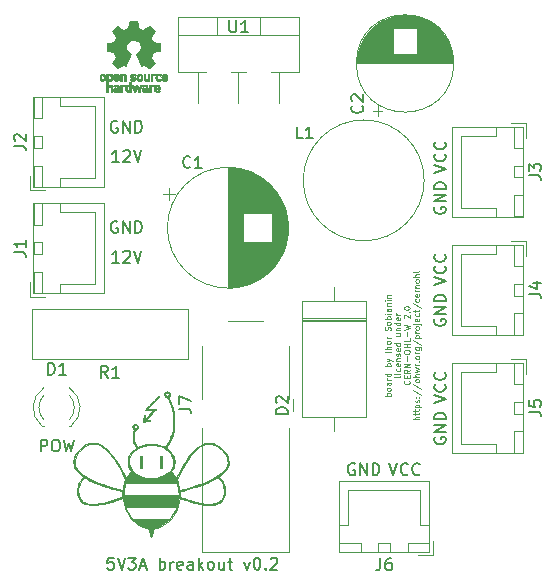
<source format=gbr>
G04 #@! TF.GenerationSoftware,KiCad,Pcbnew,(6.0.1)*
G04 #@! TF.CreationDate,2022-01-19T14:32:05+00:00*
G04 #@! TF.ProjectId,power_supply,706f7765-725f-4737-9570-706c792e6b69,rev?*
G04 #@! TF.SameCoordinates,Original*
G04 #@! TF.FileFunction,Legend,Top*
G04 #@! TF.FilePolarity,Positive*
%FSLAX46Y46*%
G04 Gerber Fmt 4.6, Leading zero omitted, Abs format (unit mm)*
G04 Created by KiCad (PCBNEW (6.0.1)) date 2022-01-19 14:32:05*
%MOMM*%
%LPD*%
G01*
G04 APERTURE LIST*
%ADD10C,0.150000*%
%ADD11C,0.100000*%
%ADD12C,0.120000*%
%ADD13C,0.010000*%
G04 APERTURE END LIST*
D10*
X187738095Y-151000000D02*
X187642857Y-150952380D01*
X187500000Y-150952380D01*
X187357142Y-151000000D01*
X187261904Y-151095238D01*
X187214285Y-151190476D01*
X187166666Y-151380952D01*
X187166666Y-151523809D01*
X187214285Y-151714285D01*
X187261904Y-151809523D01*
X187357142Y-151904761D01*
X187500000Y-151952380D01*
X187595238Y-151952380D01*
X187738095Y-151904761D01*
X187785714Y-151857142D01*
X187785714Y-151523809D01*
X187595238Y-151523809D01*
X188214285Y-151952380D02*
X188214285Y-150952380D01*
X188785714Y-151952380D01*
X188785714Y-150952380D01*
X189261904Y-151952380D02*
X189261904Y-150952380D01*
X189500000Y-150952380D01*
X189642857Y-151000000D01*
X189738095Y-151095238D01*
X189785714Y-151190476D01*
X189833333Y-151380952D01*
X189833333Y-151523809D01*
X189785714Y-151714285D01*
X189738095Y-151809523D01*
X189642857Y-151904761D01*
X189500000Y-151952380D01*
X189261904Y-151952380D01*
X190666666Y-150952380D02*
X191000000Y-151952380D01*
X191333333Y-150952380D01*
X192238095Y-151857142D02*
X192190476Y-151904761D01*
X192047619Y-151952380D01*
X191952380Y-151952380D01*
X191809523Y-151904761D01*
X191714285Y-151809523D01*
X191666666Y-151714285D01*
X191619047Y-151523809D01*
X191619047Y-151380952D01*
X191666666Y-151190476D01*
X191714285Y-151095238D01*
X191809523Y-151000000D01*
X191952380Y-150952380D01*
X192047619Y-150952380D01*
X192190476Y-151000000D01*
X192238095Y-151047619D01*
X193238095Y-151857142D02*
X193190476Y-151904761D01*
X193047619Y-151952380D01*
X192952380Y-151952380D01*
X192809523Y-151904761D01*
X192714285Y-151809523D01*
X192666666Y-151714285D01*
X192619047Y-151523809D01*
X192619047Y-151380952D01*
X192666666Y-151190476D01*
X192714285Y-151095238D01*
X192809523Y-151000000D01*
X192952380Y-150952380D01*
X193047619Y-150952380D01*
X193190476Y-151000000D01*
X193238095Y-151047619D01*
X167780952Y-125452380D02*
X167209523Y-125452380D01*
X167495238Y-125452380D02*
X167495238Y-124452380D01*
X167400000Y-124595238D01*
X167304761Y-124690476D01*
X167209523Y-124738095D01*
X168161904Y-124547619D02*
X168209523Y-124500000D01*
X168304761Y-124452380D01*
X168542857Y-124452380D01*
X168638095Y-124500000D01*
X168685714Y-124547619D01*
X168733333Y-124642857D01*
X168733333Y-124738095D01*
X168685714Y-124880952D01*
X168114285Y-125452380D01*
X168733333Y-125452380D01*
X169019047Y-124452380D02*
X169352380Y-125452380D01*
X169685714Y-124452380D01*
X167638095Y-122000000D02*
X167542857Y-121952380D01*
X167400000Y-121952380D01*
X167257142Y-122000000D01*
X167161904Y-122095238D01*
X167114285Y-122190476D01*
X167066666Y-122380952D01*
X167066666Y-122523809D01*
X167114285Y-122714285D01*
X167161904Y-122809523D01*
X167257142Y-122904761D01*
X167400000Y-122952380D01*
X167495238Y-122952380D01*
X167638095Y-122904761D01*
X167685714Y-122857142D01*
X167685714Y-122523809D01*
X167495238Y-122523809D01*
X168114285Y-122952380D02*
X168114285Y-121952380D01*
X168685714Y-122952380D01*
X168685714Y-121952380D01*
X169161904Y-122952380D02*
X169161904Y-121952380D01*
X169400000Y-121952380D01*
X169542857Y-122000000D01*
X169638095Y-122095238D01*
X169685714Y-122190476D01*
X169733333Y-122380952D01*
X169733333Y-122523809D01*
X169685714Y-122714285D01*
X169638095Y-122809523D01*
X169542857Y-122904761D01*
X169400000Y-122952380D01*
X169161904Y-122952380D01*
X167780952Y-133952380D02*
X167209523Y-133952380D01*
X167495238Y-133952380D02*
X167495238Y-132952380D01*
X167400000Y-133095238D01*
X167304761Y-133190476D01*
X167209523Y-133238095D01*
X168161904Y-133047619D02*
X168209523Y-133000000D01*
X168304761Y-132952380D01*
X168542857Y-132952380D01*
X168638095Y-133000000D01*
X168685714Y-133047619D01*
X168733333Y-133142857D01*
X168733333Y-133238095D01*
X168685714Y-133380952D01*
X168114285Y-133952380D01*
X168733333Y-133952380D01*
X169019047Y-132952380D02*
X169352380Y-133952380D01*
X169685714Y-132952380D01*
X167638095Y-130500000D02*
X167542857Y-130452380D01*
X167400000Y-130452380D01*
X167257142Y-130500000D01*
X167161904Y-130595238D01*
X167114285Y-130690476D01*
X167066666Y-130880952D01*
X167066666Y-131023809D01*
X167114285Y-131214285D01*
X167161904Y-131309523D01*
X167257142Y-131404761D01*
X167400000Y-131452380D01*
X167495238Y-131452380D01*
X167638095Y-131404761D01*
X167685714Y-131357142D01*
X167685714Y-131023809D01*
X167495238Y-131023809D01*
X168114285Y-131452380D02*
X168114285Y-130452380D01*
X168685714Y-131452380D01*
X168685714Y-130452380D01*
X169161904Y-131452380D02*
X169161904Y-130452380D01*
X169400000Y-130452380D01*
X169542857Y-130500000D01*
X169638095Y-130595238D01*
X169685714Y-130690476D01*
X169733333Y-130880952D01*
X169733333Y-131023809D01*
X169685714Y-131214285D01*
X169638095Y-131309523D01*
X169542857Y-131404761D01*
X169400000Y-131452380D01*
X169161904Y-131452380D01*
X161142857Y-149952380D02*
X161142857Y-148952380D01*
X161523809Y-148952380D01*
X161619047Y-149000000D01*
X161666666Y-149047619D01*
X161714285Y-149142857D01*
X161714285Y-149285714D01*
X161666666Y-149380952D01*
X161619047Y-149428571D01*
X161523809Y-149476190D01*
X161142857Y-149476190D01*
X162333333Y-148952380D02*
X162523809Y-148952380D01*
X162619047Y-149000000D01*
X162714285Y-149095238D01*
X162761904Y-149285714D01*
X162761904Y-149619047D01*
X162714285Y-149809523D01*
X162619047Y-149904761D01*
X162523809Y-149952380D01*
X162333333Y-149952380D01*
X162238095Y-149904761D01*
X162142857Y-149809523D01*
X162095238Y-149619047D01*
X162095238Y-149285714D01*
X162142857Y-149095238D01*
X162238095Y-149000000D01*
X162333333Y-148952380D01*
X163095238Y-148952380D02*
X163333333Y-149952380D01*
X163523809Y-149238095D01*
X163714285Y-149952380D01*
X163952380Y-148952380D01*
X194500000Y-148761904D02*
X194452380Y-148857142D01*
X194452380Y-149000000D01*
X194500000Y-149142857D01*
X194595238Y-149238095D01*
X194690476Y-149285714D01*
X194880952Y-149333333D01*
X195023809Y-149333333D01*
X195214285Y-149285714D01*
X195309523Y-149238095D01*
X195404761Y-149142857D01*
X195452380Y-149000000D01*
X195452380Y-148904761D01*
X195404761Y-148761904D01*
X195357142Y-148714285D01*
X195023809Y-148714285D01*
X195023809Y-148904761D01*
X195452380Y-148285714D02*
X194452380Y-148285714D01*
X195452380Y-147714285D01*
X194452380Y-147714285D01*
X195452380Y-147238095D02*
X194452380Y-147238095D01*
X194452380Y-147000000D01*
X194500000Y-146857142D01*
X194595238Y-146761904D01*
X194690476Y-146714285D01*
X194880952Y-146666666D01*
X195023809Y-146666666D01*
X195214285Y-146714285D01*
X195309523Y-146761904D01*
X195404761Y-146857142D01*
X195452380Y-147000000D01*
X195452380Y-147238095D01*
X194452380Y-145833333D02*
X195452380Y-145500000D01*
X194452380Y-145166666D01*
X195357142Y-144261904D02*
X195404761Y-144309523D01*
X195452380Y-144452380D01*
X195452380Y-144547619D01*
X195404761Y-144690476D01*
X195309523Y-144785714D01*
X195214285Y-144833333D01*
X195023809Y-144880952D01*
X194880952Y-144880952D01*
X194690476Y-144833333D01*
X194595238Y-144785714D01*
X194500000Y-144690476D01*
X194452380Y-144547619D01*
X194452380Y-144452380D01*
X194500000Y-144309523D01*
X194547619Y-144261904D01*
X195357142Y-143261904D02*
X195404761Y-143309523D01*
X195452380Y-143452380D01*
X195452380Y-143547619D01*
X195404761Y-143690476D01*
X195309523Y-143785714D01*
X195214285Y-143833333D01*
X195023809Y-143880952D01*
X194880952Y-143880952D01*
X194690476Y-143833333D01*
X194595238Y-143785714D01*
X194500000Y-143690476D01*
X194452380Y-143547619D01*
X194452380Y-143452380D01*
X194500000Y-143309523D01*
X194547619Y-143261904D01*
X167333333Y-158952380D02*
X166857142Y-158952380D01*
X166809523Y-159428571D01*
X166857142Y-159380952D01*
X166952380Y-159333333D01*
X167190476Y-159333333D01*
X167285714Y-159380952D01*
X167333333Y-159428571D01*
X167380952Y-159523809D01*
X167380952Y-159761904D01*
X167333333Y-159857142D01*
X167285714Y-159904761D01*
X167190476Y-159952380D01*
X166952380Y-159952380D01*
X166857142Y-159904761D01*
X166809523Y-159857142D01*
X167666666Y-158952380D02*
X168000000Y-159952380D01*
X168333333Y-158952380D01*
X168571428Y-158952380D02*
X169190476Y-158952380D01*
X168857142Y-159333333D01*
X169000000Y-159333333D01*
X169095238Y-159380952D01*
X169142857Y-159428571D01*
X169190476Y-159523809D01*
X169190476Y-159761904D01*
X169142857Y-159857142D01*
X169095238Y-159904761D01*
X169000000Y-159952380D01*
X168714285Y-159952380D01*
X168619047Y-159904761D01*
X168571428Y-159857142D01*
X169571428Y-159666666D02*
X170047619Y-159666666D01*
X169476190Y-159952380D02*
X169809523Y-158952380D01*
X170142857Y-159952380D01*
X171238095Y-159952380D02*
X171238095Y-158952380D01*
X171238095Y-159333333D02*
X171333333Y-159285714D01*
X171523809Y-159285714D01*
X171619047Y-159333333D01*
X171666666Y-159380952D01*
X171714285Y-159476190D01*
X171714285Y-159761904D01*
X171666666Y-159857142D01*
X171619047Y-159904761D01*
X171523809Y-159952380D01*
X171333333Y-159952380D01*
X171238095Y-159904761D01*
X172142857Y-159952380D02*
X172142857Y-159285714D01*
X172142857Y-159476190D02*
X172190476Y-159380952D01*
X172238095Y-159333333D01*
X172333333Y-159285714D01*
X172428571Y-159285714D01*
X173142857Y-159904761D02*
X173047619Y-159952380D01*
X172857142Y-159952380D01*
X172761904Y-159904761D01*
X172714285Y-159809523D01*
X172714285Y-159428571D01*
X172761904Y-159333333D01*
X172857142Y-159285714D01*
X173047619Y-159285714D01*
X173142857Y-159333333D01*
X173190476Y-159428571D01*
X173190476Y-159523809D01*
X172714285Y-159619047D01*
X174047619Y-159952380D02*
X174047619Y-159428571D01*
X174000000Y-159333333D01*
X173904761Y-159285714D01*
X173714285Y-159285714D01*
X173619047Y-159333333D01*
X174047619Y-159904761D02*
X173952380Y-159952380D01*
X173714285Y-159952380D01*
X173619047Y-159904761D01*
X173571428Y-159809523D01*
X173571428Y-159714285D01*
X173619047Y-159619047D01*
X173714285Y-159571428D01*
X173952380Y-159571428D01*
X174047619Y-159523809D01*
X174523809Y-159952380D02*
X174523809Y-158952380D01*
X174619047Y-159571428D02*
X174904761Y-159952380D01*
X174904761Y-159285714D02*
X174523809Y-159666666D01*
X175476190Y-159952380D02*
X175380952Y-159904761D01*
X175333333Y-159857142D01*
X175285714Y-159761904D01*
X175285714Y-159476190D01*
X175333333Y-159380952D01*
X175380952Y-159333333D01*
X175476190Y-159285714D01*
X175619047Y-159285714D01*
X175714285Y-159333333D01*
X175761904Y-159380952D01*
X175809523Y-159476190D01*
X175809523Y-159761904D01*
X175761904Y-159857142D01*
X175714285Y-159904761D01*
X175619047Y-159952380D01*
X175476190Y-159952380D01*
X176666666Y-159285714D02*
X176666666Y-159952380D01*
X176238095Y-159285714D02*
X176238095Y-159809523D01*
X176285714Y-159904761D01*
X176380952Y-159952380D01*
X176523809Y-159952380D01*
X176619047Y-159904761D01*
X176666666Y-159857142D01*
X177000000Y-159285714D02*
X177380952Y-159285714D01*
X177142857Y-158952380D02*
X177142857Y-159809523D01*
X177190476Y-159904761D01*
X177285714Y-159952380D01*
X177380952Y-159952380D01*
X178380952Y-159285714D02*
X178619047Y-159952380D01*
X178857142Y-159285714D01*
X179428571Y-158952380D02*
X179523809Y-158952380D01*
X179619047Y-159000000D01*
X179666666Y-159047619D01*
X179714285Y-159142857D01*
X179761904Y-159333333D01*
X179761904Y-159571428D01*
X179714285Y-159761904D01*
X179666666Y-159857142D01*
X179619047Y-159904761D01*
X179523809Y-159952380D01*
X179428571Y-159952380D01*
X179333333Y-159904761D01*
X179285714Y-159857142D01*
X179238095Y-159761904D01*
X179190476Y-159571428D01*
X179190476Y-159333333D01*
X179238095Y-159142857D01*
X179285714Y-159047619D01*
X179333333Y-159000000D01*
X179428571Y-158952380D01*
X180190476Y-159857142D02*
X180238095Y-159904761D01*
X180190476Y-159952380D01*
X180142857Y-159904761D01*
X180190476Y-159857142D01*
X180190476Y-159952380D01*
X180619047Y-159047619D02*
X180666666Y-159000000D01*
X180761904Y-158952380D01*
X181000000Y-158952380D01*
X181095238Y-159000000D01*
X181142857Y-159047619D01*
X181190476Y-159142857D01*
X181190476Y-159238095D01*
X181142857Y-159380952D01*
X180571428Y-159952380D01*
X181190476Y-159952380D01*
D11*
X190788690Y-145231904D02*
X190288690Y-145231904D01*
X190479166Y-145231904D02*
X190455357Y-145184285D01*
X190455357Y-145089047D01*
X190479166Y-145041428D01*
X190502976Y-145017619D01*
X190550595Y-144993809D01*
X190693452Y-144993809D01*
X190741071Y-145017619D01*
X190764880Y-145041428D01*
X190788690Y-145089047D01*
X190788690Y-145184285D01*
X190764880Y-145231904D01*
X190788690Y-144708095D02*
X190764880Y-144755714D01*
X190741071Y-144779523D01*
X190693452Y-144803333D01*
X190550595Y-144803333D01*
X190502976Y-144779523D01*
X190479166Y-144755714D01*
X190455357Y-144708095D01*
X190455357Y-144636666D01*
X190479166Y-144589047D01*
X190502976Y-144565238D01*
X190550595Y-144541428D01*
X190693452Y-144541428D01*
X190741071Y-144565238D01*
X190764880Y-144589047D01*
X190788690Y-144636666D01*
X190788690Y-144708095D01*
X190788690Y-144112857D02*
X190526785Y-144112857D01*
X190479166Y-144136666D01*
X190455357Y-144184285D01*
X190455357Y-144279523D01*
X190479166Y-144327142D01*
X190764880Y-144112857D02*
X190788690Y-144160476D01*
X190788690Y-144279523D01*
X190764880Y-144327142D01*
X190717261Y-144350952D01*
X190669642Y-144350952D01*
X190622023Y-144327142D01*
X190598214Y-144279523D01*
X190598214Y-144160476D01*
X190574404Y-144112857D01*
X190788690Y-143874761D02*
X190455357Y-143874761D01*
X190550595Y-143874761D02*
X190502976Y-143850952D01*
X190479166Y-143827142D01*
X190455357Y-143779523D01*
X190455357Y-143731904D01*
X190788690Y-143350952D02*
X190288690Y-143350952D01*
X190764880Y-143350952D02*
X190788690Y-143398571D01*
X190788690Y-143493809D01*
X190764880Y-143541428D01*
X190741071Y-143565238D01*
X190693452Y-143589047D01*
X190550595Y-143589047D01*
X190502976Y-143565238D01*
X190479166Y-143541428D01*
X190455357Y-143493809D01*
X190455357Y-143398571D01*
X190479166Y-143350952D01*
X190788690Y-142731904D02*
X190288690Y-142731904D01*
X190479166Y-142731904D02*
X190455357Y-142684285D01*
X190455357Y-142589047D01*
X190479166Y-142541428D01*
X190502976Y-142517619D01*
X190550595Y-142493809D01*
X190693452Y-142493809D01*
X190741071Y-142517619D01*
X190764880Y-142541428D01*
X190788690Y-142589047D01*
X190788690Y-142684285D01*
X190764880Y-142731904D01*
X190455357Y-142327142D02*
X190788690Y-142208095D01*
X190455357Y-142089047D02*
X190788690Y-142208095D01*
X190907738Y-142255714D01*
X190931547Y-142279523D01*
X190955357Y-142327142D01*
X190788690Y-141517619D02*
X190288690Y-141517619D01*
X190788690Y-141279523D02*
X190288690Y-141279523D01*
X190788690Y-141065238D02*
X190526785Y-141065238D01*
X190479166Y-141089047D01*
X190455357Y-141136666D01*
X190455357Y-141208095D01*
X190479166Y-141255714D01*
X190502976Y-141279523D01*
X190788690Y-140755714D02*
X190764880Y-140803333D01*
X190741071Y-140827142D01*
X190693452Y-140850952D01*
X190550595Y-140850952D01*
X190502976Y-140827142D01*
X190479166Y-140803333D01*
X190455357Y-140755714D01*
X190455357Y-140684285D01*
X190479166Y-140636666D01*
X190502976Y-140612857D01*
X190550595Y-140589047D01*
X190693452Y-140589047D01*
X190741071Y-140612857D01*
X190764880Y-140636666D01*
X190788690Y-140684285D01*
X190788690Y-140755714D01*
X190788690Y-140374761D02*
X190455357Y-140374761D01*
X190550595Y-140374761D02*
X190502976Y-140350952D01*
X190479166Y-140327142D01*
X190455357Y-140279523D01*
X190455357Y-140231904D01*
X190764880Y-139708095D02*
X190788690Y-139636666D01*
X190788690Y-139517619D01*
X190764880Y-139470000D01*
X190741071Y-139446190D01*
X190693452Y-139422380D01*
X190645833Y-139422380D01*
X190598214Y-139446190D01*
X190574404Y-139470000D01*
X190550595Y-139517619D01*
X190526785Y-139612857D01*
X190502976Y-139660476D01*
X190479166Y-139684285D01*
X190431547Y-139708095D01*
X190383928Y-139708095D01*
X190336309Y-139684285D01*
X190312500Y-139660476D01*
X190288690Y-139612857D01*
X190288690Y-139493809D01*
X190312500Y-139422380D01*
X190788690Y-139136666D02*
X190764880Y-139184285D01*
X190741071Y-139208095D01*
X190693452Y-139231904D01*
X190550595Y-139231904D01*
X190502976Y-139208095D01*
X190479166Y-139184285D01*
X190455357Y-139136666D01*
X190455357Y-139065238D01*
X190479166Y-139017619D01*
X190502976Y-138993809D01*
X190550595Y-138970000D01*
X190693452Y-138970000D01*
X190741071Y-138993809D01*
X190764880Y-139017619D01*
X190788690Y-139065238D01*
X190788690Y-139136666D01*
X190788690Y-138755714D02*
X190288690Y-138755714D01*
X190479166Y-138755714D02*
X190455357Y-138708095D01*
X190455357Y-138612857D01*
X190479166Y-138565238D01*
X190502976Y-138541428D01*
X190550595Y-138517619D01*
X190693452Y-138517619D01*
X190741071Y-138541428D01*
X190764880Y-138565238D01*
X190788690Y-138612857D01*
X190788690Y-138708095D01*
X190764880Y-138755714D01*
X190788690Y-138303333D02*
X190455357Y-138303333D01*
X190288690Y-138303333D02*
X190312500Y-138327142D01*
X190336309Y-138303333D01*
X190312500Y-138279523D01*
X190288690Y-138303333D01*
X190336309Y-138303333D01*
X190788690Y-137850952D02*
X190526785Y-137850952D01*
X190479166Y-137874761D01*
X190455357Y-137922380D01*
X190455357Y-138017619D01*
X190479166Y-138065238D01*
X190764880Y-137850952D02*
X190788690Y-137898571D01*
X190788690Y-138017619D01*
X190764880Y-138065238D01*
X190717261Y-138089047D01*
X190669642Y-138089047D01*
X190622023Y-138065238D01*
X190598214Y-138017619D01*
X190598214Y-137898571D01*
X190574404Y-137850952D01*
X190455357Y-137612857D02*
X190788690Y-137612857D01*
X190502976Y-137612857D02*
X190479166Y-137589047D01*
X190455357Y-137541428D01*
X190455357Y-137470000D01*
X190479166Y-137422380D01*
X190526785Y-137398571D01*
X190788690Y-137398571D01*
X190788690Y-137160476D02*
X190455357Y-137160476D01*
X190288690Y-137160476D02*
X190312500Y-137184285D01*
X190336309Y-137160476D01*
X190312500Y-137136666D01*
X190288690Y-137160476D01*
X190336309Y-137160476D01*
X190455357Y-136922380D02*
X190788690Y-136922380D01*
X190502976Y-136922380D02*
X190479166Y-136898571D01*
X190455357Y-136850952D01*
X190455357Y-136779523D01*
X190479166Y-136731904D01*
X190526785Y-136708095D01*
X190788690Y-136708095D01*
X191593690Y-143565238D02*
X191569880Y-143612857D01*
X191522261Y-143636666D01*
X191093690Y-143636666D01*
X191593690Y-143374761D02*
X191260357Y-143374761D01*
X191093690Y-143374761D02*
X191117500Y-143398571D01*
X191141309Y-143374761D01*
X191117500Y-143350952D01*
X191093690Y-143374761D01*
X191141309Y-143374761D01*
X191569880Y-142922380D02*
X191593690Y-142970000D01*
X191593690Y-143065238D01*
X191569880Y-143112857D01*
X191546071Y-143136666D01*
X191498452Y-143160476D01*
X191355595Y-143160476D01*
X191307976Y-143136666D01*
X191284166Y-143112857D01*
X191260357Y-143065238D01*
X191260357Y-142970000D01*
X191284166Y-142922380D01*
X191569880Y-142517619D02*
X191593690Y-142565238D01*
X191593690Y-142660476D01*
X191569880Y-142708095D01*
X191522261Y-142731904D01*
X191331785Y-142731904D01*
X191284166Y-142708095D01*
X191260357Y-142660476D01*
X191260357Y-142565238D01*
X191284166Y-142517619D01*
X191331785Y-142493809D01*
X191379404Y-142493809D01*
X191427023Y-142731904D01*
X191260357Y-142279523D02*
X191593690Y-142279523D01*
X191307976Y-142279523D02*
X191284166Y-142255714D01*
X191260357Y-142208095D01*
X191260357Y-142136666D01*
X191284166Y-142089047D01*
X191331785Y-142065238D01*
X191593690Y-142065238D01*
X191569880Y-141850952D02*
X191593690Y-141803333D01*
X191593690Y-141708095D01*
X191569880Y-141660476D01*
X191522261Y-141636666D01*
X191498452Y-141636666D01*
X191450833Y-141660476D01*
X191427023Y-141708095D01*
X191427023Y-141779523D01*
X191403214Y-141827142D01*
X191355595Y-141850952D01*
X191331785Y-141850952D01*
X191284166Y-141827142D01*
X191260357Y-141779523D01*
X191260357Y-141708095D01*
X191284166Y-141660476D01*
X191569880Y-141231904D02*
X191593690Y-141279523D01*
X191593690Y-141374761D01*
X191569880Y-141422380D01*
X191522261Y-141446190D01*
X191331785Y-141446190D01*
X191284166Y-141422380D01*
X191260357Y-141374761D01*
X191260357Y-141279523D01*
X191284166Y-141231904D01*
X191331785Y-141208095D01*
X191379404Y-141208095D01*
X191427023Y-141446190D01*
X191593690Y-140779523D02*
X191093690Y-140779523D01*
X191569880Y-140779523D02*
X191593690Y-140827142D01*
X191593690Y-140922380D01*
X191569880Y-140970000D01*
X191546071Y-140993809D01*
X191498452Y-141017619D01*
X191355595Y-141017619D01*
X191307976Y-140993809D01*
X191284166Y-140970000D01*
X191260357Y-140922380D01*
X191260357Y-140827142D01*
X191284166Y-140779523D01*
X191260357Y-139946190D02*
X191593690Y-139946190D01*
X191260357Y-140160476D02*
X191522261Y-140160476D01*
X191569880Y-140136666D01*
X191593690Y-140089047D01*
X191593690Y-140017619D01*
X191569880Y-139970000D01*
X191546071Y-139946190D01*
X191260357Y-139708095D02*
X191593690Y-139708095D01*
X191307976Y-139708095D02*
X191284166Y-139684285D01*
X191260357Y-139636666D01*
X191260357Y-139565238D01*
X191284166Y-139517619D01*
X191331785Y-139493809D01*
X191593690Y-139493809D01*
X191593690Y-139041428D02*
X191093690Y-139041428D01*
X191569880Y-139041428D02*
X191593690Y-139089047D01*
X191593690Y-139184285D01*
X191569880Y-139231904D01*
X191546071Y-139255714D01*
X191498452Y-139279523D01*
X191355595Y-139279523D01*
X191307976Y-139255714D01*
X191284166Y-139231904D01*
X191260357Y-139184285D01*
X191260357Y-139089047D01*
X191284166Y-139041428D01*
X191569880Y-138612857D02*
X191593690Y-138660476D01*
X191593690Y-138755714D01*
X191569880Y-138803333D01*
X191522261Y-138827142D01*
X191331785Y-138827142D01*
X191284166Y-138803333D01*
X191260357Y-138755714D01*
X191260357Y-138660476D01*
X191284166Y-138612857D01*
X191331785Y-138589047D01*
X191379404Y-138589047D01*
X191427023Y-138827142D01*
X191593690Y-138374761D02*
X191260357Y-138374761D01*
X191355595Y-138374761D02*
X191307976Y-138350952D01*
X191284166Y-138327142D01*
X191260357Y-138279523D01*
X191260357Y-138231904D01*
X192351071Y-143970000D02*
X192374880Y-143993809D01*
X192398690Y-144065238D01*
X192398690Y-144112857D01*
X192374880Y-144184285D01*
X192327261Y-144231904D01*
X192279642Y-144255714D01*
X192184404Y-144279523D01*
X192112976Y-144279523D01*
X192017738Y-144255714D01*
X191970119Y-144231904D01*
X191922500Y-144184285D01*
X191898690Y-144112857D01*
X191898690Y-144065238D01*
X191922500Y-143993809D01*
X191946309Y-143970000D01*
X192136785Y-143755714D02*
X192136785Y-143589047D01*
X192398690Y-143517619D02*
X192398690Y-143755714D01*
X191898690Y-143755714D01*
X191898690Y-143517619D01*
X192398690Y-143017619D02*
X192160595Y-143184285D01*
X192398690Y-143303333D02*
X191898690Y-143303333D01*
X191898690Y-143112857D01*
X191922500Y-143065238D01*
X191946309Y-143041428D01*
X191993928Y-143017619D01*
X192065357Y-143017619D01*
X192112976Y-143041428D01*
X192136785Y-143065238D01*
X192160595Y-143112857D01*
X192160595Y-143303333D01*
X192398690Y-142803333D02*
X191898690Y-142803333D01*
X192398690Y-142517619D01*
X191898690Y-142517619D01*
X192208214Y-142279523D02*
X192208214Y-141898571D01*
X191898690Y-141565238D02*
X191898690Y-141470000D01*
X191922500Y-141422380D01*
X191970119Y-141374761D01*
X192065357Y-141350952D01*
X192232023Y-141350952D01*
X192327261Y-141374761D01*
X192374880Y-141422380D01*
X192398690Y-141470000D01*
X192398690Y-141565238D01*
X192374880Y-141612857D01*
X192327261Y-141660476D01*
X192232023Y-141684285D01*
X192065357Y-141684285D01*
X191970119Y-141660476D01*
X191922500Y-141612857D01*
X191898690Y-141565238D01*
X192398690Y-141136666D02*
X191898690Y-141136666D01*
X192136785Y-141136666D02*
X192136785Y-140850952D01*
X192398690Y-140850952D02*
X191898690Y-140850952D01*
X192398690Y-140374761D02*
X192398690Y-140612857D01*
X191898690Y-140612857D01*
X192208214Y-140208095D02*
X192208214Y-139827142D01*
X191898690Y-139636666D02*
X192398690Y-139517619D01*
X192041547Y-139422380D01*
X192398690Y-139327142D01*
X191898690Y-139208095D01*
X191946309Y-138660476D02*
X191922500Y-138636666D01*
X191898690Y-138589047D01*
X191898690Y-138470000D01*
X191922500Y-138422380D01*
X191946309Y-138398571D01*
X191993928Y-138374761D01*
X192041547Y-138374761D01*
X192112976Y-138398571D01*
X192398690Y-138684285D01*
X192398690Y-138374761D01*
X192351071Y-138160476D02*
X192374880Y-138136666D01*
X192398690Y-138160476D01*
X192374880Y-138184285D01*
X192351071Y-138160476D01*
X192398690Y-138160476D01*
X191898690Y-137827142D02*
X191898690Y-137779523D01*
X191922500Y-137731904D01*
X191946309Y-137708095D01*
X191993928Y-137684285D01*
X192089166Y-137660476D01*
X192208214Y-137660476D01*
X192303452Y-137684285D01*
X192351071Y-137708095D01*
X192374880Y-137731904D01*
X192398690Y-137779523D01*
X192398690Y-137827142D01*
X192374880Y-137874761D01*
X192351071Y-137898571D01*
X192303452Y-137922380D01*
X192208214Y-137946190D01*
X192089166Y-137946190D01*
X191993928Y-137922380D01*
X191946309Y-137898571D01*
X191922500Y-137874761D01*
X191898690Y-137827142D01*
X193203690Y-147243809D02*
X192703690Y-147243809D01*
X193203690Y-147029523D02*
X192941785Y-147029523D01*
X192894166Y-147053333D01*
X192870357Y-147100952D01*
X192870357Y-147172380D01*
X192894166Y-147220000D01*
X192917976Y-147243809D01*
X192870357Y-146862857D02*
X192870357Y-146672380D01*
X192703690Y-146791428D02*
X193132261Y-146791428D01*
X193179880Y-146767619D01*
X193203690Y-146720000D01*
X193203690Y-146672380D01*
X192870357Y-146577142D02*
X192870357Y-146386666D01*
X192703690Y-146505714D02*
X193132261Y-146505714D01*
X193179880Y-146481904D01*
X193203690Y-146434285D01*
X193203690Y-146386666D01*
X192870357Y-146220000D02*
X193370357Y-146220000D01*
X192894166Y-146220000D02*
X192870357Y-146172380D01*
X192870357Y-146077142D01*
X192894166Y-146029523D01*
X192917976Y-146005714D01*
X192965595Y-145981904D01*
X193108452Y-145981904D01*
X193156071Y-146005714D01*
X193179880Y-146029523D01*
X193203690Y-146077142D01*
X193203690Y-146172380D01*
X193179880Y-146220000D01*
X193179880Y-145791428D02*
X193203690Y-145743809D01*
X193203690Y-145648571D01*
X193179880Y-145600952D01*
X193132261Y-145577142D01*
X193108452Y-145577142D01*
X193060833Y-145600952D01*
X193037023Y-145648571D01*
X193037023Y-145720000D01*
X193013214Y-145767619D01*
X192965595Y-145791428D01*
X192941785Y-145791428D01*
X192894166Y-145767619D01*
X192870357Y-145720000D01*
X192870357Y-145648571D01*
X192894166Y-145600952D01*
X193156071Y-145362857D02*
X193179880Y-145339047D01*
X193203690Y-145362857D01*
X193179880Y-145386666D01*
X193156071Y-145362857D01*
X193203690Y-145362857D01*
X192894166Y-145362857D02*
X192917976Y-145339047D01*
X192941785Y-145362857D01*
X192917976Y-145386666D01*
X192894166Y-145362857D01*
X192941785Y-145362857D01*
X192679880Y-144767619D02*
X193322738Y-145196190D01*
X192679880Y-144243809D02*
X193322738Y-144672380D01*
X193203690Y-144005714D02*
X193179880Y-144053333D01*
X193156071Y-144077142D01*
X193108452Y-144100952D01*
X192965595Y-144100952D01*
X192917976Y-144077142D01*
X192894166Y-144053333D01*
X192870357Y-144005714D01*
X192870357Y-143934285D01*
X192894166Y-143886666D01*
X192917976Y-143862857D01*
X192965595Y-143839047D01*
X193108452Y-143839047D01*
X193156071Y-143862857D01*
X193179880Y-143886666D01*
X193203690Y-143934285D01*
X193203690Y-144005714D01*
X193203690Y-143624761D02*
X192703690Y-143624761D01*
X193203690Y-143410476D02*
X192941785Y-143410476D01*
X192894166Y-143434285D01*
X192870357Y-143481904D01*
X192870357Y-143553333D01*
X192894166Y-143600952D01*
X192917976Y-143624761D01*
X192870357Y-143220000D02*
X193203690Y-143124761D01*
X192965595Y-143029523D01*
X193203690Y-142934285D01*
X192870357Y-142839047D01*
X193203690Y-142648571D02*
X192870357Y-142648571D01*
X192965595Y-142648571D02*
X192917976Y-142624761D01*
X192894166Y-142600952D01*
X192870357Y-142553333D01*
X192870357Y-142505714D01*
X193156071Y-142339047D02*
X193179880Y-142315238D01*
X193203690Y-142339047D01*
X193179880Y-142362857D01*
X193156071Y-142339047D01*
X193203690Y-142339047D01*
X193203690Y-142029523D02*
X193179880Y-142077142D01*
X193156071Y-142100952D01*
X193108452Y-142124761D01*
X192965595Y-142124761D01*
X192917976Y-142100952D01*
X192894166Y-142077142D01*
X192870357Y-142029523D01*
X192870357Y-141958095D01*
X192894166Y-141910476D01*
X192917976Y-141886666D01*
X192965595Y-141862857D01*
X193108452Y-141862857D01*
X193156071Y-141886666D01*
X193179880Y-141910476D01*
X193203690Y-141958095D01*
X193203690Y-142029523D01*
X193203690Y-141648571D02*
X192870357Y-141648571D01*
X192965595Y-141648571D02*
X192917976Y-141624761D01*
X192894166Y-141600952D01*
X192870357Y-141553333D01*
X192870357Y-141505714D01*
X192870357Y-141124761D02*
X193275119Y-141124761D01*
X193322738Y-141148571D01*
X193346547Y-141172380D01*
X193370357Y-141220000D01*
X193370357Y-141291428D01*
X193346547Y-141339047D01*
X193179880Y-141124761D02*
X193203690Y-141172380D01*
X193203690Y-141267619D01*
X193179880Y-141315238D01*
X193156071Y-141339047D01*
X193108452Y-141362857D01*
X192965595Y-141362857D01*
X192917976Y-141339047D01*
X192894166Y-141315238D01*
X192870357Y-141267619D01*
X192870357Y-141172380D01*
X192894166Y-141124761D01*
X192679880Y-140529523D02*
X193322738Y-140958095D01*
X192870357Y-140362857D02*
X193370357Y-140362857D01*
X192894166Y-140362857D02*
X192870357Y-140315238D01*
X192870357Y-140220000D01*
X192894166Y-140172380D01*
X192917976Y-140148571D01*
X192965595Y-140124761D01*
X193108452Y-140124761D01*
X193156071Y-140148571D01*
X193179880Y-140172380D01*
X193203690Y-140220000D01*
X193203690Y-140315238D01*
X193179880Y-140362857D01*
X193203690Y-139910476D02*
X192870357Y-139910476D01*
X192965595Y-139910476D02*
X192917976Y-139886666D01*
X192894166Y-139862857D01*
X192870357Y-139815238D01*
X192870357Y-139767619D01*
X193203690Y-139529523D02*
X193179880Y-139577142D01*
X193156071Y-139600952D01*
X193108452Y-139624761D01*
X192965595Y-139624761D01*
X192917976Y-139600952D01*
X192894166Y-139577142D01*
X192870357Y-139529523D01*
X192870357Y-139458095D01*
X192894166Y-139410476D01*
X192917976Y-139386666D01*
X192965595Y-139362857D01*
X193108452Y-139362857D01*
X193156071Y-139386666D01*
X193179880Y-139410476D01*
X193203690Y-139458095D01*
X193203690Y-139529523D01*
X192870357Y-139148571D02*
X193298928Y-139148571D01*
X193346547Y-139172380D01*
X193370357Y-139220000D01*
X193370357Y-139243809D01*
X192703690Y-139148571D02*
X192727500Y-139172380D01*
X192751309Y-139148571D01*
X192727500Y-139124761D01*
X192703690Y-139148571D01*
X192751309Y-139148571D01*
X193179880Y-138720000D02*
X193203690Y-138767619D01*
X193203690Y-138862857D01*
X193179880Y-138910476D01*
X193132261Y-138934285D01*
X192941785Y-138934285D01*
X192894166Y-138910476D01*
X192870357Y-138862857D01*
X192870357Y-138767619D01*
X192894166Y-138720000D01*
X192941785Y-138696190D01*
X192989404Y-138696190D01*
X193037023Y-138934285D01*
X193179880Y-138267619D02*
X193203690Y-138315238D01*
X193203690Y-138410476D01*
X193179880Y-138458095D01*
X193156071Y-138481904D01*
X193108452Y-138505714D01*
X192965595Y-138505714D01*
X192917976Y-138481904D01*
X192894166Y-138458095D01*
X192870357Y-138410476D01*
X192870357Y-138315238D01*
X192894166Y-138267619D01*
X192870357Y-138124761D02*
X192870357Y-137934285D01*
X192703690Y-138053333D02*
X193132261Y-138053333D01*
X193179880Y-138029523D01*
X193203690Y-137981904D01*
X193203690Y-137934285D01*
X192679880Y-137410476D02*
X193322738Y-137839047D01*
X193179880Y-137029523D02*
X193203690Y-137077142D01*
X193203690Y-137172380D01*
X193179880Y-137220000D01*
X193156071Y-137243809D01*
X193108452Y-137267619D01*
X192965595Y-137267619D01*
X192917976Y-137243809D01*
X192894166Y-137220000D01*
X192870357Y-137172380D01*
X192870357Y-137077142D01*
X192894166Y-137029523D01*
X193179880Y-136624761D02*
X193203690Y-136672380D01*
X193203690Y-136767619D01*
X193179880Y-136815238D01*
X193132261Y-136839047D01*
X192941785Y-136839047D01*
X192894166Y-136815238D01*
X192870357Y-136767619D01*
X192870357Y-136672380D01*
X192894166Y-136624761D01*
X192941785Y-136600952D01*
X192989404Y-136600952D01*
X193037023Y-136839047D01*
X193203690Y-136386666D02*
X192870357Y-136386666D01*
X192965595Y-136386666D02*
X192917976Y-136362857D01*
X192894166Y-136339047D01*
X192870357Y-136291428D01*
X192870357Y-136243809D01*
X192870357Y-136077142D02*
X193203690Y-136077142D01*
X192917976Y-136077142D02*
X192894166Y-136053333D01*
X192870357Y-136005714D01*
X192870357Y-135934285D01*
X192894166Y-135886666D01*
X192941785Y-135862857D01*
X193203690Y-135862857D01*
X193203690Y-135553333D02*
X193179880Y-135600952D01*
X193156071Y-135624761D01*
X193108452Y-135648571D01*
X192965595Y-135648571D01*
X192917976Y-135624761D01*
X192894166Y-135600952D01*
X192870357Y-135553333D01*
X192870357Y-135481904D01*
X192894166Y-135434285D01*
X192917976Y-135410476D01*
X192965595Y-135386666D01*
X193108452Y-135386666D01*
X193156071Y-135410476D01*
X193179880Y-135434285D01*
X193203690Y-135481904D01*
X193203690Y-135553333D01*
X193203690Y-135172380D02*
X192703690Y-135172380D01*
X193203690Y-134958095D02*
X192941785Y-134958095D01*
X192894166Y-134981904D01*
X192870357Y-135029523D01*
X192870357Y-135100952D01*
X192894166Y-135148571D01*
X192917976Y-135172380D01*
X193203690Y-134648571D02*
X193179880Y-134696190D01*
X193132261Y-134720000D01*
X192703690Y-134720000D01*
D10*
X194500000Y-129261904D02*
X194452380Y-129357142D01*
X194452380Y-129500000D01*
X194500000Y-129642857D01*
X194595238Y-129738095D01*
X194690476Y-129785714D01*
X194880952Y-129833333D01*
X195023809Y-129833333D01*
X195214285Y-129785714D01*
X195309523Y-129738095D01*
X195404761Y-129642857D01*
X195452380Y-129500000D01*
X195452380Y-129404761D01*
X195404761Y-129261904D01*
X195357142Y-129214285D01*
X195023809Y-129214285D01*
X195023809Y-129404761D01*
X195452380Y-128785714D02*
X194452380Y-128785714D01*
X195452380Y-128214285D01*
X194452380Y-128214285D01*
X195452380Y-127738095D02*
X194452380Y-127738095D01*
X194452380Y-127500000D01*
X194500000Y-127357142D01*
X194595238Y-127261904D01*
X194690476Y-127214285D01*
X194880952Y-127166666D01*
X195023809Y-127166666D01*
X195214285Y-127214285D01*
X195309523Y-127261904D01*
X195404761Y-127357142D01*
X195452380Y-127500000D01*
X195452380Y-127738095D01*
X194452380Y-126333333D02*
X195452380Y-126000000D01*
X194452380Y-125666666D01*
X195357142Y-124761904D02*
X195404761Y-124809523D01*
X195452380Y-124952380D01*
X195452380Y-125047619D01*
X195404761Y-125190476D01*
X195309523Y-125285714D01*
X195214285Y-125333333D01*
X195023809Y-125380952D01*
X194880952Y-125380952D01*
X194690476Y-125333333D01*
X194595238Y-125285714D01*
X194500000Y-125190476D01*
X194452380Y-125047619D01*
X194452380Y-124952380D01*
X194500000Y-124809523D01*
X194547619Y-124761904D01*
X195357142Y-123761904D02*
X195404761Y-123809523D01*
X195452380Y-123952380D01*
X195452380Y-124047619D01*
X195404761Y-124190476D01*
X195309523Y-124285714D01*
X195214285Y-124333333D01*
X195023809Y-124380952D01*
X194880952Y-124380952D01*
X194690476Y-124333333D01*
X194595238Y-124285714D01*
X194500000Y-124190476D01*
X194452380Y-124047619D01*
X194452380Y-123952380D01*
X194500000Y-123809523D01*
X194547619Y-123761904D01*
X194500000Y-138761904D02*
X194452380Y-138857142D01*
X194452380Y-139000000D01*
X194500000Y-139142857D01*
X194595238Y-139238095D01*
X194690476Y-139285714D01*
X194880952Y-139333333D01*
X195023809Y-139333333D01*
X195214285Y-139285714D01*
X195309523Y-139238095D01*
X195404761Y-139142857D01*
X195452380Y-139000000D01*
X195452380Y-138904761D01*
X195404761Y-138761904D01*
X195357142Y-138714285D01*
X195023809Y-138714285D01*
X195023809Y-138904761D01*
X195452380Y-138285714D02*
X194452380Y-138285714D01*
X195452380Y-137714285D01*
X194452380Y-137714285D01*
X195452380Y-137238095D02*
X194452380Y-137238095D01*
X194452380Y-137000000D01*
X194500000Y-136857142D01*
X194595238Y-136761904D01*
X194690476Y-136714285D01*
X194880952Y-136666666D01*
X195023809Y-136666666D01*
X195214285Y-136714285D01*
X195309523Y-136761904D01*
X195404761Y-136857142D01*
X195452380Y-137000000D01*
X195452380Y-137238095D01*
X194452380Y-135833333D02*
X195452380Y-135500000D01*
X194452380Y-135166666D01*
X195357142Y-134261904D02*
X195404761Y-134309523D01*
X195452380Y-134452380D01*
X195452380Y-134547619D01*
X195404761Y-134690476D01*
X195309523Y-134785714D01*
X195214285Y-134833333D01*
X195023809Y-134880952D01*
X194880952Y-134880952D01*
X194690476Y-134833333D01*
X194595238Y-134785714D01*
X194500000Y-134690476D01*
X194452380Y-134547619D01*
X194452380Y-134452380D01*
X194500000Y-134309523D01*
X194547619Y-134261904D01*
X195357142Y-133261904D02*
X195404761Y-133309523D01*
X195452380Y-133452380D01*
X195452380Y-133547619D01*
X195404761Y-133690476D01*
X195309523Y-133785714D01*
X195214285Y-133833333D01*
X195023809Y-133880952D01*
X194880952Y-133880952D01*
X194690476Y-133833333D01*
X194595238Y-133785714D01*
X194500000Y-133690476D01*
X194452380Y-133547619D01*
X194452380Y-133452380D01*
X194500000Y-133309523D01*
X194547619Y-133261904D01*
X183333333Y-123452380D02*
X182857142Y-123452380D01*
X182857142Y-122452380D01*
X184190476Y-123452380D02*
X183619047Y-123452380D01*
X183904761Y-123452380D02*
X183904761Y-122452380D01*
X183809523Y-122595238D01*
X183714285Y-122690476D01*
X183619047Y-122738095D01*
X202502380Y-136583333D02*
X203216666Y-136583333D01*
X203359523Y-136630952D01*
X203454761Y-136726190D01*
X203502380Y-136869047D01*
X203502380Y-136964285D01*
X202835714Y-135678571D02*
X203502380Y-135678571D01*
X202454761Y-135916666D02*
X203169047Y-136154761D01*
X203169047Y-135535714D01*
X202502380Y-126583333D02*
X203216666Y-126583333D01*
X203359523Y-126630952D01*
X203454761Y-126726190D01*
X203502380Y-126869047D01*
X203502380Y-126964285D01*
X202502380Y-126202380D02*
X202502380Y-125583333D01*
X202883333Y-125916666D01*
X202883333Y-125773809D01*
X202930952Y-125678571D01*
X202978571Y-125630952D01*
X203073809Y-125583333D01*
X203311904Y-125583333D01*
X203407142Y-125630952D01*
X203454761Y-125678571D01*
X203502380Y-125773809D01*
X203502380Y-126059523D01*
X203454761Y-126154761D01*
X203407142Y-126202380D01*
X182062380Y-146788095D02*
X181062380Y-146788095D01*
X181062380Y-146550000D01*
X181110000Y-146407142D01*
X181205238Y-146311904D01*
X181300476Y-146264285D01*
X181490952Y-146216666D01*
X181633809Y-146216666D01*
X181824285Y-146264285D01*
X181919523Y-146311904D01*
X182014761Y-146407142D01*
X182062380Y-146550000D01*
X182062380Y-146788095D01*
X181157619Y-145835714D02*
X181110000Y-145788095D01*
X181062380Y-145692857D01*
X181062380Y-145454761D01*
X181110000Y-145359523D01*
X181157619Y-145311904D01*
X181252857Y-145264285D01*
X181348095Y-145264285D01*
X181490952Y-145311904D01*
X182062380Y-145883333D01*
X182062380Y-145264285D01*
X188357142Y-120666666D02*
X188404761Y-120714285D01*
X188452380Y-120857142D01*
X188452380Y-120952380D01*
X188404761Y-121095238D01*
X188309523Y-121190476D01*
X188214285Y-121238095D01*
X188023809Y-121285714D01*
X187880952Y-121285714D01*
X187690476Y-121238095D01*
X187595238Y-121190476D01*
X187500000Y-121095238D01*
X187452380Y-120952380D01*
X187452380Y-120857142D01*
X187500000Y-120714285D01*
X187547619Y-120666666D01*
X187547619Y-120285714D02*
X187500000Y-120238095D01*
X187452380Y-120142857D01*
X187452380Y-119904761D01*
X187500000Y-119809523D01*
X187547619Y-119761904D01*
X187642857Y-119714285D01*
X187738095Y-119714285D01*
X187880952Y-119761904D01*
X188452380Y-120333333D01*
X188452380Y-119714285D01*
X173833333Y-125857142D02*
X173785714Y-125904761D01*
X173642857Y-125952380D01*
X173547619Y-125952380D01*
X173404761Y-125904761D01*
X173309523Y-125809523D01*
X173261904Y-125714285D01*
X173214285Y-125523809D01*
X173214285Y-125380952D01*
X173261904Y-125190476D01*
X173309523Y-125095238D01*
X173404761Y-125000000D01*
X173547619Y-124952380D01*
X173642857Y-124952380D01*
X173785714Y-125000000D01*
X173833333Y-125047619D01*
X174785714Y-125952380D02*
X174214285Y-125952380D01*
X174500000Y-125952380D02*
X174500000Y-124952380D01*
X174404761Y-125095238D01*
X174309523Y-125190476D01*
X174214285Y-125238095D01*
X177138095Y-113452380D02*
X177138095Y-114261904D01*
X177185714Y-114357142D01*
X177233333Y-114404761D01*
X177328571Y-114452380D01*
X177519047Y-114452380D01*
X177614285Y-114404761D01*
X177661904Y-114357142D01*
X177709523Y-114261904D01*
X177709523Y-113452380D01*
X178709523Y-114452380D02*
X178138095Y-114452380D01*
X178423809Y-114452380D02*
X178423809Y-113452380D01*
X178328571Y-113595238D01*
X178233333Y-113690476D01*
X178138095Y-113738095D01*
X158902380Y-133083333D02*
X159616666Y-133083333D01*
X159759523Y-133130952D01*
X159854761Y-133226190D01*
X159902380Y-133369047D01*
X159902380Y-133464285D01*
X159902380Y-132083333D02*
X159902380Y-132654761D01*
X159902380Y-132369047D02*
X158902380Y-132369047D01*
X159045238Y-132464285D01*
X159140476Y-132559523D01*
X159188095Y-132654761D01*
X158902380Y-124083333D02*
X159616666Y-124083333D01*
X159759523Y-124130952D01*
X159854761Y-124226190D01*
X159902380Y-124369047D01*
X159902380Y-124464285D01*
X158997619Y-123654761D02*
X158950000Y-123607142D01*
X158902380Y-123511904D01*
X158902380Y-123273809D01*
X158950000Y-123178571D01*
X158997619Y-123130952D01*
X159092857Y-123083333D01*
X159188095Y-123083333D01*
X159330952Y-123130952D01*
X159902380Y-123702380D01*
X159902380Y-123083333D01*
X161761904Y-143452380D02*
X161761904Y-142452380D01*
X162000000Y-142452380D01*
X162142857Y-142500000D01*
X162238095Y-142595238D01*
X162285714Y-142690476D01*
X162333333Y-142880952D01*
X162333333Y-143023809D01*
X162285714Y-143214285D01*
X162238095Y-143309523D01*
X162142857Y-143404761D01*
X162000000Y-143452380D01*
X161761904Y-143452380D01*
X163285714Y-143452380D02*
X162714285Y-143452380D01*
X163000000Y-143452380D02*
X163000000Y-142452380D01*
X162904761Y-142595238D01*
X162809523Y-142690476D01*
X162714285Y-142738095D01*
X166833333Y-143702380D02*
X166500000Y-143226190D01*
X166261904Y-143702380D02*
X166261904Y-142702380D01*
X166642857Y-142702380D01*
X166738095Y-142750000D01*
X166785714Y-142797619D01*
X166833333Y-142892857D01*
X166833333Y-143035714D01*
X166785714Y-143130952D01*
X166738095Y-143178571D01*
X166642857Y-143226190D01*
X166261904Y-143226190D01*
X167785714Y-143702380D02*
X167214285Y-143702380D01*
X167500000Y-143702380D02*
X167500000Y-142702380D01*
X167404761Y-142845238D01*
X167309523Y-142940476D01*
X167214285Y-142988095D01*
X202502380Y-146583333D02*
X203216666Y-146583333D01*
X203359523Y-146630952D01*
X203454761Y-146726190D01*
X203502380Y-146869047D01*
X203502380Y-146964285D01*
X202502380Y-145630952D02*
X202502380Y-146107142D01*
X202978571Y-146154761D01*
X202930952Y-146107142D01*
X202883333Y-146011904D01*
X202883333Y-145773809D01*
X202930952Y-145678571D01*
X202978571Y-145630952D01*
X203073809Y-145583333D01*
X203311904Y-145583333D01*
X203407142Y-145630952D01*
X203454761Y-145678571D01*
X203502380Y-145773809D01*
X203502380Y-146011904D01*
X203454761Y-146107142D01*
X203407142Y-146154761D01*
X189916666Y-159002380D02*
X189916666Y-159716666D01*
X189869047Y-159859523D01*
X189773809Y-159954761D01*
X189630952Y-160002380D01*
X189535714Y-160002380D01*
X190821428Y-159002380D02*
X190630952Y-159002380D01*
X190535714Y-159050000D01*
X190488095Y-159097619D01*
X190392857Y-159240476D01*
X190345238Y-159430952D01*
X190345238Y-159811904D01*
X190392857Y-159907142D01*
X190440476Y-159954761D01*
X190535714Y-160002380D01*
X190726190Y-160002380D01*
X190821428Y-159954761D01*
X190869047Y-159907142D01*
X190916666Y-159811904D01*
X190916666Y-159573809D01*
X190869047Y-159478571D01*
X190821428Y-159430952D01*
X190726190Y-159383333D01*
X190535714Y-159383333D01*
X190440476Y-159430952D01*
X190392857Y-159478571D01*
X190345238Y-159573809D01*
X172872380Y-146333333D02*
X173586666Y-146333333D01*
X173729523Y-146380952D01*
X173824761Y-146476190D01*
X173872380Y-146619047D01*
X173872380Y-146714285D01*
X172872380Y-145952380D02*
X172872380Y-145285714D01*
X173872380Y-145714285D01*
D12*
X193620000Y-127000000D02*
G75*
G03*
X193620000Y-127000000I-5120000J0D01*
G01*
X201950000Y-134250000D02*
X201950000Y-132450000D01*
X201200000Y-132450000D02*
X201200000Y-134250000D01*
X201200000Y-134250000D02*
X201950000Y-134250000D01*
X202250000Y-132150000D02*
X201000000Y-132150000D01*
X201950000Y-132450000D02*
X201200000Y-132450000D01*
X201950000Y-140050000D02*
X201950000Y-138250000D01*
X199700000Y-139300000D02*
X196750000Y-139300000D01*
X201200000Y-140050000D02*
X201950000Y-140050000D01*
X201200000Y-135750000D02*
X201200000Y-136750000D01*
X199700000Y-140050000D02*
X199700000Y-139300000D01*
X196750000Y-133200000D02*
X196750000Y-136250000D01*
X195990000Y-140060000D02*
X201960000Y-140060000D01*
X201950000Y-135750000D02*
X201200000Y-135750000D01*
X201200000Y-136750000D02*
X201950000Y-136750000D01*
X201950000Y-138250000D02*
X201200000Y-138250000D01*
X199700000Y-133200000D02*
X196750000Y-133200000D01*
X201960000Y-140060000D02*
X201960000Y-132440000D01*
X201200000Y-138250000D02*
X201200000Y-140050000D01*
X195990000Y-132440000D02*
X195990000Y-140060000D01*
X201950000Y-136750000D02*
X201950000Y-135750000D01*
X199700000Y-132450000D02*
X199700000Y-133200000D01*
X196750000Y-139300000D02*
X196750000Y-136250000D01*
X201960000Y-132440000D02*
X195990000Y-132440000D01*
X202250000Y-133400000D02*
X202250000Y-132150000D01*
X196750000Y-129300000D02*
X196750000Y-126250000D01*
X201960000Y-130060000D02*
X201960000Y-122440000D01*
X201200000Y-126750000D02*
X201950000Y-126750000D01*
X201950000Y-128250000D02*
X201200000Y-128250000D01*
X202250000Y-122150000D02*
X201000000Y-122150000D01*
X201950000Y-124250000D02*
X201950000Y-122450000D01*
X199700000Y-123200000D02*
X196750000Y-123200000D01*
X199700000Y-130050000D02*
X199700000Y-129300000D01*
X201950000Y-122450000D02*
X201200000Y-122450000D01*
X201950000Y-130050000D02*
X201950000Y-128250000D01*
X201200000Y-128250000D02*
X201200000Y-130050000D01*
X201950000Y-125750000D02*
X201200000Y-125750000D01*
X201960000Y-122440000D02*
X195990000Y-122440000D01*
X202250000Y-123400000D02*
X202250000Y-122150000D01*
X201200000Y-130050000D02*
X201950000Y-130050000D01*
X199700000Y-129300000D02*
X196750000Y-129300000D01*
X196750000Y-123200000D02*
X196750000Y-126250000D01*
X201200000Y-122450000D02*
X201200000Y-124250000D01*
X199700000Y-122450000D02*
X199700000Y-123200000D01*
X195990000Y-130060000D02*
X201960000Y-130060000D01*
X201200000Y-124250000D02*
X201950000Y-124250000D01*
X201200000Y-125750000D02*
X201200000Y-126750000D01*
X201950000Y-126750000D02*
X201950000Y-125750000D01*
X195990000Y-122440000D02*
X195990000Y-130060000D01*
X188725000Y-138664500D02*
X183275000Y-138664500D01*
X186000000Y-136040000D02*
X186000000Y-137235000D01*
X183275000Y-137235000D02*
X183275000Y-147005000D01*
X186000000Y-148200000D02*
X186000000Y-147005000D01*
X188725000Y-138784500D02*
X183275000Y-138784500D01*
X183275000Y-147005000D02*
X188725000Y-147005000D01*
X188725000Y-138904500D02*
X183275000Y-138904500D01*
X188725000Y-147005000D02*
X188725000Y-137235000D01*
X188725000Y-137235000D02*
X183275000Y-137235000D01*
X193040000Y-114379000D02*
X195055000Y-114379000D01*
X189174000Y-114139000D02*
X194826000Y-114139000D01*
X193040000Y-115299000D02*
X195666000Y-115299000D01*
X193040000Y-115699000D02*
X195835000Y-115699000D01*
X193040000Y-114699000D02*
X195309000Y-114699000D01*
X193040000Y-115019000D02*
X195517000Y-115019000D01*
X188811000Y-114539000D02*
X190960000Y-114539000D01*
X188006000Y-116259000D02*
X195994000Y-116259000D01*
X191052000Y-113099000D02*
X192948000Y-113099000D01*
X193040000Y-114739000D02*
X195338000Y-114739000D01*
X193040000Y-115059000D02*
X195540000Y-115059000D01*
X188150000Y-115739000D02*
X190960000Y-115739000D01*
X188507000Y-114979000D02*
X190960000Y-114979000D01*
X188053000Y-116059000D02*
X190960000Y-116059000D01*
X188780000Y-114579000D02*
X190960000Y-114579000D01*
X193040000Y-115979000D02*
X195925000Y-115979000D01*
X191467000Y-113019000D02*
X192533000Y-113019000D01*
X188226000Y-115539000D02*
X190960000Y-115539000D01*
X193040000Y-115419000D02*
X195722000Y-115419000D01*
X188438000Y-115099000D02*
X190960000Y-115099000D01*
X193040000Y-115939000D02*
X195914000Y-115939000D01*
X188098000Y-115899000D02*
X190960000Y-115899000D01*
X193040000Y-116219000D02*
X195985000Y-116219000D01*
X193040000Y-116179000D02*
X195976000Y-116179000D01*
X193040000Y-115659000D02*
X195821000Y-115659000D01*
X188179000Y-115659000D02*
X190960000Y-115659000D01*
X189546000Y-113819000D02*
X194454000Y-113819000D01*
X188165000Y-115699000D02*
X190960000Y-115699000D01*
X189495000Y-113859000D02*
X194505000Y-113859000D01*
X187920000Y-117060000D02*
X196080000Y-117060000D01*
X188334000Y-115299000D02*
X190960000Y-115299000D01*
X193040000Y-115379000D02*
X195704000Y-115379000D01*
X193040000Y-115219000D02*
X195627000Y-115219000D01*
X188086000Y-115939000D02*
X190960000Y-115939000D01*
X188043000Y-116099000D02*
X190960000Y-116099000D01*
X187943000Y-116660000D02*
X196057000Y-116660000D01*
X193040000Y-114819000D02*
X195392000Y-114819000D01*
X187958000Y-116540000D02*
X196042000Y-116540000D01*
X188691000Y-114699000D02*
X190960000Y-114699000D01*
X188483000Y-115019000D02*
X190960000Y-115019000D01*
X187998000Y-116299000D02*
X196002000Y-116299000D01*
X193040000Y-115339000D02*
X195686000Y-115339000D01*
X187923000Y-116940000D02*
X196077000Y-116940000D01*
X193040000Y-114459000D02*
X195124000Y-114459000D01*
X193040000Y-114299000D02*
X194983000Y-114299000D01*
X188720000Y-114659000D02*
X190960000Y-114659000D01*
X193040000Y-114339000D02*
X195019000Y-114339000D01*
X189655000Y-113739000D02*
X194345000Y-113739000D01*
X187920000Y-117100000D02*
X196080000Y-117100000D01*
X187935000Y-116740000D02*
X196065000Y-116740000D01*
X188278000Y-115419000D02*
X190960000Y-115419000D01*
X187948000Y-116620000D02*
X196052000Y-116620000D01*
X193040000Y-115539000D02*
X195774000Y-115539000D01*
X190771000Y-113179000D02*
X193229000Y-113179000D01*
X189216000Y-114099000D02*
X194784000Y-114099000D01*
X193040000Y-116019000D02*
X195936000Y-116019000D01*
X190547000Y-113259000D02*
X193453000Y-113259000D01*
X193040000Y-114899000D02*
X195444000Y-114899000D01*
X188608000Y-114819000D02*
X190960000Y-114819000D01*
X193040000Y-115139000D02*
X195584000Y-115139000D01*
X188064000Y-116019000D02*
X190960000Y-116019000D01*
X193040000Y-115499000D02*
X195757000Y-115499000D01*
X188416000Y-115139000D02*
X190960000Y-115139000D01*
X188394000Y-115179000D02*
X190960000Y-115179000D01*
X193040000Y-115259000D02*
X195647000Y-115259000D01*
X187926000Y-116860000D02*
X196074000Y-116860000D01*
X187929000Y-116820000D02*
X196071000Y-116820000D01*
X189133000Y-114179000D02*
X190960000Y-114179000D01*
X193040000Y-114619000D02*
X195250000Y-114619000D01*
X193040000Y-114419000D02*
X195090000Y-114419000D01*
X193040000Y-114779000D02*
X195365000Y-114779000D01*
X190355000Y-113339000D02*
X193645000Y-113339000D01*
X189093000Y-114219000D02*
X190960000Y-114219000D01*
X193040000Y-115459000D02*
X195740000Y-115459000D01*
X187970000Y-116460000D02*
X196030000Y-116460000D01*
X188195000Y-115619000D02*
X190960000Y-115619000D01*
X187924000Y-116900000D02*
X196076000Y-116900000D01*
X193040000Y-116059000D02*
X195947000Y-116059000D01*
X193040000Y-116099000D02*
X195957000Y-116099000D01*
X188123000Y-115819000D02*
X190960000Y-115819000D01*
X188662000Y-114739000D02*
X190960000Y-114739000D01*
X193040000Y-114659000D02*
X195280000Y-114659000D01*
X193040000Y-115899000D02*
X195902000Y-115899000D01*
X193040000Y-114539000D02*
X195189000Y-114539000D01*
X193040000Y-116139000D02*
X195967000Y-116139000D01*
X190110000Y-113459000D02*
X193890000Y-113459000D01*
X189349000Y-113979000D02*
X194651000Y-113979000D01*
X193040000Y-114219000D02*
X194907000Y-114219000D01*
X188981000Y-114339000D02*
X190960000Y-114339000D01*
X189017000Y-114299000D02*
X190960000Y-114299000D01*
X189713000Y-113699000D02*
X194287000Y-113699000D01*
X193040000Y-115619000D02*
X195805000Y-115619000D01*
X188635000Y-114779000D02*
X190960000Y-114779000D01*
X188111000Y-115859000D02*
X190960000Y-115859000D01*
X189898000Y-113579000D02*
X194102000Y-113579000D01*
X188582000Y-114859000D02*
X190960000Y-114859000D01*
X188243000Y-115499000D02*
X190960000Y-115499000D01*
X193040000Y-114939000D02*
X195469000Y-114939000D01*
X187932000Y-116780000D02*
X196068000Y-116780000D01*
X189303000Y-114019000D02*
X194697000Y-114019000D01*
X190902000Y-113139000D02*
X193098000Y-113139000D01*
X193040000Y-115579000D02*
X195790000Y-115579000D01*
X189259000Y-114059000D02*
X194741000Y-114059000D01*
X188876000Y-114459000D02*
X190960000Y-114459000D01*
X189600000Y-113779000D02*
X194400000Y-113779000D01*
X187983000Y-116379000D02*
X196017000Y-116379000D01*
X190036000Y-113499000D02*
X193964000Y-113499000D01*
X193040000Y-115859000D02*
X195889000Y-115859000D01*
X187920000Y-117020000D02*
X196080000Y-117020000D01*
X189285000Y-121109698D02*
X190085000Y-121109698D01*
X188910000Y-114419000D02*
X190960000Y-114419000D01*
X188460000Y-115059000D02*
X190960000Y-115059000D01*
X193040000Y-115099000D02*
X195562000Y-115099000D01*
X190654000Y-113219000D02*
X193346000Y-113219000D01*
X188314000Y-115339000D02*
X190960000Y-115339000D01*
X193040000Y-115779000D02*
X195863000Y-115779000D01*
X193040000Y-114499000D02*
X195156000Y-114499000D01*
X190269000Y-113379000D02*
X193731000Y-113379000D01*
X193040000Y-115179000D02*
X195606000Y-115179000D01*
X193040000Y-115739000D02*
X195850000Y-115739000D01*
X188015000Y-116219000D02*
X190960000Y-116219000D01*
X188353000Y-115259000D02*
X190960000Y-115259000D01*
X189685000Y-121509698D02*
X189685000Y-120709698D01*
X191232000Y-113059000D02*
X192768000Y-113059000D01*
X193040000Y-115819000D02*
X195877000Y-115819000D01*
X193040000Y-114579000D02*
X195220000Y-114579000D01*
X187921000Y-116980000D02*
X196079000Y-116980000D01*
X189444000Y-113899000D02*
X194556000Y-113899000D01*
X188556000Y-114899000D02*
X190960000Y-114899000D01*
X187976000Y-116420000D02*
X196024000Y-116420000D01*
X189772000Y-113659000D02*
X194228000Y-113659000D01*
X193040000Y-114259000D02*
X194945000Y-114259000D01*
X193040000Y-114859000D02*
X195418000Y-114859000D01*
X188210000Y-115579000D02*
X190960000Y-115579000D01*
X189396000Y-113939000D02*
X194604000Y-113939000D01*
X193040000Y-114979000D02*
X195493000Y-114979000D01*
X188075000Y-115979000D02*
X190960000Y-115979000D01*
X188033000Y-116139000D02*
X190960000Y-116139000D01*
X187990000Y-116339000D02*
X196010000Y-116339000D01*
X188750000Y-114619000D02*
X190960000Y-114619000D01*
X189055000Y-114259000D02*
X190960000Y-114259000D01*
X188260000Y-115459000D02*
X190960000Y-115459000D01*
X188296000Y-115379000D02*
X190960000Y-115379000D01*
X189966000Y-113539000D02*
X194034000Y-113539000D01*
X188945000Y-114379000D02*
X190960000Y-114379000D01*
X187952000Y-116580000D02*
X196048000Y-116580000D01*
X190448000Y-113299000D02*
X193552000Y-113299000D01*
X188531000Y-114939000D02*
X190960000Y-114939000D01*
X187939000Y-116700000D02*
X196061000Y-116700000D01*
X189834000Y-113619000D02*
X194166000Y-113619000D01*
X188024000Y-116179000D02*
X190960000Y-116179000D01*
X190187000Y-113419000D02*
X193813000Y-113419000D01*
X193040000Y-114179000D02*
X194867000Y-114179000D01*
X188844000Y-114499000D02*
X190960000Y-114499000D01*
X188373000Y-115219000D02*
X190960000Y-115219000D01*
X188137000Y-115779000D02*
X190960000Y-115779000D01*
X187963000Y-116500000D02*
X196037000Y-116500000D01*
X196120000Y-117100000D02*
G75*
G03*
X196120000Y-117100000I-4120000J0D01*
G01*
X178801000Y-126246000D02*
X178801000Y-129759000D01*
X179561000Y-132241000D02*
X179561000Y-135395000D01*
X182081000Y-130401000D02*
X182081000Y-131599000D01*
X179441000Y-126538000D02*
X179441000Y-129759000D01*
X181281000Y-128230000D02*
X181281000Y-133770000D01*
X179641000Y-126653000D02*
X179641000Y-129759000D01*
X177120000Y-125921000D02*
X177120000Y-136079000D01*
X180081000Y-126950000D02*
X180081000Y-129759000D01*
X178761000Y-132241000D02*
X178761000Y-135768000D01*
X177721000Y-125970000D02*
X177721000Y-136030000D01*
X180041000Y-126920000D02*
X180041000Y-129759000D01*
X178361000Y-126103000D02*
X178361000Y-129759000D01*
X181081000Y-127946000D02*
X181081000Y-134054000D01*
X178801000Y-132241000D02*
X178801000Y-135754000D01*
X180201000Y-127043000D02*
X180201000Y-129759000D01*
X181641000Y-128875000D02*
X181641000Y-133125000D01*
X180681000Y-132241000D02*
X180681000Y-134520000D01*
X179321000Y-126475000D02*
X179321000Y-129759000D01*
X178481000Y-126138000D02*
X178481000Y-129759000D01*
X181481000Y-128561000D02*
X181481000Y-133439000D01*
X177480000Y-125942000D02*
X177480000Y-136058000D01*
X178281000Y-126082000D02*
X178281000Y-129759000D01*
X178001000Y-126018000D02*
X178001000Y-135982000D01*
X179681000Y-126677000D02*
X179681000Y-129759000D01*
X177320000Y-125930000D02*
X177320000Y-136070000D01*
X179601000Y-132241000D02*
X179601000Y-135371000D01*
X180241000Y-132241000D02*
X180241000Y-134925000D01*
X180601000Y-127399000D02*
X180601000Y-129759000D01*
X180521000Y-132241000D02*
X180521000Y-134679000D01*
X180241000Y-127075000D02*
X180241000Y-129759000D01*
X178721000Y-126217000D02*
X178721000Y-129759000D01*
X179961000Y-132241000D02*
X179961000Y-135138000D01*
X177280000Y-125927000D02*
X177280000Y-136073000D01*
X181321000Y-128291000D02*
X181321000Y-133709000D01*
X179121000Y-132241000D02*
X179121000Y-135621000D01*
X179281000Y-132241000D02*
X179281000Y-135545000D01*
X180401000Y-132241000D02*
X180401000Y-134789000D01*
X179001000Y-126326000D02*
X179001000Y-129759000D01*
X180361000Y-132241000D02*
X180361000Y-134824000D01*
X178641000Y-126189000D02*
X178641000Y-129759000D01*
X180161000Y-127011000D02*
X180161000Y-129759000D01*
X180521000Y-127321000D02*
X180521000Y-129759000D01*
X178881000Y-132241000D02*
X178881000Y-135723000D01*
X180281000Y-132241000D02*
X180281000Y-134892000D01*
X180441000Y-132241000D02*
X180441000Y-134753000D01*
X179801000Y-126753000D02*
X179801000Y-129759000D01*
X177000000Y-125920000D02*
X177000000Y-136080000D01*
X180841000Y-127653000D02*
X180841000Y-134347000D01*
X180121000Y-132241000D02*
X180121000Y-135020000D01*
X181601000Y-128791000D02*
X181601000Y-133209000D01*
X177680000Y-125965000D02*
X177680000Y-136035000D01*
X179761000Y-132241000D02*
X179761000Y-135273000D01*
X180801000Y-127608000D02*
X180801000Y-134392000D01*
X180561000Y-132241000D02*
X180561000Y-134640000D01*
X181361000Y-128355000D02*
X181361000Y-133645000D01*
X181201000Y-128111000D02*
X181201000Y-133889000D01*
X178281000Y-132241000D02*
X178281000Y-135918000D01*
X178321000Y-132241000D02*
X178321000Y-135907000D01*
X171520354Y-128125000D02*
X172520354Y-128125000D01*
X177961000Y-126010000D02*
X177961000Y-135990000D01*
X178601000Y-132241000D02*
X178601000Y-135824000D01*
X178321000Y-126093000D02*
X178321000Y-129759000D01*
X177801000Y-125982000D02*
X177801000Y-136018000D01*
X181761000Y-129154000D02*
X181761000Y-132846000D01*
X180961000Y-127794000D02*
X180961000Y-134206000D01*
X177360000Y-125932000D02*
X177360000Y-136068000D01*
X177600000Y-125955000D02*
X177600000Y-136045000D01*
X179121000Y-126379000D02*
X179121000Y-129759000D01*
X180201000Y-132241000D02*
X180201000Y-134957000D01*
X178681000Y-126203000D02*
X178681000Y-129759000D01*
X180761000Y-127564000D02*
X180761000Y-134436000D01*
X181561000Y-128711000D02*
X181561000Y-133289000D01*
X179241000Y-126436000D02*
X179241000Y-129759000D01*
X179521000Y-126583000D02*
X179521000Y-129759000D01*
X178921000Y-126293000D02*
X178921000Y-129759000D01*
X180681000Y-127480000D02*
X180681000Y-129759000D01*
X178721000Y-132241000D02*
X178721000Y-135783000D01*
X179481000Y-132241000D02*
X179481000Y-135440000D01*
X179041000Y-132241000D02*
X179041000Y-135657000D01*
X180001000Y-126890000D02*
X180001000Y-129759000D01*
X179361000Y-132241000D02*
X179361000Y-135504000D01*
X178881000Y-126277000D02*
X178881000Y-129759000D01*
X177400000Y-125935000D02*
X177400000Y-136065000D01*
X181721000Y-129056000D02*
X181721000Y-132944000D01*
X181921000Y-129622000D02*
X181921000Y-132378000D01*
X180721000Y-132241000D02*
X180721000Y-134478000D01*
X179921000Y-132241000D02*
X179921000Y-135166000D01*
X179881000Y-132241000D02*
X179881000Y-135194000D01*
X178081000Y-126035000D02*
X178081000Y-135965000D01*
X177560000Y-125950000D02*
X177560000Y-136050000D01*
X180281000Y-127108000D02*
X180281000Y-129759000D01*
X179801000Y-132241000D02*
X179801000Y-135247000D01*
X178961000Y-132241000D02*
X178961000Y-135690000D01*
X180161000Y-132241000D02*
X180161000Y-134989000D01*
X178161000Y-126053000D02*
X178161000Y-135947000D01*
X179721000Y-132241000D02*
X179721000Y-135298000D01*
X180041000Y-132241000D02*
X180041000Y-135080000D01*
X181441000Y-128490000D02*
X181441000Y-133510000D01*
X181121000Y-128000000D02*
X181121000Y-134000000D01*
X178201000Y-126062000D02*
X178201000Y-135938000D01*
X179321000Y-132241000D02*
X179321000Y-135525000D01*
X178121000Y-126044000D02*
X178121000Y-135956000D01*
X179361000Y-126496000D02*
X179361000Y-129759000D01*
X180881000Y-127699000D02*
X180881000Y-134301000D01*
X181801000Y-129258000D02*
X181801000Y-132742000D01*
X180321000Y-132241000D02*
X180321000Y-134858000D01*
X181241000Y-128170000D02*
X181241000Y-133830000D01*
X182001000Y-129938000D02*
X182001000Y-132062000D01*
X180401000Y-127211000D02*
X180401000Y-129759000D01*
X180361000Y-127176000D02*
X180361000Y-129759000D01*
X180641000Y-127439000D02*
X180641000Y-129759000D01*
X178241000Y-126072000D02*
X178241000Y-135928000D01*
X172020354Y-127625000D02*
X172020354Y-128625000D01*
X177881000Y-125996000D02*
X177881000Y-136004000D01*
X181161000Y-128055000D02*
X181161000Y-133945000D01*
X179081000Y-132241000D02*
X179081000Y-135639000D01*
X178521000Y-126150000D02*
X178521000Y-129759000D01*
X178481000Y-132241000D02*
X178481000Y-135862000D01*
X179241000Y-132241000D02*
X179241000Y-135564000D01*
X179401000Y-126517000D02*
X179401000Y-129759000D01*
X177440000Y-125938000D02*
X177440000Y-136062000D01*
X178041000Y-126026000D02*
X178041000Y-135974000D01*
X180121000Y-126980000D02*
X180121000Y-129759000D01*
X179561000Y-126605000D02*
X179561000Y-129759000D01*
X181881000Y-129490000D02*
X181881000Y-132510000D01*
X179521000Y-132241000D02*
X179521000Y-135417000D01*
X177200000Y-125923000D02*
X177200000Y-136077000D01*
X178441000Y-126126000D02*
X178441000Y-129759000D01*
X179481000Y-126560000D02*
X179481000Y-129759000D01*
X178921000Y-132241000D02*
X178921000Y-135707000D01*
X180721000Y-127522000D02*
X180721000Y-129759000D01*
X181681000Y-128963000D02*
X181681000Y-133037000D01*
X182041000Y-130138000D02*
X182041000Y-131862000D01*
X181041000Y-127894000D02*
X181041000Y-134106000D01*
X179841000Y-126779000D02*
X179841000Y-129759000D01*
X181521000Y-128635000D02*
X181521000Y-133365000D01*
X177921000Y-126003000D02*
X177921000Y-135997000D01*
X179601000Y-126629000D02*
X179601000Y-129759000D01*
X178401000Y-132241000D02*
X178401000Y-135885000D01*
X177841000Y-125989000D02*
X177841000Y-136011000D01*
X179761000Y-126727000D02*
X179761000Y-129759000D01*
X178521000Y-132241000D02*
X178521000Y-135850000D01*
X179721000Y-126702000D02*
X179721000Y-129759000D01*
X179681000Y-132241000D02*
X179681000Y-135323000D01*
X178561000Y-126163000D02*
X178561000Y-129759000D01*
X179041000Y-126343000D02*
X179041000Y-129759000D01*
X180441000Y-127247000D02*
X180441000Y-129759000D01*
X179201000Y-126416000D02*
X179201000Y-129759000D01*
X178761000Y-126232000D02*
X178761000Y-129759000D01*
X179161000Y-132241000D02*
X179161000Y-135603000D01*
X181401000Y-128421000D02*
X181401000Y-133579000D01*
X178441000Y-132241000D02*
X178441000Y-135874000D01*
X178601000Y-126176000D02*
X178601000Y-129759000D01*
X178361000Y-132241000D02*
X178361000Y-135897000D01*
X179281000Y-126455000D02*
X179281000Y-129759000D01*
X180561000Y-127360000D02*
X180561000Y-129759000D01*
X179081000Y-126361000D02*
X179081000Y-129759000D01*
X179921000Y-126834000D02*
X179921000Y-129759000D01*
X181001000Y-127844000D02*
X181001000Y-134156000D01*
X179201000Y-132241000D02*
X179201000Y-135584000D01*
X179441000Y-132241000D02*
X179441000Y-135462000D01*
X177520000Y-125946000D02*
X177520000Y-136054000D01*
X181961000Y-129770000D02*
X181961000Y-132230000D01*
X181841000Y-129370000D02*
X181841000Y-132630000D01*
X177640000Y-125960000D02*
X177640000Y-136040000D01*
X177761000Y-125976000D02*
X177761000Y-136024000D01*
X178561000Y-132241000D02*
X178561000Y-135837000D01*
X179841000Y-132241000D02*
X179841000Y-135221000D01*
X180601000Y-132241000D02*
X180601000Y-134601000D01*
X178841000Y-126262000D02*
X178841000Y-129759000D01*
X177080000Y-125920000D02*
X177080000Y-136080000D01*
X179161000Y-126397000D02*
X179161000Y-129759000D01*
X180081000Y-132241000D02*
X180081000Y-135050000D01*
X179961000Y-126862000D02*
X179961000Y-129759000D01*
X178961000Y-126310000D02*
X178961000Y-129759000D01*
X179401000Y-132241000D02*
X179401000Y-135483000D01*
X179881000Y-126806000D02*
X179881000Y-129759000D01*
X179641000Y-132241000D02*
X179641000Y-135347000D01*
X177160000Y-125922000D02*
X177160000Y-136078000D01*
X180321000Y-127142000D02*
X180321000Y-129759000D01*
X178681000Y-132241000D02*
X178681000Y-135797000D01*
X180921000Y-127746000D02*
X180921000Y-134254000D01*
X180481000Y-127284000D02*
X180481000Y-129759000D01*
X177240000Y-125925000D02*
X177240000Y-136075000D01*
X179001000Y-132241000D02*
X179001000Y-135674000D01*
X180481000Y-132241000D02*
X180481000Y-134716000D01*
X180641000Y-132241000D02*
X180641000Y-134561000D01*
X177040000Y-125920000D02*
X177040000Y-136080000D01*
X178641000Y-132241000D02*
X178641000Y-135811000D01*
X180001000Y-132241000D02*
X180001000Y-135110000D01*
X178401000Y-126115000D02*
X178401000Y-129759000D01*
X178841000Y-132241000D02*
X178841000Y-135738000D01*
X182120000Y-131000000D02*
G75*
G03*
X182120000Y-131000000I-5120000J0D01*
G01*
D13*
X167091241Y-117969184D02*
X167117753Y-117982282D01*
X167117753Y-117982282D02*
X167150447Y-118005106D01*
X167150447Y-118005106D02*
X167174275Y-118029996D01*
X167174275Y-118029996D02*
X167190594Y-118061249D01*
X167190594Y-118061249D02*
X167200760Y-118103166D01*
X167200760Y-118103166D02*
X167206128Y-118160044D01*
X167206128Y-118160044D02*
X167208056Y-118236184D01*
X167208056Y-118236184D02*
X167208169Y-118268917D01*
X167208169Y-118268917D02*
X167207839Y-118340656D01*
X167207839Y-118340656D02*
X167206473Y-118391927D01*
X167206473Y-118391927D02*
X167203500Y-118427404D01*
X167203500Y-118427404D02*
X167198351Y-118451763D01*
X167198351Y-118451763D02*
X167190457Y-118469680D01*
X167190457Y-118469680D02*
X167182243Y-118481902D01*
X167182243Y-118481902D02*
X167129813Y-118533905D01*
X167129813Y-118533905D02*
X167068070Y-118565184D01*
X167068070Y-118565184D02*
X167001464Y-118574592D01*
X167001464Y-118574592D02*
X166934442Y-118560980D01*
X166934442Y-118560980D02*
X166913208Y-118551354D01*
X166913208Y-118551354D02*
X166862376Y-118524859D01*
X166862376Y-118524859D02*
X166862376Y-118940052D01*
X166862376Y-118940052D02*
X166899475Y-118920868D01*
X166899475Y-118920868D02*
X166948357Y-118906025D01*
X166948357Y-118906025D02*
X167008439Y-118902222D01*
X167008439Y-118902222D02*
X167068436Y-118909243D01*
X167068436Y-118909243D02*
X167113744Y-118925013D01*
X167113744Y-118925013D02*
X167151325Y-118955047D01*
X167151325Y-118955047D02*
X167183436Y-118998024D01*
X167183436Y-118998024D02*
X167185850Y-119002436D01*
X167185850Y-119002436D02*
X167196033Y-119023221D01*
X167196033Y-119023221D02*
X167203470Y-119044170D01*
X167203470Y-119044170D02*
X167208589Y-119069548D01*
X167208589Y-119069548D02*
X167211819Y-119103618D01*
X167211819Y-119103618D02*
X167213587Y-119150641D01*
X167213587Y-119150641D02*
X167214323Y-119214882D01*
X167214323Y-119214882D02*
X167214456Y-119287176D01*
X167214456Y-119287176D02*
X167214456Y-119517822D01*
X167214456Y-119517822D02*
X167076139Y-119517822D01*
X167076139Y-119517822D02*
X167076139Y-119092533D01*
X167076139Y-119092533D02*
X167037451Y-119059979D01*
X167037451Y-119059979D02*
X166997262Y-119033940D01*
X166997262Y-119033940D02*
X166959203Y-119029205D01*
X166959203Y-119029205D02*
X166920934Y-119041389D01*
X166920934Y-119041389D02*
X166900538Y-119053320D01*
X166900538Y-119053320D02*
X166885358Y-119070313D01*
X166885358Y-119070313D02*
X166874562Y-119095995D01*
X166874562Y-119095995D02*
X166867317Y-119133991D01*
X166867317Y-119133991D02*
X166862792Y-119187926D01*
X166862792Y-119187926D02*
X166860156Y-119261425D01*
X166860156Y-119261425D02*
X166859228Y-119310347D01*
X166859228Y-119310347D02*
X166856089Y-119511535D01*
X166856089Y-119511535D02*
X166790074Y-119515336D01*
X166790074Y-119515336D02*
X166724060Y-119519136D01*
X166724060Y-119519136D02*
X166724060Y-118270650D01*
X166724060Y-118270650D02*
X166862376Y-118270650D01*
X166862376Y-118270650D02*
X166865903Y-118340254D01*
X166865903Y-118340254D02*
X166877785Y-118388569D01*
X166877785Y-118388569D02*
X166899980Y-118418631D01*
X166899980Y-118418631D02*
X166934441Y-118433471D01*
X166934441Y-118433471D02*
X166969258Y-118436436D01*
X166969258Y-118436436D02*
X167008671Y-118433028D01*
X167008671Y-118433028D02*
X167034829Y-118419617D01*
X167034829Y-118419617D02*
X167051186Y-118401896D01*
X167051186Y-118401896D02*
X167064063Y-118382835D01*
X167064063Y-118382835D02*
X167071728Y-118361601D01*
X167071728Y-118361601D02*
X167075139Y-118331849D01*
X167075139Y-118331849D02*
X167075251Y-118287236D01*
X167075251Y-118287236D02*
X167074103Y-118249880D01*
X167074103Y-118249880D02*
X167071468Y-118193604D01*
X167071468Y-118193604D02*
X167067544Y-118156658D01*
X167067544Y-118156658D02*
X167060937Y-118133223D01*
X167060937Y-118133223D02*
X167050251Y-118117480D01*
X167050251Y-118117480D02*
X167040167Y-118108380D01*
X167040167Y-118108380D02*
X166998030Y-118088537D01*
X166998030Y-118088537D02*
X166948160Y-118085332D01*
X166948160Y-118085332D02*
X166919524Y-118092168D01*
X166919524Y-118092168D02*
X166891172Y-118116464D01*
X166891172Y-118116464D02*
X166872391Y-118163728D01*
X166872391Y-118163728D02*
X166863288Y-118233624D01*
X166863288Y-118233624D02*
X166862376Y-118270650D01*
X166862376Y-118270650D02*
X166724060Y-118270650D01*
X166724060Y-118270650D02*
X166724060Y-117958614D01*
X166724060Y-117958614D02*
X166793218Y-117958614D01*
X166793218Y-117958614D02*
X166834740Y-117960256D01*
X166834740Y-117960256D02*
X166856162Y-117966087D01*
X166856162Y-117966087D02*
X166862374Y-117977461D01*
X166862374Y-117977461D02*
X166862376Y-117977798D01*
X166862376Y-117977798D02*
X166865258Y-117988938D01*
X166865258Y-117988938D02*
X166877970Y-117987673D01*
X166877970Y-117987673D02*
X166903243Y-117975433D01*
X166903243Y-117975433D02*
X166962131Y-117956707D01*
X166962131Y-117956707D02*
X167028385Y-117954739D01*
X167028385Y-117954739D02*
X167091241Y-117969184D01*
X167091241Y-117969184D02*
X167091241Y-117969184D01*
G36*
X166793218Y-117958614D02*
G01*
X166834740Y-117960256D01*
X166856162Y-117966087D01*
X166862374Y-117977461D01*
X166862376Y-117977798D01*
X166865258Y-117988938D01*
X166877970Y-117987673D01*
X166903243Y-117975433D01*
X166962131Y-117956707D01*
X167028385Y-117954739D01*
X167091241Y-117969184D01*
X167117753Y-117982282D01*
X167150447Y-118005106D01*
X167174275Y-118029996D01*
X167190594Y-118061249D01*
X167200760Y-118103166D01*
X167206128Y-118160044D01*
X167208056Y-118236184D01*
X167208169Y-118268917D01*
X167207839Y-118340656D01*
X167206473Y-118391927D01*
X167203500Y-118427404D01*
X167198351Y-118451763D01*
X167190457Y-118469680D01*
X167182243Y-118481902D01*
X167129813Y-118533905D01*
X167068070Y-118565184D01*
X167001464Y-118574592D01*
X166934442Y-118560980D01*
X166913208Y-118551354D01*
X166862376Y-118524859D01*
X166862376Y-118940052D01*
X166899475Y-118920868D01*
X166948357Y-118906025D01*
X167008439Y-118902222D01*
X167068436Y-118909243D01*
X167113744Y-118925013D01*
X167151325Y-118955047D01*
X167183436Y-118998024D01*
X167185850Y-119002436D01*
X167196033Y-119023221D01*
X167203470Y-119044170D01*
X167208589Y-119069548D01*
X167211819Y-119103618D01*
X167213587Y-119150641D01*
X167214323Y-119214882D01*
X167214456Y-119287176D01*
X167214456Y-119517822D01*
X167076139Y-119517822D01*
X167076139Y-119092533D01*
X167037451Y-119059979D01*
X166997262Y-119033940D01*
X166959203Y-119029205D01*
X166920934Y-119041389D01*
X166900538Y-119053320D01*
X166885358Y-119070313D01*
X166874562Y-119095995D01*
X166867317Y-119133991D01*
X166862792Y-119187926D01*
X166860156Y-119261425D01*
X166859228Y-119310347D01*
X166856089Y-119511535D01*
X166790074Y-119515336D01*
X166724060Y-119519136D01*
X166724060Y-118270650D01*
X166862376Y-118270650D01*
X166865903Y-118340254D01*
X166877785Y-118388569D01*
X166899980Y-118418631D01*
X166934441Y-118433471D01*
X166969258Y-118436436D01*
X167008671Y-118433028D01*
X167034829Y-118419617D01*
X167051186Y-118401896D01*
X167064063Y-118382835D01*
X167071728Y-118361601D01*
X167075139Y-118331849D01*
X167075251Y-118287236D01*
X167074103Y-118249880D01*
X167071468Y-118193604D01*
X167067544Y-118156658D01*
X167060937Y-118133223D01*
X167050251Y-118117480D01*
X167040167Y-118108380D01*
X166998030Y-118088537D01*
X166948160Y-118085332D01*
X166919524Y-118092168D01*
X166891172Y-118116464D01*
X166872391Y-118163728D01*
X166863288Y-118233624D01*
X166862376Y-118270650D01*
X166724060Y-118270650D01*
X166724060Y-117958614D01*
X166793218Y-117958614D01*
G37*
X166793218Y-117958614D02*
X166834740Y-117960256D01*
X166856162Y-117966087D01*
X166862374Y-117977461D01*
X166862376Y-117977798D01*
X166865258Y-117988938D01*
X166877970Y-117987673D01*
X166903243Y-117975433D01*
X166962131Y-117956707D01*
X167028385Y-117954739D01*
X167091241Y-117969184D01*
X167117753Y-117982282D01*
X167150447Y-118005106D01*
X167174275Y-118029996D01*
X167190594Y-118061249D01*
X167200760Y-118103166D01*
X167206128Y-118160044D01*
X167208056Y-118236184D01*
X167208169Y-118268917D01*
X167207839Y-118340656D01*
X167206473Y-118391927D01*
X167203500Y-118427404D01*
X167198351Y-118451763D01*
X167190457Y-118469680D01*
X167182243Y-118481902D01*
X167129813Y-118533905D01*
X167068070Y-118565184D01*
X167001464Y-118574592D01*
X166934442Y-118560980D01*
X166913208Y-118551354D01*
X166862376Y-118524859D01*
X166862376Y-118940052D01*
X166899475Y-118920868D01*
X166948357Y-118906025D01*
X167008439Y-118902222D01*
X167068436Y-118909243D01*
X167113744Y-118925013D01*
X167151325Y-118955047D01*
X167183436Y-118998024D01*
X167185850Y-119002436D01*
X167196033Y-119023221D01*
X167203470Y-119044170D01*
X167208589Y-119069548D01*
X167211819Y-119103618D01*
X167213587Y-119150641D01*
X167214323Y-119214882D01*
X167214456Y-119287176D01*
X167214456Y-119517822D01*
X167076139Y-119517822D01*
X167076139Y-119092533D01*
X167037451Y-119059979D01*
X166997262Y-119033940D01*
X166959203Y-119029205D01*
X166920934Y-119041389D01*
X166900538Y-119053320D01*
X166885358Y-119070313D01*
X166874562Y-119095995D01*
X166867317Y-119133991D01*
X166862792Y-119187926D01*
X166860156Y-119261425D01*
X166859228Y-119310347D01*
X166856089Y-119511535D01*
X166790074Y-119515336D01*
X166724060Y-119519136D01*
X166724060Y-118270650D01*
X166862376Y-118270650D01*
X166865903Y-118340254D01*
X166877785Y-118388569D01*
X166899980Y-118418631D01*
X166934441Y-118433471D01*
X166969258Y-118436436D01*
X167008671Y-118433028D01*
X167034829Y-118419617D01*
X167051186Y-118401896D01*
X167064063Y-118382835D01*
X167071728Y-118361601D01*
X167075139Y-118331849D01*
X167075251Y-118287236D01*
X167074103Y-118249880D01*
X167071468Y-118193604D01*
X167067544Y-118156658D01*
X167060937Y-118133223D01*
X167050251Y-118117480D01*
X167040167Y-118108380D01*
X166998030Y-118088537D01*
X166948160Y-118085332D01*
X166919524Y-118092168D01*
X166891172Y-118116464D01*
X166872391Y-118163728D01*
X166863288Y-118233624D01*
X166862376Y-118270650D01*
X166724060Y-118270650D01*
X166724060Y-117958614D01*
X166793218Y-117958614D01*
X171677898Y-117956457D02*
X171710096Y-117964279D01*
X171710096Y-117964279D02*
X171771825Y-117992921D01*
X171771825Y-117992921D02*
X171824610Y-118036667D01*
X171824610Y-118036667D02*
X171861141Y-118089117D01*
X171861141Y-118089117D02*
X171866160Y-118100893D01*
X171866160Y-118100893D02*
X171873045Y-118131740D01*
X171873045Y-118131740D02*
X171877864Y-118177371D01*
X171877864Y-118177371D02*
X171879505Y-118223492D01*
X171879505Y-118223492D02*
X171879505Y-118310693D01*
X171879505Y-118310693D02*
X171697178Y-118310693D01*
X171697178Y-118310693D02*
X171621979Y-118310978D01*
X171621979Y-118310978D02*
X171569003Y-118312704D01*
X171569003Y-118312704D02*
X171535325Y-118317181D01*
X171535325Y-118317181D02*
X171518020Y-118325720D01*
X171518020Y-118325720D02*
X171514163Y-118339630D01*
X171514163Y-118339630D02*
X171520829Y-118360222D01*
X171520829Y-118360222D02*
X171532770Y-118384315D01*
X171532770Y-118384315D02*
X171566080Y-118424525D01*
X171566080Y-118424525D02*
X171612368Y-118444558D01*
X171612368Y-118444558D02*
X171668944Y-118443905D01*
X171668944Y-118443905D02*
X171733031Y-118422101D01*
X171733031Y-118422101D02*
X171788417Y-118395193D01*
X171788417Y-118395193D02*
X171834375Y-118431532D01*
X171834375Y-118431532D02*
X171880333Y-118467872D01*
X171880333Y-118467872D02*
X171837096Y-118507819D01*
X171837096Y-118507819D02*
X171779374Y-118545563D01*
X171779374Y-118545563D02*
X171708386Y-118568320D01*
X171708386Y-118568320D02*
X171632029Y-118574688D01*
X171632029Y-118574688D02*
X171558199Y-118563268D01*
X171558199Y-118563268D02*
X171546287Y-118559393D01*
X171546287Y-118559393D02*
X171481399Y-118525506D01*
X171481399Y-118525506D02*
X171433130Y-118474986D01*
X171433130Y-118474986D02*
X171400465Y-118406325D01*
X171400465Y-118406325D02*
X171382385Y-118318014D01*
X171382385Y-118318014D02*
X171382175Y-118316121D01*
X171382175Y-118316121D02*
X171380556Y-118219878D01*
X171380556Y-118219878D02*
X171387100Y-118185542D01*
X171387100Y-118185542D02*
X171514852Y-118185542D01*
X171514852Y-118185542D02*
X171526584Y-118190822D01*
X171526584Y-118190822D02*
X171558438Y-118194867D01*
X171558438Y-118194867D02*
X171605397Y-118197176D01*
X171605397Y-118197176D02*
X171635154Y-118197525D01*
X171635154Y-118197525D02*
X171690648Y-118197306D01*
X171690648Y-118197306D02*
X171725346Y-118195916D01*
X171725346Y-118195916D02*
X171743601Y-118192251D01*
X171743601Y-118192251D02*
X171749766Y-118185210D01*
X171749766Y-118185210D02*
X171748195Y-118173690D01*
X171748195Y-118173690D02*
X171746878Y-118169233D01*
X171746878Y-118169233D02*
X171724382Y-118127355D01*
X171724382Y-118127355D02*
X171689003Y-118093604D01*
X171689003Y-118093604D02*
X171657780Y-118078773D01*
X171657780Y-118078773D02*
X171616301Y-118079668D01*
X171616301Y-118079668D02*
X171574269Y-118098164D01*
X171574269Y-118098164D02*
X171539012Y-118128786D01*
X171539012Y-118128786D02*
X171517854Y-118166062D01*
X171517854Y-118166062D02*
X171514852Y-118185542D01*
X171514852Y-118185542D02*
X171387100Y-118185542D01*
X171387100Y-118185542D02*
X171396690Y-118135229D01*
X171396690Y-118135229D02*
X171428698Y-118064191D01*
X171428698Y-118064191D02*
X171474701Y-118008779D01*
X171474701Y-118008779D02*
X171532821Y-117971009D01*
X171532821Y-117971009D02*
X171601180Y-117952896D01*
X171601180Y-117952896D02*
X171677898Y-117956457D01*
X171677898Y-117956457D02*
X171677898Y-117956457D01*
G36*
X171428698Y-118064191D02*
G01*
X171474701Y-118008779D01*
X171532821Y-117971009D01*
X171601180Y-117952896D01*
X171677898Y-117956457D01*
X171710096Y-117964279D01*
X171771825Y-117992921D01*
X171824610Y-118036667D01*
X171861141Y-118089117D01*
X171866160Y-118100893D01*
X171873045Y-118131740D01*
X171877864Y-118177371D01*
X171879505Y-118223492D01*
X171879505Y-118310693D01*
X171697178Y-118310693D01*
X171621979Y-118310978D01*
X171569003Y-118312704D01*
X171535325Y-118317181D01*
X171518020Y-118325720D01*
X171514163Y-118339630D01*
X171520829Y-118360222D01*
X171532770Y-118384315D01*
X171566080Y-118424525D01*
X171612368Y-118444558D01*
X171668944Y-118443905D01*
X171733031Y-118422101D01*
X171788417Y-118395193D01*
X171834375Y-118431532D01*
X171880333Y-118467872D01*
X171837096Y-118507819D01*
X171779374Y-118545563D01*
X171708386Y-118568320D01*
X171632029Y-118574688D01*
X171558199Y-118563268D01*
X171546287Y-118559393D01*
X171481399Y-118525506D01*
X171433130Y-118474986D01*
X171400465Y-118406325D01*
X171382385Y-118318014D01*
X171382175Y-118316121D01*
X171380556Y-118219878D01*
X171387100Y-118185542D01*
X171514852Y-118185542D01*
X171526584Y-118190822D01*
X171558438Y-118194867D01*
X171605397Y-118197176D01*
X171635154Y-118197525D01*
X171690648Y-118197306D01*
X171725346Y-118195916D01*
X171743601Y-118192251D01*
X171749766Y-118185210D01*
X171748195Y-118173690D01*
X171746878Y-118169233D01*
X171724382Y-118127355D01*
X171689003Y-118093604D01*
X171657780Y-118078773D01*
X171616301Y-118079668D01*
X171574269Y-118098164D01*
X171539012Y-118128786D01*
X171517854Y-118166062D01*
X171514852Y-118185542D01*
X171387100Y-118185542D01*
X171396690Y-118135229D01*
X171428698Y-118064191D01*
G37*
X171428698Y-118064191D02*
X171474701Y-118008779D01*
X171532821Y-117971009D01*
X171601180Y-117952896D01*
X171677898Y-117956457D01*
X171710096Y-117964279D01*
X171771825Y-117992921D01*
X171824610Y-118036667D01*
X171861141Y-118089117D01*
X171866160Y-118100893D01*
X171873045Y-118131740D01*
X171877864Y-118177371D01*
X171879505Y-118223492D01*
X171879505Y-118310693D01*
X171697178Y-118310693D01*
X171621979Y-118310978D01*
X171569003Y-118312704D01*
X171535325Y-118317181D01*
X171518020Y-118325720D01*
X171514163Y-118339630D01*
X171520829Y-118360222D01*
X171532770Y-118384315D01*
X171566080Y-118424525D01*
X171612368Y-118444558D01*
X171668944Y-118443905D01*
X171733031Y-118422101D01*
X171788417Y-118395193D01*
X171834375Y-118431532D01*
X171880333Y-118467872D01*
X171837096Y-118507819D01*
X171779374Y-118545563D01*
X171708386Y-118568320D01*
X171632029Y-118574688D01*
X171558199Y-118563268D01*
X171546287Y-118559393D01*
X171481399Y-118525506D01*
X171433130Y-118474986D01*
X171400465Y-118406325D01*
X171382385Y-118318014D01*
X171382175Y-118316121D01*
X171380556Y-118219878D01*
X171387100Y-118185542D01*
X171514852Y-118185542D01*
X171526584Y-118190822D01*
X171558438Y-118194867D01*
X171605397Y-118197176D01*
X171635154Y-118197525D01*
X171690648Y-118197306D01*
X171725346Y-118195916D01*
X171743601Y-118192251D01*
X171749766Y-118185210D01*
X171748195Y-118173690D01*
X171746878Y-118169233D01*
X171724382Y-118127355D01*
X171689003Y-118093604D01*
X171657780Y-118078773D01*
X171616301Y-118079668D01*
X171574269Y-118098164D01*
X171539012Y-118128786D01*
X171517854Y-118166062D01*
X171514852Y-118185542D01*
X171387100Y-118185542D01*
X171396690Y-118135229D01*
X171428698Y-118064191D01*
X169376964Y-113790018D02*
X169433812Y-114091570D01*
X169433812Y-114091570D02*
X169853338Y-114264512D01*
X169853338Y-114264512D02*
X170104984Y-114093395D01*
X170104984Y-114093395D02*
X170175458Y-114045750D01*
X170175458Y-114045750D02*
X170239163Y-114003210D01*
X170239163Y-114003210D02*
X170293126Y-113967715D01*
X170293126Y-113967715D02*
X170334373Y-113941210D01*
X170334373Y-113941210D02*
X170359934Y-113925636D01*
X170359934Y-113925636D02*
X170366895Y-113922278D01*
X170366895Y-113922278D02*
X170379435Y-113930914D01*
X170379435Y-113930914D02*
X170406231Y-113954792D01*
X170406231Y-113954792D02*
X170444280Y-113990859D01*
X170444280Y-113990859D02*
X170490579Y-114036067D01*
X170490579Y-114036067D02*
X170542123Y-114087364D01*
X170542123Y-114087364D02*
X170595909Y-114141701D01*
X170595909Y-114141701D02*
X170648935Y-114196028D01*
X170648935Y-114196028D02*
X170698195Y-114247295D01*
X170698195Y-114247295D02*
X170740687Y-114292451D01*
X170740687Y-114292451D02*
X170773407Y-114328446D01*
X170773407Y-114328446D02*
X170793351Y-114352230D01*
X170793351Y-114352230D02*
X170798119Y-114360190D01*
X170798119Y-114360190D02*
X170791257Y-114374865D01*
X170791257Y-114374865D02*
X170772020Y-114407014D01*
X170772020Y-114407014D02*
X170742430Y-114453492D01*
X170742430Y-114453492D02*
X170704510Y-114511156D01*
X170704510Y-114511156D02*
X170660282Y-114576860D01*
X170660282Y-114576860D02*
X170634654Y-114614336D01*
X170634654Y-114614336D02*
X170587941Y-114682768D01*
X170587941Y-114682768D02*
X170546432Y-114744520D01*
X170546432Y-114744520D02*
X170512140Y-114796519D01*
X170512140Y-114796519D02*
X170487080Y-114835692D01*
X170487080Y-114835692D02*
X170473264Y-114858965D01*
X170473264Y-114858965D02*
X170471188Y-114863855D01*
X170471188Y-114863855D02*
X170475895Y-114877755D01*
X170475895Y-114877755D02*
X170488723Y-114910150D01*
X170488723Y-114910150D02*
X170507738Y-114956485D01*
X170507738Y-114956485D02*
X170531003Y-115012206D01*
X170531003Y-115012206D02*
X170556584Y-115072758D01*
X170556584Y-115072758D02*
X170582545Y-115133586D01*
X170582545Y-115133586D02*
X170606950Y-115190136D01*
X170606950Y-115190136D02*
X170627863Y-115237852D01*
X170627863Y-115237852D02*
X170643349Y-115272181D01*
X170643349Y-115272181D02*
X170651472Y-115288568D01*
X170651472Y-115288568D02*
X170651952Y-115289212D01*
X170651952Y-115289212D02*
X170664707Y-115292341D01*
X170664707Y-115292341D02*
X170698677Y-115299321D01*
X170698677Y-115299321D02*
X170750340Y-115309467D01*
X170750340Y-115309467D02*
X170816176Y-115322092D01*
X170816176Y-115322092D02*
X170892664Y-115336509D01*
X170892664Y-115336509D02*
X170937290Y-115344823D01*
X170937290Y-115344823D02*
X171019021Y-115360384D01*
X171019021Y-115360384D02*
X171092843Y-115375192D01*
X171092843Y-115375192D02*
X171155021Y-115388436D01*
X171155021Y-115388436D02*
X171201822Y-115399305D01*
X171201822Y-115399305D02*
X171229509Y-115406989D01*
X171229509Y-115406989D02*
X171235074Y-115409427D01*
X171235074Y-115409427D02*
X171240526Y-115425930D01*
X171240526Y-115425930D02*
X171244924Y-115463200D01*
X171244924Y-115463200D02*
X171248272Y-115516880D01*
X171248272Y-115516880D02*
X171250574Y-115582612D01*
X171250574Y-115582612D02*
X171251832Y-115656037D01*
X171251832Y-115656037D02*
X171252048Y-115732796D01*
X171252048Y-115732796D02*
X171251227Y-115808532D01*
X171251227Y-115808532D02*
X171249371Y-115878886D01*
X171249371Y-115878886D02*
X171246482Y-115939500D01*
X171246482Y-115939500D02*
X171242565Y-115986016D01*
X171242565Y-115986016D02*
X171237622Y-116014075D01*
X171237622Y-116014075D02*
X171234657Y-116019916D01*
X171234657Y-116019916D02*
X171216934Y-116026917D01*
X171216934Y-116026917D02*
X171179381Y-116036927D01*
X171179381Y-116036927D02*
X171126964Y-116048769D01*
X171126964Y-116048769D02*
X171064652Y-116061267D01*
X171064652Y-116061267D02*
X171042900Y-116065310D01*
X171042900Y-116065310D02*
X170938024Y-116084520D01*
X170938024Y-116084520D02*
X170855180Y-116099991D01*
X170855180Y-116099991D02*
X170791630Y-116112337D01*
X170791630Y-116112337D02*
X170744637Y-116122173D01*
X170744637Y-116122173D02*
X170711463Y-116130114D01*
X170711463Y-116130114D02*
X170689371Y-116136776D01*
X170689371Y-116136776D02*
X170675624Y-116142773D01*
X170675624Y-116142773D02*
X170667484Y-116148719D01*
X170667484Y-116148719D02*
X170666345Y-116149894D01*
X170666345Y-116149894D02*
X170654977Y-116168826D01*
X170654977Y-116168826D02*
X170637635Y-116205669D01*
X170637635Y-116205669D02*
X170616050Y-116255913D01*
X170616050Y-116255913D02*
X170591954Y-116315046D01*
X170591954Y-116315046D02*
X170567079Y-116378556D01*
X170567079Y-116378556D02*
X170543157Y-116441932D01*
X170543157Y-116441932D02*
X170521919Y-116500662D01*
X170521919Y-116500662D02*
X170505097Y-116550235D01*
X170505097Y-116550235D02*
X170494422Y-116586139D01*
X170494422Y-116586139D02*
X170491627Y-116603862D01*
X170491627Y-116603862D02*
X170491860Y-116604483D01*
X170491860Y-116604483D02*
X170501331Y-116618970D01*
X170501331Y-116618970D02*
X170522818Y-116650844D01*
X170522818Y-116650844D02*
X170554063Y-116696789D01*
X170554063Y-116696789D02*
X170592807Y-116753485D01*
X170592807Y-116753485D02*
X170636793Y-116817617D01*
X170636793Y-116817617D02*
X170649319Y-116835842D01*
X170649319Y-116835842D02*
X170693984Y-116901914D01*
X170693984Y-116901914D02*
X170733288Y-116962200D01*
X170733288Y-116962200D02*
X170765088Y-117013235D01*
X170765088Y-117013235D02*
X170787245Y-117051560D01*
X170787245Y-117051560D02*
X170797617Y-117073711D01*
X170797617Y-117073711D02*
X170798119Y-117076432D01*
X170798119Y-117076432D02*
X170789405Y-117090736D01*
X170789405Y-117090736D02*
X170765325Y-117119072D01*
X170765325Y-117119072D02*
X170728976Y-117158396D01*
X170728976Y-117158396D02*
X170683453Y-117205661D01*
X170683453Y-117205661D02*
X170631852Y-117257823D01*
X170631852Y-117257823D02*
X170577267Y-117311835D01*
X170577267Y-117311835D02*
X170522794Y-117364653D01*
X170522794Y-117364653D02*
X170471529Y-117413231D01*
X170471529Y-117413231D02*
X170426567Y-117454523D01*
X170426567Y-117454523D02*
X170391004Y-117485485D01*
X170391004Y-117485485D02*
X170367935Y-117503070D01*
X170367935Y-117503070D02*
X170361554Y-117505941D01*
X170361554Y-117505941D02*
X170346699Y-117499178D01*
X170346699Y-117499178D02*
X170316286Y-117480939D01*
X170316286Y-117480939D02*
X170275268Y-117454297D01*
X170275268Y-117454297D02*
X170243709Y-117432852D01*
X170243709Y-117432852D02*
X170186525Y-117393503D01*
X170186525Y-117393503D02*
X170118806Y-117347171D01*
X170118806Y-117347171D02*
X170050880Y-117300913D01*
X170050880Y-117300913D02*
X170014361Y-117276155D01*
X170014361Y-117276155D02*
X169890752Y-117192547D01*
X169890752Y-117192547D02*
X169786991Y-117248650D01*
X169786991Y-117248650D02*
X169739720Y-117273228D01*
X169739720Y-117273228D02*
X169699523Y-117292331D01*
X169699523Y-117292331D02*
X169672326Y-117303227D01*
X169672326Y-117303227D02*
X169665402Y-117304743D01*
X169665402Y-117304743D02*
X169657077Y-117293549D01*
X169657077Y-117293549D02*
X169640654Y-117261917D01*
X169640654Y-117261917D02*
X169617357Y-117212765D01*
X169617357Y-117212765D02*
X169588414Y-117149010D01*
X169588414Y-117149010D02*
X169555050Y-117073571D01*
X169555050Y-117073571D02*
X169518491Y-116989364D01*
X169518491Y-116989364D02*
X169479964Y-116899308D01*
X169479964Y-116899308D02*
X169440694Y-116806321D01*
X169440694Y-116806321D02*
X169401908Y-116713320D01*
X169401908Y-116713320D02*
X169364830Y-116623223D01*
X169364830Y-116623223D02*
X169330689Y-116538948D01*
X169330689Y-116538948D02*
X169300708Y-116463413D01*
X169300708Y-116463413D02*
X169276116Y-116399534D01*
X169276116Y-116399534D02*
X169258136Y-116350231D01*
X169258136Y-116350231D02*
X169247997Y-116318421D01*
X169247997Y-116318421D02*
X169246366Y-116307496D01*
X169246366Y-116307496D02*
X169259291Y-116293561D01*
X169259291Y-116293561D02*
X169287589Y-116270940D01*
X169287589Y-116270940D02*
X169325346Y-116244333D01*
X169325346Y-116244333D02*
X169328515Y-116242228D01*
X169328515Y-116242228D02*
X169426100Y-116164114D01*
X169426100Y-116164114D02*
X169504786Y-116072982D01*
X169504786Y-116072982D02*
X169563891Y-115971745D01*
X169563891Y-115971745D02*
X169602732Y-115863318D01*
X169602732Y-115863318D02*
X169620628Y-115750614D01*
X169620628Y-115750614D02*
X169616897Y-115636548D01*
X169616897Y-115636548D02*
X169590857Y-115524034D01*
X169590857Y-115524034D02*
X169541825Y-115415985D01*
X169541825Y-115415985D02*
X169527400Y-115392345D01*
X169527400Y-115392345D02*
X169452369Y-115296887D01*
X169452369Y-115296887D02*
X169363730Y-115220232D01*
X169363730Y-115220232D02*
X169264549Y-115162780D01*
X169264549Y-115162780D02*
X169157895Y-115124929D01*
X169157895Y-115124929D02*
X169046836Y-115107078D01*
X169046836Y-115107078D02*
X168934439Y-115109625D01*
X168934439Y-115109625D02*
X168823773Y-115132970D01*
X168823773Y-115132970D02*
X168717906Y-115177510D01*
X168717906Y-115177510D02*
X168619905Y-115243645D01*
X168619905Y-115243645D02*
X168589590Y-115270487D01*
X168589590Y-115270487D02*
X168512438Y-115354512D01*
X168512438Y-115354512D02*
X168456218Y-115442966D01*
X168456218Y-115442966D02*
X168417653Y-115542115D01*
X168417653Y-115542115D02*
X168396174Y-115640303D01*
X168396174Y-115640303D02*
X168390872Y-115750697D01*
X168390872Y-115750697D02*
X168408552Y-115861640D01*
X168408552Y-115861640D02*
X168447419Y-115969381D01*
X168447419Y-115969381D02*
X168505677Y-116070169D01*
X168505677Y-116070169D02*
X168581531Y-116160256D01*
X168581531Y-116160256D02*
X168673183Y-116235892D01*
X168673183Y-116235892D02*
X168685228Y-116243864D01*
X168685228Y-116243864D02*
X168723389Y-116269974D01*
X168723389Y-116269974D02*
X168752399Y-116292595D01*
X168752399Y-116292595D02*
X168766268Y-116307039D01*
X168766268Y-116307039D02*
X168766469Y-116307496D01*
X168766469Y-116307496D02*
X168763492Y-116323121D01*
X168763492Y-116323121D02*
X168751689Y-116358582D01*
X168751689Y-116358582D02*
X168732286Y-116410962D01*
X168732286Y-116410962D02*
X168706512Y-116477345D01*
X168706512Y-116477345D02*
X168675591Y-116554814D01*
X168675591Y-116554814D02*
X168640751Y-116640450D01*
X168640751Y-116640450D02*
X168603217Y-116731337D01*
X168603217Y-116731337D02*
X168564217Y-116824559D01*
X168564217Y-116824559D02*
X168524977Y-116917197D01*
X168524977Y-116917197D02*
X168486724Y-117006335D01*
X168486724Y-117006335D02*
X168450683Y-117089055D01*
X168450683Y-117089055D02*
X168418083Y-117162441D01*
X168418083Y-117162441D02*
X168390148Y-117223575D01*
X168390148Y-117223575D02*
X168368105Y-117269541D01*
X168368105Y-117269541D02*
X168353182Y-117297421D01*
X168353182Y-117297421D02*
X168347172Y-117304743D01*
X168347172Y-117304743D02*
X168328809Y-117299041D01*
X168328809Y-117299041D02*
X168294448Y-117283749D01*
X168294448Y-117283749D02*
X168250016Y-117261599D01*
X168250016Y-117261599D02*
X168225583Y-117248650D01*
X168225583Y-117248650D02*
X168121822Y-117192547D01*
X168121822Y-117192547D02*
X167998213Y-117276155D01*
X167998213Y-117276155D02*
X167935114Y-117318987D01*
X167935114Y-117318987D02*
X167866030Y-117366122D01*
X167866030Y-117366122D02*
X167801293Y-117410503D01*
X167801293Y-117410503D02*
X167768866Y-117432852D01*
X167768866Y-117432852D02*
X167723259Y-117463477D01*
X167723259Y-117463477D02*
X167684640Y-117487747D01*
X167684640Y-117487747D02*
X167658048Y-117502587D01*
X167658048Y-117502587D02*
X167649410Y-117505724D01*
X167649410Y-117505724D02*
X167636839Y-117497261D01*
X167636839Y-117497261D02*
X167609016Y-117473636D01*
X167609016Y-117473636D02*
X167568639Y-117437302D01*
X167568639Y-117437302D02*
X167518405Y-117390711D01*
X167518405Y-117390711D02*
X167461012Y-117336317D01*
X167461012Y-117336317D02*
X167424714Y-117301392D01*
X167424714Y-117301392D02*
X167361210Y-117238996D01*
X167361210Y-117238996D02*
X167306327Y-117183188D01*
X167306327Y-117183188D02*
X167262286Y-117136354D01*
X167262286Y-117136354D02*
X167231305Y-117100882D01*
X167231305Y-117100882D02*
X167215602Y-117079161D01*
X167215602Y-117079161D02*
X167214095Y-117074752D01*
X167214095Y-117074752D02*
X167221086Y-117057985D01*
X167221086Y-117057985D02*
X167240406Y-117024082D01*
X167240406Y-117024082D02*
X167269909Y-116976476D01*
X167269909Y-116976476D02*
X167307455Y-116918599D01*
X167307455Y-116918599D02*
X167350900Y-116853884D01*
X167350900Y-116853884D02*
X167363255Y-116835842D01*
X167363255Y-116835842D02*
X167408273Y-116770267D01*
X167408273Y-116770267D02*
X167448660Y-116711228D01*
X167448660Y-116711228D02*
X167482160Y-116662042D01*
X167482160Y-116662042D02*
X167506514Y-116626028D01*
X167506514Y-116626028D02*
X167519464Y-116606502D01*
X167519464Y-116606502D02*
X167520715Y-116604483D01*
X167520715Y-116604483D02*
X167518844Y-116588922D01*
X167518844Y-116588922D02*
X167508913Y-116554709D01*
X167508913Y-116554709D02*
X167492653Y-116506355D01*
X167492653Y-116506355D02*
X167471795Y-116448371D01*
X167471795Y-116448371D02*
X167448073Y-116385270D01*
X167448073Y-116385270D02*
X167423216Y-116321563D01*
X167423216Y-116321563D02*
X167398958Y-116261761D01*
X167398958Y-116261761D02*
X167377029Y-116210376D01*
X167377029Y-116210376D02*
X167359162Y-116171919D01*
X167359162Y-116171919D02*
X167347087Y-116150902D01*
X167347087Y-116150902D02*
X167346229Y-116149894D01*
X167346229Y-116149894D02*
X167338846Y-116143888D01*
X167338846Y-116143888D02*
X167326375Y-116137948D01*
X167326375Y-116137948D02*
X167306080Y-116131460D01*
X167306080Y-116131460D02*
X167275222Y-116123809D01*
X167275222Y-116123809D02*
X167231066Y-116114380D01*
X167231066Y-116114380D02*
X167170874Y-116102559D01*
X167170874Y-116102559D02*
X167091907Y-116087729D01*
X167091907Y-116087729D02*
X166991430Y-116069277D01*
X166991430Y-116069277D02*
X166969675Y-116065310D01*
X166969675Y-116065310D02*
X166905198Y-116052853D01*
X166905198Y-116052853D02*
X166848989Y-116040666D01*
X166848989Y-116040666D02*
X166806013Y-116029926D01*
X166806013Y-116029926D02*
X166781240Y-116021809D01*
X166781240Y-116021809D02*
X166777918Y-116019916D01*
X166777918Y-116019916D02*
X166772444Y-116003138D01*
X166772444Y-116003138D02*
X166767994Y-115965645D01*
X166767994Y-115965645D02*
X166764572Y-115911794D01*
X166764572Y-115911794D02*
X166762181Y-115845944D01*
X166762181Y-115845944D02*
X166760823Y-115772453D01*
X166760823Y-115772453D02*
X166760501Y-115695680D01*
X166760501Y-115695680D02*
X166761219Y-115619983D01*
X166761219Y-115619983D02*
X166762979Y-115549720D01*
X166762979Y-115549720D02*
X166765784Y-115489250D01*
X166765784Y-115489250D02*
X166769638Y-115442930D01*
X166769638Y-115442930D02*
X166774543Y-115415119D01*
X166774543Y-115415119D02*
X166777500Y-115409427D01*
X166777500Y-115409427D02*
X166793963Y-115403686D01*
X166793963Y-115403686D02*
X166831449Y-115394345D01*
X166831449Y-115394345D02*
X166886225Y-115382215D01*
X166886225Y-115382215D02*
X166954555Y-115368107D01*
X166954555Y-115368107D02*
X167032706Y-115352830D01*
X167032706Y-115352830D02*
X167075284Y-115344823D01*
X167075284Y-115344823D02*
X167156071Y-115329721D01*
X167156071Y-115329721D02*
X167228113Y-115316040D01*
X167228113Y-115316040D02*
X167287889Y-115304467D01*
X167287889Y-115304467D02*
X167331879Y-115295687D01*
X167331879Y-115295687D02*
X167356561Y-115290387D01*
X167356561Y-115290387D02*
X167360623Y-115289212D01*
X167360623Y-115289212D02*
X167367489Y-115275965D01*
X167367489Y-115275965D02*
X167382002Y-115244057D01*
X167382002Y-115244057D02*
X167402229Y-115198047D01*
X167402229Y-115198047D02*
X167426234Y-115142492D01*
X167426234Y-115142492D02*
X167452082Y-115081953D01*
X167452082Y-115081953D02*
X167477840Y-115020986D01*
X167477840Y-115020986D02*
X167501573Y-114964151D01*
X167501573Y-114964151D02*
X167521346Y-114916006D01*
X167521346Y-114916006D02*
X167535224Y-114881110D01*
X167535224Y-114881110D02*
X167541274Y-114864021D01*
X167541274Y-114864021D02*
X167541386Y-114863274D01*
X167541386Y-114863274D02*
X167534528Y-114849793D01*
X167534528Y-114849793D02*
X167515302Y-114818770D01*
X167515302Y-114818770D02*
X167485728Y-114773289D01*
X167485728Y-114773289D02*
X167447827Y-114716432D01*
X167447827Y-114716432D02*
X167403620Y-114651283D01*
X167403620Y-114651283D02*
X167377921Y-114613862D01*
X167377921Y-114613862D02*
X167331093Y-114545247D01*
X167331093Y-114545247D02*
X167289501Y-114482952D01*
X167289501Y-114482952D02*
X167255175Y-114430129D01*
X167255175Y-114430129D02*
X167230143Y-114389927D01*
X167230143Y-114389927D02*
X167216435Y-114365500D01*
X167216435Y-114365500D02*
X167214456Y-114360024D01*
X167214456Y-114360024D02*
X167222966Y-114347278D01*
X167222966Y-114347278D02*
X167246493Y-114320063D01*
X167246493Y-114320063D02*
X167282032Y-114281428D01*
X167282032Y-114281428D02*
X167326577Y-114234423D01*
X167326577Y-114234423D02*
X167377123Y-114182095D01*
X167377123Y-114182095D02*
X167430664Y-114127495D01*
X167430664Y-114127495D02*
X167484195Y-114073670D01*
X167484195Y-114073670D02*
X167534711Y-114023670D01*
X167534711Y-114023670D02*
X167579206Y-113980543D01*
X167579206Y-113980543D02*
X167614675Y-113947339D01*
X167614675Y-113947339D02*
X167638113Y-113927106D01*
X167638113Y-113927106D02*
X167645954Y-113922278D01*
X167645954Y-113922278D02*
X167658720Y-113929067D01*
X167658720Y-113929067D02*
X167689256Y-113948142D01*
X167689256Y-113948142D02*
X167734590Y-113977561D01*
X167734590Y-113977561D02*
X167791756Y-114015381D01*
X167791756Y-114015381D02*
X167857784Y-114059661D01*
X167857784Y-114059661D02*
X167907590Y-114093395D01*
X167907590Y-114093395D02*
X168159236Y-114264512D01*
X168159236Y-114264512D02*
X168368999Y-114178041D01*
X168368999Y-114178041D02*
X168578763Y-114091570D01*
X168578763Y-114091570D02*
X168635611Y-113790018D01*
X168635611Y-113790018D02*
X168692460Y-113488466D01*
X168692460Y-113488466D02*
X169320115Y-113488466D01*
X169320115Y-113488466D02*
X169376964Y-113790018D01*
X169376964Y-113790018D02*
X169376964Y-113790018D01*
G36*
X169376964Y-113790018D02*
G01*
X169433812Y-114091570D01*
X169853338Y-114264512D01*
X170104984Y-114093395D01*
X170175458Y-114045750D01*
X170239163Y-114003210D01*
X170293126Y-113967715D01*
X170334373Y-113941210D01*
X170359934Y-113925636D01*
X170366895Y-113922278D01*
X170379435Y-113930914D01*
X170406231Y-113954792D01*
X170444280Y-113990859D01*
X170490579Y-114036067D01*
X170542123Y-114087364D01*
X170595909Y-114141701D01*
X170648935Y-114196028D01*
X170698195Y-114247295D01*
X170740687Y-114292451D01*
X170773407Y-114328446D01*
X170793351Y-114352230D01*
X170798119Y-114360190D01*
X170791257Y-114374865D01*
X170772020Y-114407014D01*
X170742430Y-114453492D01*
X170704510Y-114511156D01*
X170660282Y-114576860D01*
X170634654Y-114614336D01*
X170587941Y-114682768D01*
X170546432Y-114744520D01*
X170512140Y-114796519D01*
X170487080Y-114835692D01*
X170473264Y-114858965D01*
X170471188Y-114863855D01*
X170475895Y-114877755D01*
X170488723Y-114910150D01*
X170507738Y-114956485D01*
X170531003Y-115012206D01*
X170556584Y-115072758D01*
X170582545Y-115133586D01*
X170606950Y-115190136D01*
X170627863Y-115237852D01*
X170643349Y-115272181D01*
X170651472Y-115288568D01*
X170651952Y-115289212D01*
X170664707Y-115292341D01*
X170698677Y-115299321D01*
X170750340Y-115309467D01*
X170816176Y-115322092D01*
X170892664Y-115336509D01*
X170937290Y-115344823D01*
X171019021Y-115360384D01*
X171092843Y-115375192D01*
X171155021Y-115388436D01*
X171201822Y-115399305D01*
X171229509Y-115406989D01*
X171235074Y-115409427D01*
X171240526Y-115425930D01*
X171244924Y-115463200D01*
X171248272Y-115516880D01*
X171250574Y-115582612D01*
X171251832Y-115656037D01*
X171252048Y-115732796D01*
X171251227Y-115808532D01*
X171249371Y-115878886D01*
X171246482Y-115939500D01*
X171242565Y-115986016D01*
X171237622Y-116014075D01*
X171234657Y-116019916D01*
X171216934Y-116026917D01*
X171179381Y-116036927D01*
X171126964Y-116048769D01*
X171064652Y-116061267D01*
X171042900Y-116065310D01*
X170938024Y-116084520D01*
X170855180Y-116099991D01*
X170791630Y-116112337D01*
X170744637Y-116122173D01*
X170711463Y-116130114D01*
X170689371Y-116136776D01*
X170675624Y-116142773D01*
X170667484Y-116148719D01*
X170666345Y-116149894D01*
X170654977Y-116168826D01*
X170637635Y-116205669D01*
X170616050Y-116255913D01*
X170591954Y-116315046D01*
X170567079Y-116378556D01*
X170543157Y-116441932D01*
X170521919Y-116500662D01*
X170505097Y-116550235D01*
X170494422Y-116586139D01*
X170491627Y-116603862D01*
X170491860Y-116604483D01*
X170501331Y-116618970D01*
X170522818Y-116650844D01*
X170554063Y-116696789D01*
X170592807Y-116753485D01*
X170636793Y-116817617D01*
X170649319Y-116835842D01*
X170693984Y-116901914D01*
X170733288Y-116962200D01*
X170765088Y-117013235D01*
X170787245Y-117051560D01*
X170797617Y-117073711D01*
X170798119Y-117076432D01*
X170789405Y-117090736D01*
X170765325Y-117119072D01*
X170728976Y-117158396D01*
X170683453Y-117205661D01*
X170631852Y-117257823D01*
X170577267Y-117311835D01*
X170522794Y-117364653D01*
X170471529Y-117413231D01*
X170426567Y-117454523D01*
X170391004Y-117485485D01*
X170367935Y-117503070D01*
X170361554Y-117505941D01*
X170346699Y-117499178D01*
X170316286Y-117480939D01*
X170275268Y-117454297D01*
X170243709Y-117432852D01*
X170186525Y-117393503D01*
X170118806Y-117347171D01*
X170050880Y-117300913D01*
X170014361Y-117276155D01*
X169890752Y-117192547D01*
X169786991Y-117248650D01*
X169739720Y-117273228D01*
X169699523Y-117292331D01*
X169672326Y-117303227D01*
X169665402Y-117304743D01*
X169657077Y-117293549D01*
X169640654Y-117261917D01*
X169617357Y-117212765D01*
X169588414Y-117149010D01*
X169555050Y-117073571D01*
X169518491Y-116989364D01*
X169479964Y-116899308D01*
X169440694Y-116806321D01*
X169401908Y-116713320D01*
X169364830Y-116623223D01*
X169330689Y-116538948D01*
X169300708Y-116463413D01*
X169276116Y-116399534D01*
X169258136Y-116350231D01*
X169247997Y-116318421D01*
X169246366Y-116307496D01*
X169259291Y-116293561D01*
X169287589Y-116270940D01*
X169325346Y-116244333D01*
X169328515Y-116242228D01*
X169426100Y-116164114D01*
X169504786Y-116072982D01*
X169563891Y-115971745D01*
X169602732Y-115863318D01*
X169620628Y-115750614D01*
X169616897Y-115636548D01*
X169590857Y-115524034D01*
X169541825Y-115415985D01*
X169527400Y-115392345D01*
X169452369Y-115296887D01*
X169363730Y-115220232D01*
X169264549Y-115162780D01*
X169157895Y-115124929D01*
X169046836Y-115107078D01*
X168934439Y-115109625D01*
X168823773Y-115132970D01*
X168717906Y-115177510D01*
X168619905Y-115243645D01*
X168589590Y-115270487D01*
X168512438Y-115354512D01*
X168456218Y-115442966D01*
X168417653Y-115542115D01*
X168396174Y-115640303D01*
X168390872Y-115750697D01*
X168408552Y-115861640D01*
X168447419Y-115969381D01*
X168505677Y-116070169D01*
X168581531Y-116160256D01*
X168673183Y-116235892D01*
X168685228Y-116243864D01*
X168723389Y-116269974D01*
X168752399Y-116292595D01*
X168766268Y-116307039D01*
X168766469Y-116307496D01*
X168763492Y-116323121D01*
X168751689Y-116358582D01*
X168732286Y-116410962D01*
X168706512Y-116477345D01*
X168675591Y-116554814D01*
X168640751Y-116640450D01*
X168603217Y-116731337D01*
X168564217Y-116824559D01*
X168524977Y-116917197D01*
X168486724Y-117006335D01*
X168450683Y-117089055D01*
X168418083Y-117162441D01*
X168390148Y-117223575D01*
X168368105Y-117269541D01*
X168353182Y-117297421D01*
X168347172Y-117304743D01*
X168328809Y-117299041D01*
X168294448Y-117283749D01*
X168250016Y-117261599D01*
X168225583Y-117248650D01*
X168121822Y-117192547D01*
X167998213Y-117276155D01*
X167935114Y-117318987D01*
X167866030Y-117366122D01*
X167801293Y-117410503D01*
X167768866Y-117432852D01*
X167723259Y-117463477D01*
X167684640Y-117487747D01*
X167658048Y-117502587D01*
X167649410Y-117505724D01*
X167636839Y-117497261D01*
X167609016Y-117473636D01*
X167568639Y-117437302D01*
X167518405Y-117390711D01*
X167461012Y-117336317D01*
X167424714Y-117301392D01*
X167361210Y-117238996D01*
X167306327Y-117183188D01*
X167262286Y-117136354D01*
X167231305Y-117100882D01*
X167215602Y-117079161D01*
X167214095Y-117074752D01*
X167221086Y-117057985D01*
X167240406Y-117024082D01*
X167269909Y-116976476D01*
X167307455Y-116918599D01*
X167350900Y-116853884D01*
X167363255Y-116835842D01*
X167408273Y-116770267D01*
X167448660Y-116711228D01*
X167482160Y-116662042D01*
X167506514Y-116626028D01*
X167519464Y-116606502D01*
X167520715Y-116604483D01*
X167518844Y-116588922D01*
X167508913Y-116554709D01*
X167492653Y-116506355D01*
X167471795Y-116448371D01*
X167448073Y-116385270D01*
X167423216Y-116321563D01*
X167398958Y-116261761D01*
X167377029Y-116210376D01*
X167359162Y-116171919D01*
X167347087Y-116150902D01*
X167346229Y-116149894D01*
X167338846Y-116143888D01*
X167326375Y-116137948D01*
X167306080Y-116131460D01*
X167275222Y-116123809D01*
X167231066Y-116114380D01*
X167170874Y-116102559D01*
X167091907Y-116087729D01*
X166991430Y-116069277D01*
X166969675Y-116065310D01*
X166905198Y-116052853D01*
X166848989Y-116040666D01*
X166806013Y-116029926D01*
X166781240Y-116021809D01*
X166777918Y-116019916D01*
X166772444Y-116003138D01*
X166767994Y-115965645D01*
X166764572Y-115911794D01*
X166762181Y-115845944D01*
X166760823Y-115772453D01*
X166760501Y-115695680D01*
X166761219Y-115619983D01*
X166762979Y-115549720D01*
X166765784Y-115489250D01*
X166769638Y-115442930D01*
X166774543Y-115415119D01*
X166777500Y-115409427D01*
X166793963Y-115403686D01*
X166831449Y-115394345D01*
X166886225Y-115382215D01*
X166954555Y-115368107D01*
X167032706Y-115352830D01*
X167075284Y-115344823D01*
X167156071Y-115329721D01*
X167228113Y-115316040D01*
X167287889Y-115304467D01*
X167331879Y-115295687D01*
X167356561Y-115290387D01*
X167360623Y-115289212D01*
X167367489Y-115275965D01*
X167382002Y-115244057D01*
X167402229Y-115198047D01*
X167426234Y-115142492D01*
X167452082Y-115081953D01*
X167477840Y-115020986D01*
X167501573Y-114964151D01*
X167521346Y-114916006D01*
X167535224Y-114881110D01*
X167541274Y-114864021D01*
X167541386Y-114863274D01*
X167534528Y-114849793D01*
X167515302Y-114818770D01*
X167485728Y-114773289D01*
X167447827Y-114716432D01*
X167403620Y-114651283D01*
X167377921Y-114613862D01*
X167331093Y-114545247D01*
X167289501Y-114482952D01*
X167255175Y-114430129D01*
X167230143Y-114389927D01*
X167216435Y-114365500D01*
X167214456Y-114360024D01*
X167222966Y-114347278D01*
X167246493Y-114320063D01*
X167282032Y-114281428D01*
X167326577Y-114234423D01*
X167377123Y-114182095D01*
X167430664Y-114127495D01*
X167484195Y-114073670D01*
X167534711Y-114023670D01*
X167579206Y-113980543D01*
X167614675Y-113947339D01*
X167638113Y-113927106D01*
X167645954Y-113922278D01*
X167658720Y-113929067D01*
X167689256Y-113948142D01*
X167734590Y-113977561D01*
X167791756Y-114015381D01*
X167857784Y-114059661D01*
X167907590Y-114093395D01*
X168159236Y-114264512D01*
X168368999Y-114178041D01*
X168578763Y-114091570D01*
X168635611Y-113790018D01*
X168692460Y-113488466D01*
X169320115Y-113488466D01*
X169376964Y-113790018D01*
G37*
X169376964Y-113790018D02*
X169433812Y-114091570D01*
X169853338Y-114264512D01*
X170104984Y-114093395D01*
X170175458Y-114045750D01*
X170239163Y-114003210D01*
X170293126Y-113967715D01*
X170334373Y-113941210D01*
X170359934Y-113925636D01*
X170366895Y-113922278D01*
X170379435Y-113930914D01*
X170406231Y-113954792D01*
X170444280Y-113990859D01*
X170490579Y-114036067D01*
X170542123Y-114087364D01*
X170595909Y-114141701D01*
X170648935Y-114196028D01*
X170698195Y-114247295D01*
X170740687Y-114292451D01*
X170773407Y-114328446D01*
X170793351Y-114352230D01*
X170798119Y-114360190D01*
X170791257Y-114374865D01*
X170772020Y-114407014D01*
X170742430Y-114453492D01*
X170704510Y-114511156D01*
X170660282Y-114576860D01*
X170634654Y-114614336D01*
X170587941Y-114682768D01*
X170546432Y-114744520D01*
X170512140Y-114796519D01*
X170487080Y-114835692D01*
X170473264Y-114858965D01*
X170471188Y-114863855D01*
X170475895Y-114877755D01*
X170488723Y-114910150D01*
X170507738Y-114956485D01*
X170531003Y-115012206D01*
X170556584Y-115072758D01*
X170582545Y-115133586D01*
X170606950Y-115190136D01*
X170627863Y-115237852D01*
X170643349Y-115272181D01*
X170651472Y-115288568D01*
X170651952Y-115289212D01*
X170664707Y-115292341D01*
X170698677Y-115299321D01*
X170750340Y-115309467D01*
X170816176Y-115322092D01*
X170892664Y-115336509D01*
X170937290Y-115344823D01*
X171019021Y-115360384D01*
X171092843Y-115375192D01*
X171155021Y-115388436D01*
X171201822Y-115399305D01*
X171229509Y-115406989D01*
X171235074Y-115409427D01*
X171240526Y-115425930D01*
X171244924Y-115463200D01*
X171248272Y-115516880D01*
X171250574Y-115582612D01*
X171251832Y-115656037D01*
X171252048Y-115732796D01*
X171251227Y-115808532D01*
X171249371Y-115878886D01*
X171246482Y-115939500D01*
X171242565Y-115986016D01*
X171237622Y-116014075D01*
X171234657Y-116019916D01*
X171216934Y-116026917D01*
X171179381Y-116036927D01*
X171126964Y-116048769D01*
X171064652Y-116061267D01*
X171042900Y-116065310D01*
X170938024Y-116084520D01*
X170855180Y-116099991D01*
X170791630Y-116112337D01*
X170744637Y-116122173D01*
X170711463Y-116130114D01*
X170689371Y-116136776D01*
X170675624Y-116142773D01*
X170667484Y-116148719D01*
X170666345Y-116149894D01*
X170654977Y-116168826D01*
X170637635Y-116205669D01*
X170616050Y-116255913D01*
X170591954Y-116315046D01*
X170567079Y-116378556D01*
X170543157Y-116441932D01*
X170521919Y-116500662D01*
X170505097Y-116550235D01*
X170494422Y-116586139D01*
X170491627Y-116603862D01*
X170491860Y-116604483D01*
X170501331Y-116618970D01*
X170522818Y-116650844D01*
X170554063Y-116696789D01*
X170592807Y-116753485D01*
X170636793Y-116817617D01*
X170649319Y-116835842D01*
X170693984Y-116901914D01*
X170733288Y-116962200D01*
X170765088Y-117013235D01*
X170787245Y-117051560D01*
X170797617Y-117073711D01*
X170798119Y-117076432D01*
X170789405Y-117090736D01*
X170765325Y-117119072D01*
X170728976Y-117158396D01*
X170683453Y-117205661D01*
X170631852Y-117257823D01*
X170577267Y-117311835D01*
X170522794Y-117364653D01*
X170471529Y-117413231D01*
X170426567Y-117454523D01*
X170391004Y-117485485D01*
X170367935Y-117503070D01*
X170361554Y-117505941D01*
X170346699Y-117499178D01*
X170316286Y-117480939D01*
X170275268Y-117454297D01*
X170243709Y-117432852D01*
X170186525Y-117393503D01*
X170118806Y-117347171D01*
X170050880Y-117300913D01*
X170014361Y-117276155D01*
X169890752Y-117192547D01*
X169786991Y-117248650D01*
X169739720Y-117273228D01*
X169699523Y-117292331D01*
X169672326Y-117303227D01*
X169665402Y-117304743D01*
X169657077Y-117293549D01*
X169640654Y-117261917D01*
X169617357Y-117212765D01*
X169588414Y-117149010D01*
X169555050Y-117073571D01*
X169518491Y-116989364D01*
X169479964Y-116899308D01*
X169440694Y-116806321D01*
X169401908Y-116713320D01*
X169364830Y-116623223D01*
X169330689Y-116538948D01*
X169300708Y-116463413D01*
X169276116Y-116399534D01*
X169258136Y-116350231D01*
X169247997Y-116318421D01*
X169246366Y-116307496D01*
X169259291Y-116293561D01*
X169287589Y-116270940D01*
X169325346Y-116244333D01*
X169328515Y-116242228D01*
X169426100Y-116164114D01*
X169504786Y-116072982D01*
X169563891Y-115971745D01*
X169602732Y-115863318D01*
X169620628Y-115750614D01*
X169616897Y-115636548D01*
X169590857Y-115524034D01*
X169541825Y-115415985D01*
X169527400Y-115392345D01*
X169452369Y-115296887D01*
X169363730Y-115220232D01*
X169264549Y-115162780D01*
X169157895Y-115124929D01*
X169046836Y-115107078D01*
X168934439Y-115109625D01*
X168823773Y-115132970D01*
X168717906Y-115177510D01*
X168619905Y-115243645D01*
X168589590Y-115270487D01*
X168512438Y-115354512D01*
X168456218Y-115442966D01*
X168417653Y-115542115D01*
X168396174Y-115640303D01*
X168390872Y-115750697D01*
X168408552Y-115861640D01*
X168447419Y-115969381D01*
X168505677Y-116070169D01*
X168581531Y-116160256D01*
X168673183Y-116235892D01*
X168685228Y-116243864D01*
X168723389Y-116269974D01*
X168752399Y-116292595D01*
X168766268Y-116307039D01*
X168766469Y-116307496D01*
X168763492Y-116323121D01*
X168751689Y-116358582D01*
X168732286Y-116410962D01*
X168706512Y-116477345D01*
X168675591Y-116554814D01*
X168640751Y-116640450D01*
X168603217Y-116731337D01*
X168564217Y-116824559D01*
X168524977Y-116917197D01*
X168486724Y-117006335D01*
X168450683Y-117089055D01*
X168418083Y-117162441D01*
X168390148Y-117223575D01*
X168368105Y-117269541D01*
X168353182Y-117297421D01*
X168347172Y-117304743D01*
X168328809Y-117299041D01*
X168294448Y-117283749D01*
X168250016Y-117261599D01*
X168225583Y-117248650D01*
X168121822Y-117192547D01*
X167998213Y-117276155D01*
X167935114Y-117318987D01*
X167866030Y-117366122D01*
X167801293Y-117410503D01*
X167768866Y-117432852D01*
X167723259Y-117463477D01*
X167684640Y-117487747D01*
X167658048Y-117502587D01*
X167649410Y-117505724D01*
X167636839Y-117497261D01*
X167609016Y-117473636D01*
X167568639Y-117437302D01*
X167518405Y-117390711D01*
X167461012Y-117336317D01*
X167424714Y-117301392D01*
X167361210Y-117238996D01*
X167306327Y-117183188D01*
X167262286Y-117136354D01*
X167231305Y-117100882D01*
X167215602Y-117079161D01*
X167214095Y-117074752D01*
X167221086Y-117057985D01*
X167240406Y-117024082D01*
X167269909Y-116976476D01*
X167307455Y-116918599D01*
X167350900Y-116853884D01*
X167363255Y-116835842D01*
X167408273Y-116770267D01*
X167448660Y-116711228D01*
X167482160Y-116662042D01*
X167506514Y-116626028D01*
X167519464Y-116606502D01*
X167520715Y-116604483D01*
X167518844Y-116588922D01*
X167508913Y-116554709D01*
X167492653Y-116506355D01*
X167471795Y-116448371D01*
X167448073Y-116385270D01*
X167423216Y-116321563D01*
X167398958Y-116261761D01*
X167377029Y-116210376D01*
X167359162Y-116171919D01*
X167347087Y-116150902D01*
X167346229Y-116149894D01*
X167338846Y-116143888D01*
X167326375Y-116137948D01*
X167306080Y-116131460D01*
X167275222Y-116123809D01*
X167231066Y-116114380D01*
X167170874Y-116102559D01*
X167091907Y-116087729D01*
X166991430Y-116069277D01*
X166969675Y-116065310D01*
X166905198Y-116052853D01*
X166848989Y-116040666D01*
X166806013Y-116029926D01*
X166781240Y-116021809D01*
X166777918Y-116019916D01*
X166772444Y-116003138D01*
X166767994Y-115965645D01*
X166764572Y-115911794D01*
X166762181Y-115845944D01*
X166760823Y-115772453D01*
X166760501Y-115695680D01*
X166761219Y-115619983D01*
X166762979Y-115549720D01*
X166765784Y-115489250D01*
X166769638Y-115442930D01*
X166774543Y-115415119D01*
X166777500Y-115409427D01*
X166793963Y-115403686D01*
X166831449Y-115394345D01*
X166886225Y-115382215D01*
X166954555Y-115368107D01*
X167032706Y-115352830D01*
X167075284Y-115344823D01*
X167156071Y-115329721D01*
X167228113Y-115316040D01*
X167287889Y-115304467D01*
X167331879Y-115295687D01*
X167356561Y-115290387D01*
X167360623Y-115289212D01*
X167367489Y-115275965D01*
X167382002Y-115244057D01*
X167402229Y-115198047D01*
X167426234Y-115142492D01*
X167452082Y-115081953D01*
X167477840Y-115020986D01*
X167501573Y-114964151D01*
X167521346Y-114916006D01*
X167535224Y-114881110D01*
X167541274Y-114864021D01*
X167541386Y-114863274D01*
X167534528Y-114849793D01*
X167515302Y-114818770D01*
X167485728Y-114773289D01*
X167447827Y-114716432D01*
X167403620Y-114651283D01*
X167377921Y-114613862D01*
X167331093Y-114545247D01*
X167289501Y-114482952D01*
X167255175Y-114430129D01*
X167230143Y-114389927D01*
X167216435Y-114365500D01*
X167214456Y-114360024D01*
X167222966Y-114347278D01*
X167246493Y-114320063D01*
X167282032Y-114281428D01*
X167326577Y-114234423D01*
X167377123Y-114182095D01*
X167430664Y-114127495D01*
X167484195Y-114073670D01*
X167534711Y-114023670D01*
X167579206Y-113980543D01*
X167614675Y-113947339D01*
X167638113Y-113927106D01*
X167645954Y-113922278D01*
X167658720Y-113929067D01*
X167689256Y-113948142D01*
X167734590Y-113977561D01*
X167791756Y-114015381D01*
X167857784Y-114059661D01*
X167907590Y-114093395D01*
X168159236Y-114264512D01*
X168368999Y-114178041D01*
X168578763Y-114091570D01*
X168635611Y-113790018D01*
X168692460Y-113488466D01*
X169320115Y-113488466D01*
X169376964Y-113790018D01*
X168245988Y-117969002D02*
X168277283Y-117983950D01*
X168277283Y-117983950D02*
X168307591Y-118005541D01*
X168307591Y-118005541D02*
X168330682Y-118030391D01*
X168330682Y-118030391D02*
X168347500Y-118062087D01*
X168347500Y-118062087D02*
X168358994Y-118104214D01*
X168358994Y-118104214D02*
X168366109Y-118160358D01*
X168366109Y-118160358D02*
X168369793Y-118234106D01*
X168369793Y-118234106D02*
X168370992Y-118329044D01*
X168370992Y-118329044D02*
X168371011Y-118338985D01*
X168371011Y-118338985D02*
X168371287Y-118562179D01*
X168371287Y-118562179D02*
X168232970Y-118562179D01*
X168232970Y-118562179D02*
X168232970Y-118356418D01*
X168232970Y-118356418D02*
X168232872Y-118280189D01*
X168232872Y-118280189D02*
X168232191Y-118224939D01*
X168232191Y-118224939D02*
X168230349Y-118186501D01*
X168230349Y-118186501D02*
X168226767Y-118160706D01*
X168226767Y-118160706D02*
X168220868Y-118143384D01*
X168220868Y-118143384D02*
X168212073Y-118130368D01*
X168212073Y-118130368D02*
X168199820Y-118117507D01*
X168199820Y-118117507D02*
X168156953Y-118089873D01*
X168156953Y-118089873D02*
X168110157Y-118084745D01*
X168110157Y-118084745D02*
X168065576Y-118102217D01*
X168065576Y-118102217D02*
X168050072Y-118115221D01*
X168050072Y-118115221D02*
X168038690Y-118127447D01*
X168038690Y-118127447D02*
X168030519Y-118140540D01*
X168030519Y-118140540D02*
X168025026Y-118158615D01*
X168025026Y-118158615D02*
X168021680Y-118185787D01*
X168021680Y-118185787D02*
X168019949Y-118226170D01*
X168019949Y-118226170D02*
X168019303Y-118283879D01*
X168019303Y-118283879D02*
X168019208Y-118354132D01*
X168019208Y-118354132D02*
X168019208Y-118562179D01*
X168019208Y-118562179D02*
X167880891Y-118562179D01*
X167880891Y-118562179D02*
X167880891Y-117958614D01*
X167880891Y-117958614D02*
X167950050Y-117958614D01*
X167950050Y-117958614D02*
X167991572Y-117960256D01*
X167991572Y-117960256D02*
X168012994Y-117966087D01*
X168012994Y-117966087D02*
X168019205Y-117977461D01*
X168019205Y-117977461D02*
X168019208Y-117977798D01*
X168019208Y-117977798D02*
X168022090Y-117988938D01*
X168022090Y-117988938D02*
X168034801Y-117987674D01*
X168034801Y-117987674D02*
X168060074Y-117975434D01*
X168060074Y-117975434D02*
X168117395Y-117957424D01*
X168117395Y-117957424D02*
X168182963Y-117955421D01*
X168182963Y-117955421D02*
X168245988Y-117969002D01*
X168245988Y-117969002D02*
X168245988Y-117969002D01*
G36*
X168245988Y-117969002D02*
G01*
X168277283Y-117983950D01*
X168307591Y-118005541D01*
X168330682Y-118030391D01*
X168347500Y-118062087D01*
X168358994Y-118104214D01*
X168366109Y-118160358D01*
X168369793Y-118234106D01*
X168370992Y-118329044D01*
X168371011Y-118338985D01*
X168371287Y-118562179D01*
X168232970Y-118562179D01*
X168232970Y-118356418D01*
X168232872Y-118280189D01*
X168232191Y-118224939D01*
X168230349Y-118186501D01*
X168226767Y-118160706D01*
X168220868Y-118143384D01*
X168212073Y-118130368D01*
X168199820Y-118117507D01*
X168156953Y-118089873D01*
X168110157Y-118084745D01*
X168065576Y-118102217D01*
X168050072Y-118115221D01*
X168038690Y-118127447D01*
X168030519Y-118140540D01*
X168025026Y-118158615D01*
X168021680Y-118185787D01*
X168019949Y-118226170D01*
X168019303Y-118283879D01*
X168019208Y-118354132D01*
X168019208Y-118562179D01*
X167880891Y-118562179D01*
X167880891Y-117958614D01*
X167950050Y-117958614D01*
X167991572Y-117960256D01*
X168012994Y-117966087D01*
X168019205Y-117977461D01*
X168019208Y-117977798D01*
X168022090Y-117988938D01*
X168034801Y-117987674D01*
X168060074Y-117975434D01*
X168117395Y-117957424D01*
X168182963Y-117955421D01*
X168245988Y-117969002D01*
G37*
X168245988Y-117969002D02*
X168277283Y-117983950D01*
X168307591Y-118005541D01*
X168330682Y-118030391D01*
X168347500Y-118062087D01*
X168358994Y-118104214D01*
X168366109Y-118160358D01*
X168369793Y-118234106D01*
X168370992Y-118329044D01*
X168371011Y-118338985D01*
X168371287Y-118562179D01*
X168232970Y-118562179D01*
X168232970Y-118356418D01*
X168232872Y-118280189D01*
X168232191Y-118224939D01*
X168230349Y-118186501D01*
X168226767Y-118160706D01*
X168220868Y-118143384D01*
X168212073Y-118130368D01*
X168199820Y-118117507D01*
X168156953Y-118089873D01*
X168110157Y-118084745D01*
X168065576Y-118102217D01*
X168050072Y-118115221D01*
X168038690Y-118127447D01*
X168030519Y-118140540D01*
X168025026Y-118158615D01*
X168021680Y-118185787D01*
X168019949Y-118226170D01*
X168019303Y-118283879D01*
X168019208Y-118354132D01*
X168019208Y-118562179D01*
X167880891Y-118562179D01*
X167880891Y-117958614D01*
X167950050Y-117958614D01*
X167991572Y-117960256D01*
X168012994Y-117966087D01*
X168019205Y-117977461D01*
X168019208Y-117977798D01*
X168022090Y-117988938D01*
X168034801Y-117987674D01*
X168060074Y-117975434D01*
X168117395Y-117957424D01*
X168182963Y-117955421D01*
X168245988Y-117969002D01*
X170038411Y-118905417D02*
X170091411Y-118918290D01*
X170091411Y-118918290D02*
X170106731Y-118925110D01*
X170106731Y-118925110D02*
X170136428Y-118942974D01*
X170136428Y-118942974D02*
X170159220Y-118963093D01*
X170159220Y-118963093D02*
X170176083Y-118988962D01*
X170176083Y-118988962D02*
X170187998Y-119024073D01*
X170187998Y-119024073D02*
X170195942Y-119071920D01*
X170195942Y-119071920D02*
X170200894Y-119135996D01*
X170200894Y-119135996D02*
X170203831Y-119219794D01*
X170203831Y-119219794D02*
X170204947Y-119275768D01*
X170204947Y-119275768D02*
X170209052Y-119517822D01*
X170209052Y-119517822D02*
X170138932Y-119517822D01*
X170138932Y-119517822D02*
X170096393Y-119516038D01*
X170096393Y-119516038D02*
X170074476Y-119509942D01*
X170074476Y-119509942D02*
X170068812Y-119499706D01*
X170068812Y-119499706D02*
X170065821Y-119488637D01*
X170065821Y-119488637D02*
X170052451Y-119490754D01*
X170052451Y-119490754D02*
X170034233Y-119499629D01*
X170034233Y-119499629D02*
X169988624Y-119513233D01*
X169988624Y-119513233D02*
X169930007Y-119516899D01*
X169930007Y-119516899D02*
X169868354Y-119510903D01*
X169868354Y-119510903D02*
X169813638Y-119495521D01*
X169813638Y-119495521D02*
X169808730Y-119493386D01*
X169808730Y-119493386D02*
X169758723Y-119458255D01*
X169758723Y-119458255D02*
X169725756Y-119409419D01*
X169725756Y-119409419D02*
X169710587Y-119352333D01*
X169710587Y-119352333D02*
X169711746Y-119331824D01*
X169711746Y-119331824D02*
X169835508Y-119331824D01*
X169835508Y-119331824D02*
X169846413Y-119359425D01*
X169846413Y-119359425D02*
X169878745Y-119379204D01*
X169878745Y-119379204D02*
X169930910Y-119389819D01*
X169930910Y-119389819D02*
X169958787Y-119391228D01*
X169958787Y-119391228D02*
X170005247Y-119387620D01*
X170005247Y-119387620D02*
X170036129Y-119373597D01*
X170036129Y-119373597D02*
X170043664Y-119366931D01*
X170043664Y-119366931D02*
X170064076Y-119330666D01*
X170064076Y-119330666D02*
X170068812Y-119297773D01*
X170068812Y-119297773D02*
X170068812Y-119253763D01*
X170068812Y-119253763D02*
X170007513Y-119253763D01*
X170007513Y-119253763D02*
X169936256Y-119257395D01*
X169936256Y-119257395D02*
X169886276Y-119268818D01*
X169886276Y-119268818D02*
X169854696Y-119288824D01*
X169854696Y-119288824D02*
X169847626Y-119297743D01*
X169847626Y-119297743D02*
X169835508Y-119331824D01*
X169835508Y-119331824D02*
X169711746Y-119331824D01*
X169711746Y-119331824D02*
X169713971Y-119292456D01*
X169713971Y-119292456D02*
X169736663Y-119235244D01*
X169736663Y-119235244D02*
X169767624Y-119196580D01*
X169767624Y-119196580D02*
X169786376Y-119179864D01*
X169786376Y-119179864D02*
X169804733Y-119168878D01*
X169804733Y-119168878D02*
X169828619Y-119162180D01*
X169828619Y-119162180D02*
X169863957Y-119158326D01*
X169863957Y-119158326D02*
X169916669Y-119155873D01*
X169916669Y-119155873D02*
X169937577Y-119155168D01*
X169937577Y-119155168D02*
X170068812Y-119150879D01*
X170068812Y-119150879D02*
X170068620Y-119111158D01*
X170068620Y-119111158D02*
X170063537Y-119069405D01*
X170063537Y-119069405D02*
X170045162Y-119044158D01*
X170045162Y-119044158D02*
X170008039Y-119028030D01*
X170008039Y-119028030D02*
X170007043Y-119027742D01*
X170007043Y-119027742D02*
X169954410Y-119021400D01*
X169954410Y-119021400D02*
X169902906Y-119029684D01*
X169902906Y-119029684D02*
X169864630Y-119049827D01*
X169864630Y-119049827D02*
X169849272Y-119059773D01*
X169849272Y-119059773D02*
X169832730Y-119058397D01*
X169832730Y-119058397D02*
X169807275Y-119043987D01*
X169807275Y-119043987D02*
X169792328Y-119033817D01*
X169792328Y-119033817D02*
X169763091Y-119012088D01*
X169763091Y-119012088D02*
X169744980Y-118995800D01*
X169744980Y-118995800D02*
X169742074Y-118991137D01*
X169742074Y-118991137D02*
X169754040Y-118967005D01*
X169754040Y-118967005D02*
X169789396Y-118938185D01*
X169789396Y-118938185D02*
X169804753Y-118928461D01*
X169804753Y-118928461D02*
X169848901Y-118911714D01*
X169848901Y-118911714D02*
X169908398Y-118902227D01*
X169908398Y-118902227D02*
X169974487Y-118900095D01*
X169974487Y-118900095D02*
X170038411Y-118905417D01*
X170038411Y-118905417D02*
X170038411Y-118905417D01*
G36*
X169736663Y-119235244D02*
G01*
X169767624Y-119196580D01*
X169786376Y-119179864D01*
X169804733Y-119168878D01*
X169828619Y-119162180D01*
X169863957Y-119158326D01*
X169916669Y-119155873D01*
X169937577Y-119155168D01*
X170068812Y-119150879D01*
X170068620Y-119111158D01*
X170063537Y-119069405D01*
X170045162Y-119044158D01*
X170008039Y-119028030D01*
X170007043Y-119027742D01*
X169954410Y-119021400D01*
X169902906Y-119029684D01*
X169864630Y-119049827D01*
X169849272Y-119059773D01*
X169832730Y-119058397D01*
X169807275Y-119043987D01*
X169792328Y-119033817D01*
X169763091Y-119012088D01*
X169744980Y-118995800D01*
X169742074Y-118991137D01*
X169754040Y-118967005D01*
X169789396Y-118938185D01*
X169804753Y-118928461D01*
X169848901Y-118911714D01*
X169908398Y-118902227D01*
X169974487Y-118900095D01*
X170038411Y-118905417D01*
X170091411Y-118918290D01*
X170106731Y-118925110D01*
X170136428Y-118942974D01*
X170159220Y-118963093D01*
X170176083Y-118988962D01*
X170187998Y-119024073D01*
X170195942Y-119071920D01*
X170200894Y-119135996D01*
X170203831Y-119219794D01*
X170204947Y-119275768D01*
X170209052Y-119517822D01*
X170138932Y-119517822D01*
X170096393Y-119516038D01*
X170074476Y-119509942D01*
X170068812Y-119499706D01*
X170065821Y-119488637D01*
X170052451Y-119490754D01*
X170034233Y-119499629D01*
X169988624Y-119513233D01*
X169930007Y-119516899D01*
X169868354Y-119510903D01*
X169813638Y-119495521D01*
X169808730Y-119493386D01*
X169758723Y-119458255D01*
X169725756Y-119409419D01*
X169710587Y-119352333D01*
X169711746Y-119331824D01*
X169835508Y-119331824D01*
X169846413Y-119359425D01*
X169878745Y-119379204D01*
X169930910Y-119389819D01*
X169958787Y-119391228D01*
X170005247Y-119387620D01*
X170036129Y-119373597D01*
X170043664Y-119366931D01*
X170064076Y-119330666D01*
X170068812Y-119297773D01*
X170068812Y-119253763D01*
X170007513Y-119253763D01*
X169936256Y-119257395D01*
X169886276Y-119268818D01*
X169854696Y-119288824D01*
X169847626Y-119297743D01*
X169835508Y-119331824D01*
X169711746Y-119331824D01*
X169713971Y-119292456D01*
X169736663Y-119235244D01*
G37*
X169736663Y-119235244D02*
X169767624Y-119196580D01*
X169786376Y-119179864D01*
X169804733Y-119168878D01*
X169828619Y-119162180D01*
X169863957Y-119158326D01*
X169916669Y-119155873D01*
X169937577Y-119155168D01*
X170068812Y-119150879D01*
X170068620Y-119111158D01*
X170063537Y-119069405D01*
X170045162Y-119044158D01*
X170008039Y-119028030D01*
X170007043Y-119027742D01*
X169954410Y-119021400D01*
X169902906Y-119029684D01*
X169864630Y-119049827D01*
X169849272Y-119059773D01*
X169832730Y-119058397D01*
X169807275Y-119043987D01*
X169792328Y-119033817D01*
X169763091Y-119012088D01*
X169744980Y-118995800D01*
X169742074Y-118991137D01*
X169754040Y-118967005D01*
X169789396Y-118938185D01*
X169804753Y-118928461D01*
X169848901Y-118911714D01*
X169908398Y-118902227D01*
X169974487Y-118900095D01*
X170038411Y-118905417D01*
X170091411Y-118918290D01*
X170106731Y-118925110D01*
X170136428Y-118942974D01*
X170159220Y-118963093D01*
X170176083Y-118988962D01*
X170187998Y-119024073D01*
X170195942Y-119071920D01*
X170200894Y-119135996D01*
X170203831Y-119219794D01*
X170204947Y-119275768D01*
X170209052Y-119517822D01*
X170138932Y-119517822D01*
X170096393Y-119516038D01*
X170074476Y-119509942D01*
X170068812Y-119499706D01*
X170065821Y-119488637D01*
X170052451Y-119490754D01*
X170034233Y-119499629D01*
X169988624Y-119513233D01*
X169930007Y-119516899D01*
X169868354Y-119510903D01*
X169813638Y-119495521D01*
X169808730Y-119493386D01*
X169758723Y-119458255D01*
X169725756Y-119409419D01*
X169710587Y-119352333D01*
X169711746Y-119331824D01*
X169835508Y-119331824D01*
X169846413Y-119359425D01*
X169878745Y-119379204D01*
X169930910Y-119389819D01*
X169958787Y-119391228D01*
X170005247Y-119387620D01*
X170036129Y-119373597D01*
X170043664Y-119366931D01*
X170064076Y-119330666D01*
X170068812Y-119297773D01*
X170068812Y-119253763D01*
X170007513Y-119253763D01*
X169936256Y-119257395D01*
X169886276Y-119268818D01*
X169854696Y-119288824D01*
X169847626Y-119297743D01*
X169835508Y-119331824D01*
X169711746Y-119331824D01*
X169713971Y-119292456D01*
X169736663Y-119235244D01*
X168006644Y-118903020D02*
X168025461Y-118908660D01*
X168025461Y-118908660D02*
X168031527Y-118921053D01*
X168031527Y-118921053D02*
X168031782Y-118926647D01*
X168031782Y-118926647D02*
X168032871Y-118942230D01*
X168032871Y-118942230D02*
X168040368Y-118944676D01*
X168040368Y-118944676D02*
X168060619Y-118933993D01*
X168060619Y-118933993D02*
X168072649Y-118926694D01*
X168072649Y-118926694D02*
X168110600Y-118911063D01*
X168110600Y-118911063D02*
X168155928Y-118903334D01*
X168155928Y-118903334D02*
X168203456Y-118902740D01*
X168203456Y-118902740D02*
X168248005Y-118908513D01*
X168248005Y-118908513D02*
X168284398Y-118919884D01*
X168284398Y-118919884D02*
X168307457Y-118936088D01*
X168307457Y-118936088D02*
X168312004Y-118956355D01*
X168312004Y-118956355D02*
X168309709Y-118961843D01*
X168309709Y-118961843D02*
X168292980Y-118984626D01*
X168292980Y-118984626D02*
X168267037Y-119012647D01*
X168267037Y-119012647D02*
X168262345Y-119017177D01*
X168262345Y-119017177D02*
X168237617Y-119038005D01*
X168237617Y-119038005D02*
X168216282Y-119044735D01*
X168216282Y-119044735D02*
X168186445Y-119040038D01*
X168186445Y-119040038D02*
X168174492Y-119036917D01*
X168174492Y-119036917D02*
X168137295Y-119029421D01*
X168137295Y-119029421D02*
X168111141Y-119032792D01*
X168111141Y-119032792D02*
X168089054Y-119044681D01*
X168089054Y-119044681D02*
X168068822Y-119060635D01*
X168068822Y-119060635D02*
X168053921Y-119080700D01*
X168053921Y-119080700D02*
X168043566Y-119108702D01*
X168043566Y-119108702D02*
X168036971Y-119148467D01*
X168036971Y-119148467D02*
X168033351Y-119203823D01*
X168033351Y-119203823D02*
X168031922Y-119278594D01*
X168031922Y-119278594D02*
X168031782Y-119323740D01*
X168031782Y-119323740D02*
X168031782Y-119517822D01*
X168031782Y-119517822D02*
X167906040Y-119517822D01*
X167906040Y-119517822D02*
X167906040Y-118901683D01*
X167906040Y-118901683D02*
X167968911Y-118901683D01*
X167968911Y-118901683D02*
X168006644Y-118903020D01*
X168006644Y-118903020D02*
X168006644Y-118903020D01*
G36*
X168006644Y-118903020D02*
G01*
X168025461Y-118908660D01*
X168031527Y-118921053D01*
X168031782Y-118926647D01*
X168032871Y-118942230D01*
X168040368Y-118944676D01*
X168060619Y-118933993D01*
X168072649Y-118926694D01*
X168110600Y-118911063D01*
X168155928Y-118903334D01*
X168203456Y-118902740D01*
X168248005Y-118908513D01*
X168284398Y-118919884D01*
X168307457Y-118936088D01*
X168312004Y-118956355D01*
X168309709Y-118961843D01*
X168292980Y-118984626D01*
X168267037Y-119012647D01*
X168262345Y-119017177D01*
X168237617Y-119038005D01*
X168216282Y-119044735D01*
X168186445Y-119040038D01*
X168174492Y-119036917D01*
X168137295Y-119029421D01*
X168111141Y-119032792D01*
X168089054Y-119044681D01*
X168068822Y-119060635D01*
X168053921Y-119080700D01*
X168043566Y-119108702D01*
X168036971Y-119148467D01*
X168033351Y-119203823D01*
X168031922Y-119278594D01*
X168031782Y-119323740D01*
X168031782Y-119517822D01*
X167906040Y-119517822D01*
X167906040Y-118901683D01*
X167968911Y-118901683D01*
X168006644Y-118903020D01*
G37*
X168006644Y-118903020D02*
X168025461Y-118908660D01*
X168031527Y-118921053D01*
X168031782Y-118926647D01*
X168032871Y-118942230D01*
X168040368Y-118944676D01*
X168060619Y-118933993D01*
X168072649Y-118926694D01*
X168110600Y-118911063D01*
X168155928Y-118903334D01*
X168203456Y-118902740D01*
X168248005Y-118908513D01*
X168284398Y-118919884D01*
X168307457Y-118936088D01*
X168312004Y-118956355D01*
X168309709Y-118961843D01*
X168292980Y-118984626D01*
X168267037Y-119012647D01*
X168262345Y-119017177D01*
X168237617Y-119038005D01*
X168216282Y-119044735D01*
X168186445Y-119040038D01*
X168174492Y-119036917D01*
X168137295Y-119029421D01*
X168111141Y-119032792D01*
X168089054Y-119044681D01*
X168068822Y-119060635D01*
X168053921Y-119080700D01*
X168043566Y-119108702D01*
X168036971Y-119148467D01*
X168033351Y-119203823D01*
X168031922Y-119278594D01*
X168031782Y-119323740D01*
X168031782Y-119517822D01*
X167906040Y-119517822D01*
X167906040Y-118901683D01*
X167968911Y-118901683D01*
X168006644Y-118903020D01*
X169610762Y-117966055D02*
X169674363Y-118000692D01*
X169674363Y-118000692D02*
X169724123Y-118055372D01*
X169724123Y-118055372D02*
X169747568Y-118099842D01*
X169747568Y-118099842D02*
X169757634Y-118139121D01*
X169757634Y-118139121D02*
X169764156Y-118195116D01*
X169764156Y-118195116D02*
X169766951Y-118259621D01*
X169766951Y-118259621D02*
X169765836Y-118324429D01*
X169765836Y-118324429D02*
X169760626Y-118381334D01*
X169760626Y-118381334D02*
X169754541Y-118411727D01*
X169754541Y-118411727D02*
X169734014Y-118453306D01*
X169734014Y-118453306D02*
X169698463Y-118497468D01*
X169698463Y-118497468D02*
X169655619Y-118536087D01*
X169655619Y-118536087D02*
X169613211Y-118561034D01*
X169613211Y-118561034D02*
X169612177Y-118561430D01*
X169612177Y-118561430D02*
X169559553Y-118572331D01*
X169559553Y-118572331D02*
X169497188Y-118572601D01*
X169497188Y-118572601D02*
X169437924Y-118562676D01*
X169437924Y-118562676D02*
X169415040Y-118554722D01*
X169415040Y-118554722D02*
X169356102Y-118521300D01*
X169356102Y-118521300D02*
X169313890Y-118477511D01*
X169313890Y-118477511D02*
X169286156Y-118419538D01*
X169286156Y-118419538D02*
X169270651Y-118343565D01*
X169270651Y-118343565D02*
X169267143Y-118303771D01*
X169267143Y-118303771D02*
X169267590Y-118253766D01*
X169267590Y-118253766D02*
X169402376Y-118253766D01*
X169402376Y-118253766D02*
X169406917Y-118326732D01*
X169406917Y-118326732D02*
X169419986Y-118382334D01*
X169419986Y-118382334D02*
X169440756Y-118417861D01*
X169440756Y-118417861D02*
X169455552Y-118428020D01*
X169455552Y-118428020D02*
X169493464Y-118435104D01*
X169493464Y-118435104D02*
X169538527Y-118433007D01*
X169538527Y-118433007D02*
X169577487Y-118422812D01*
X169577487Y-118422812D02*
X169587704Y-118417204D01*
X169587704Y-118417204D02*
X169614659Y-118384538D01*
X169614659Y-118384538D02*
X169632451Y-118334545D01*
X169632451Y-118334545D02*
X169640024Y-118273705D01*
X169640024Y-118273705D02*
X169636325Y-118208497D01*
X169636325Y-118208497D02*
X169628057Y-118169253D01*
X169628057Y-118169253D02*
X169604320Y-118123805D01*
X169604320Y-118123805D02*
X169566849Y-118095396D01*
X169566849Y-118095396D02*
X169521720Y-118085573D01*
X169521720Y-118085573D02*
X169475011Y-118095887D01*
X169475011Y-118095887D02*
X169439132Y-118121112D01*
X169439132Y-118121112D02*
X169420277Y-118141925D01*
X169420277Y-118141925D02*
X169409272Y-118162439D01*
X169409272Y-118162439D02*
X169404026Y-118190203D01*
X169404026Y-118190203D02*
X169402449Y-118232762D01*
X169402449Y-118232762D02*
X169402376Y-118253766D01*
X169402376Y-118253766D02*
X169267590Y-118253766D01*
X169267590Y-118253766D02*
X169268094Y-118197580D01*
X169268094Y-118197580D02*
X169285388Y-118110501D01*
X169285388Y-118110501D02*
X169319029Y-118042530D01*
X169319029Y-118042530D02*
X169369018Y-117993664D01*
X169369018Y-117993664D02*
X169435356Y-117963899D01*
X169435356Y-117963899D02*
X169449601Y-117960448D01*
X169449601Y-117960448D02*
X169535210Y-117952345D01*
X169535210Y-117952345D02*
X169610762Y-117966055D01*
X169610762Y-117966055D02*
X169610762Y-117966055D01*
G36*
X169285388Y-118110501D02*
G01*
X169319029Y-118042530D01*
X169369018Y-117993664D01*
X169435356Y-117963899D01*
X169449601Y-117960448D01*
X169535210Y-117952345D01*
X169610762Y-117966055D01*
X169674363Y-118000692D01*
X169724123Y-118055372D01*
X169747568Y-118099842D01*
X169757634Y-118139121D01*
X169764156Y-118195116D01*
X169766951Y-118259621D01*
X169765836Y-118324429D01*
X169760626Y-118381334D01*
X169754541Y-118411727D01*
X169734014Y-118453306D01*
X169698463Y-118497468D01*
X169655619Y-118536087D01*
X169613211Y-118561034D01*
X169612177Y-118561430D01*
X169559553Y-118572331D01*
X169497188Y-118572601D01*
X169437924Y-118562676D01*
X169415040Y-118554722D01*
X169356102Y-118521300D01*
X169313890Y-118477511D01*
X169286156Y-118419538D01*
X169270651Y-118343565D01*
X169267143Y-118303771D01*
X169267590Y-118253766D01*
X169402376Y-118253766D01*
X169406917Y-118326732D01*
X169419986Y-118382334D01*
X169440756Y-118417861D01*
X169455552Y-118428020D01*
X169493464Y-118435104D01*
X169538527Y-118433007D01*
X169577487Y-118422812D01*
X169587704Y-118417204D01*
X169614659Y-118384538D01*
X169632451Y-118334545D01*
X169640024Y-118273705D01*
X169636325Y-118208497D01*
X169628057Y-118169253D01*
X169604320Y-118123805D01*
X169566849Y-118095396D01*
X169521720Y-118085573D01*
X169475011Y-118095887D01*
X169439132Y-118121112D01*
X169420277Y-118141925D01*
X169409272Y-118162439D01*
X169404026Y-118190203D01*
X169402449Y-118232762D01*
X169402376Y-118253766D01*
X169267590Y-118253766D01*
X169268094Y-118197580D01*
X169285388Y-118110501D01*
G37*
X169285388Y-118110501D02*
X169319029Y-118042530D01*
X169369018Y-117993664D01*
X169435356Y-117963899D01*
X169449601Y-117960448D01*
X169535210Y-117952345D01*
X169610762Y-117966055D01*
X169674363Y-118000692D01*
X169724123Y-118055372D01*
X169747568Y-118099842D01*
X169757634Y-118139121D01*
X169764156Y-118195116D01*
X169766951Y-118259621D01*
X169765836Y-118324429D01*
X169760626Y-118381334D01*
X169754541Y-118411727D01*
X169734014Y-118453306D01*
X169698463Y-118497468D01*
X169655619Y-118536087D01*
X169613211Y-118561034D01*
X169612177Y-118561430D01*
X169559553Y-118572331D01*
X169497188Y-118572601D01*
X169437924Y-118562676D01*
X169415040Y-118554722D01*
X169356102Y-118521300D01*
X169313890Y-118477511D01*
X169286156Y-118419538D01*
X169270651Y-118343565D01*
X169267143Y-118303771D01*
X169267590Y-118253766D01*
X169402376Y-118253766D01*
X169406917Y-118326732D01*
X169419986Y-118382334D01*
X169440756Y-118417861D01*
X169455552Y-118428020D01*
X169493464Y-118435104D01*
X169538527Y-118433007D01*
X169577487Y-118422812D01*
X169587704Y-118417204D01*
X169614659Y-118384538D01*
X169632451Y-118334545D01*
X169640024Y-118273705D01*
X169636325Y-118208497D01*
X169628057Y-118169253D01*
X169604320Y-118123805D01*
X169566849Y-118095396D01*
X169521720Y-118085573D01*
X169475011Y-118095887D01*
X169439132Y-118121112D01*
X169420277Y-118141925D01*
X169409272Y-118162439D01*
X169404026Y-118190203D01*
X169402449Y-118232762D01*
X169402376Y-118253766D01*
X169267590Y-118253766D01*
X169268094Y-118197580D01*
X169285388Y-118110501D01*
X166461739Y-117965148D02*
X166527521Y-117994231D01*
X166527521Y-117994231D02*
X166577460Y-118042793D01*
X166577460Y-118042793D02*
X166611626Y-118110908D01*
X166611626Y-118110908D02*
X166630093Y-118198651D01*
X166630093Y-118198651D02*
X166631417Y-118212351D01*
X166631417Y-118212351D02*
X166632454Y-118308939D01*
X166632454Y-118308939D02*
X166619007Y-118393602D01*
X166619007Y-118393602D02*
X166591892Y-118462221D01*
X166591892Y-118462221D02*
X166577373Y-118484294D01*
X166577373Y-118484294D02*
X166526799Y-118531011D01*
X166526799Y-118531011D02*
X166462391Y-118561268D01*
X166462391Y-118561268D02*
X166390334Y-118573824D01*
X166390334Y-118573824D02*
X166316815Y-118567439D01*
X166316815Y-118567439D02*
X166260928Y-118547772D01*
X166260928Y-118547772D02*
X166212868Y-118514629D01*
X166212868Y-118514629D02*
X166173588Y-118471175D01*
X166173588Y-118471175D02*
X166172908Y-118470158D01*
X166172908Y-118470158D02*
X166156956Y-118443338D01*
X166156956Y-118443338D02*
X166146590Y-118416368D01*
X166146590Y-118416368D02*
X166140312Y-118382332D01*
X166140312Y-118382332D02*
X166136627Y-118334310D01*
X166136627Y-118334310D02*
X166135003Y-118294931D01*
X166135003Y-118294931D02*
X166134328Y-118259219D01*
X166134328Y-118259219D02*
X166260045Y-118259219D01*
X166260045Y-118259219D02*
X166261274Y-118294770D01*
X166261274Y-118294770D02*
X166265734Y-118342094D01*
X166265734Y-118342094D02*
X166273603Y-118372465D01*
X166273603Y-118372465D02*
X166287793Y-118394072D01*
X166287793Y-118394072D02*
X166301083Y-118406694D01*
X166301083Y-118406694D02*
X166348198Y-118433122D01*
X166348198Y-118433122D02*
X166397495Y-118436653D01*
X166397495Y-118436653D02*
X166443407Y-118417639D01*
X166443407Y-118417639D02*
X166466362Y-118396331D01*
X166466362Y-118396331D02*
X166482904Y-118374859D01*
X166482904Y-118374859D02*
X166492579Y-118354313D01*
X166492579Y-118354313D02*
X166496826Y-118327574D01*
X166496826Y-118327574D02*
X166497080Y-118287523D01*
X166497080Y-118287523D02*
X166495772Y-118250638D01*
X166495772Y-118250638D02*
X166492957Y-118197947D01*
X166492957Y-118197947D02*
X166488495Y-118163772D01*
X166488495Y-118163772D02*
X166480452Y-118141480D01*
X166480452Y-118141480D02*
X166466897Y-118124442D01*
X166466897Y-118124442D02*
X166456155Y-118114703D01*
X166456155Y-118114703D02*
X166411223Y-118089123D01*
X166411223Y-118089123D02*
X166362751Y-118087847D01*
X166362751Y-118087847D02*
X166322106Y-118102999D01*
X166322106Y-118102999D02*
X166287433Y-118134642D01*
X166287433Y-118134642D02*
X166266776Y-118186620D01*
X166266776Y-118186620D02*
X166260045Y-118259219D01*
X166260045Y-118259219D02*
X166134328Y-118259219D01*
X166134328Y-118259219D02*
X166133521Y-118216621D01*
X166133521Y-118216621D02*
X166136052Y-118158056D01*
X166136052Y-118158056D02*
X166143638Y-118114007D01*
X166143638Y-118114007D02*
X166157319Y-118079248D01*
X166157319Y-118079248D02*
X166178135Y-118048551D01*
X166178135Y-118048551D02*
X166185853Y-118039436D01*
X166185853Y-118039436D02*
X166234111Y-117994021D01*
X166234111Y-117994021D02*
X166285872Y-117967493D01*
X166285872Y-117967493D02*
X166349172Y-117956379D01*
X166349172Y-117956379D02*
X166380039Y-117955471D01*
X166380039Y-117955471D02*
X166461739Y-117965148D01*
X166461739Y-117965148D02*
X166461739Y-117965148D01*
G36*
X166136052Y-118158056D02*
G01*
X166143638Y-118114007D01*
X166157319Y-118079248D01*
X166178135Y-118048551D01*
X166185853Y-118039436D01*
X166234111Y-117994021D01*
X166285872Y-117967493D01*
X166349172Y-117956379D01*
X166380039Y-117955471D01*
X166461739Y-117965148D01*
X166527521Y-117994231D01*
X166577460Y-118042793D01*
X166611626Y-118110908D01*
X166630093Y-118198651D01*
X166631417Y-118212351D01*
X166632454Y-118308939D01*
X166619007Y-118393602D01*
X166591892Y-118462221D01*
X166577373Y-118484294D01*
X166526799Y-118531011D01*
X166462391Y-118561268D01*
X166390334Y-118573824D01*
X166316815Y-118567439D01*
X166260928Y-118547772D01*
X166212868Y-118514629D01*
X166173588Y-118471175D01*
X166172908Y-118470158D01*
X166156956Y-118443338D01*
X166146590Y-118416368D01*
X166140312Y-118382332D01*
X166136627Y-118334310D01*
X166135003Y-118294931D01*
X166134328Y-118259219D01*
X166260045Y-118259219D01*
X166261274Y-118294770D01*
X166265734Y-118342094D01*
X166273603Y-118372465D01*
X166287793Y-118394072D01*
X166301083Y-118406694D01*
X166348198Y-118433122D01*
X166397495Y-118436653D01*
X166443407Y-118417639D01*
X166466362Y-118396331D01*
X166482904Y-118374859D01*
X166492579Y-118354313D01*
X166496826Y-118327574D01*
X166497080Y-118287523D01*
X166495772Y-118250638D01*
X166492957Y-118197947D01*
X166488495Y-118163772D01*
X166480452Y-118141480D01*
X166466897Y-118124442D01*
X166456155Y-118114703D01*
X166411223Y-118089123D01*
X166362751Y-118087847D01*
X166322106Y-118102999D01*
X166287433Y-118134642D01*
X166266776Y-118186620D01*
X166260045Y-118259219D01*
X166134328Y-118259219D01*
X166133521Y-118216621D01*
X166136052Y-118158056D01*
G37*
X166136052Y-118158056D02*
X166143638Y-118114007D01*
X166157319Y-118079248D01*
X166178135Y-118048551D01*
X166185853Y-118039436D01*
X166234111Y-117994021D01*
X166285872Y-117967493D01*
X166349172Y-117956379D01*
X166380039Y-117955471D01*
X166461739Y-117965148D01*
X166527521Y-117994231D01*
X166577460Y-118042793D01*
X166611626Y-118110908D01*
X166630093Y-118198651D01*
X166631417Y-118212351D01*
X166632454Y-118308939D01*
X166619007Y-118393602D01*
X166591892Y-118462221D01*
X166577373Y-118484294D01*
X166526799Y-118531011D01*
X166462391Y-118561268D01*
X166390334Y-118573824D01*
X166316815Y-118567439D01*
X166260928Y-118547772D01*
X166212868Y-118514629D01*
X166173588Y-118471175D01*
X166172908Y-118470158D01*
X166156956Y-118443338D01*
X166146590Y-118416368D01*
X166140312Y-118382332D01*
X166136627Y-118334310D01*
X166135003Y-118294931D01*
X166134328Y-118259219D01*
X166260045Y-118259219D01*
X166261274Y-118294770D01*
X166265734Y-118342094D01*
X166273603Y-118372465D01*
X166287793Y-118394072D01*
X166301083Y-118406694D01*
X166348198Y-118433122D01*
X166397495Y-118436653D01*
X166443407Y-118417639D01*
X166466362Y-118396331D01*
X166482904Y-118374859D01*
X166492579Y-118354313D01*
X166496826Y-118327574D01*
X166497080Y-118287523D01*
X166495772Y-118250638D01*
X166492957Y-118197947D01*
X166488495Y-118163772D01*
X166480452Y-118141480D01*
X166466897Y-118124442D01*
X166456155Y-118114703D01*
X166411223Y-118089123D01*
X166362751Y-118087847D01*
X166322106Y-118102999D01*
X166287433Y-118134642D01*
X166266776Y-118186620D01*
X166260045Y-118259219D01*
X166134328Y-118259219D01*
X166133521Y-118216621D01*
X166136052Y-118158056D01*
X169281524Y-118904237D02*
X169331255Y-118907971D01*
X169331255Y-118907971D02*
X169461291Y-119297773D01*
X169461291Y-119297773D02*
X169481678Y-119228614D01*
X169481678Y-119228614D02*
X169493946Y-119185874D01*
X169493946Y-119185874D02*
X169510085Y-119128115D01*
X169510085Y-119128115D02*
X169527512Y-119064625D01*
X169527512Y-119064625D02*
X169536726Y-119030570D01*
X169536726Y-119030570D02*
X169571388Y-118901683D01*
X169571388Y-118901683D02*
X169714391Y-118901683D01*
X169714391Y-118901683D02*
X169671646Y-119036857D01*
X169671646Y-119036857D02*
X169650596Y-119103342D01*
X169650596Y-119103342D02*
X169625167Y-119183539D01*
X169625167Y-119183539D02*
X169598610Y-119267193D01*
X169598610Y-119267193D02*
X169574902Y-119341782D01*
X169574902Y-119341782D02*
X169520902Y-119511535D01*
X169520902Y-119511535D02*
X169462598Y-119515328D01*
X169462598Y-119515328D02*
X169404295Y-119519122D01*
X169404295Y-119519122D02*
X169372679Y-119414734D01*
X169372679Y-119414734D02*
X169353182Y-119349889D01*
X169353182Y-119349889D02*
X169331904Y-119278400D01*
X169331904Y-119278400D02*
X169313308Y-119215263D01*
X169313308Y-119215263D02*
X169312574Y-119212750D01*
X169312574Y-119212750D02*
X169298684Y-119169969D01*
X169298684Y-119169969D02*
X169286429Y-119140779D01*
X169286429Y-119140779D02*
X169277846Y-119129741D01*
X169277846Y-119129741D02*
X169276082Y-119131018D01*
X169276082Y-119131018D02*
X169269891Y-119148130D01*
X169269891Y-119148130D02*
X169258128Y-119184787D01*
X169258128Y-119184787D02*
X169242225Y-119236378D01*
X169242225Y-119236378D02*
X169223614Y-119298294D01*
X169223614Y-119298294D02*
X169213543Y-119332352D01*
X169213543Y-119332352D02*
X169159007Y-119517822D01*
X169159007Y-119517822D02*
X169043264Y-119517822D01*
X169043264Y-119517822D02*
X168950737Y-119225471D01*
X168950737Y-119225471D02*
X168924744Y-119143462D01*
X168924744Y-119143462D02*
X168901066Y-119068987D01*
X168901066Y-119068987D02*
X168880820Y-119005544D01*
X168880820Y-119005544D02*
X168865126Y-118956632D01*
X168865126Y-118956632D02*
X168855102Y-118925749D01*
X168855102Y-118925749D02*
X168852055Y-118916726D01*
X168852055Y-118916726D02*
X168854467Y-118907487D01*
X168854467Y-118907487D02*
X168873408Y-118903441D01*
X168873408Y-118903441D02*
X168912823Y-118903846D01*
X168912823Y-118903846D02*
X168918993Y-118904152D01*
X168918993Y-118904152D02*
X168992086Y-118907971D01*
X168992086Y-118907971D02*
X169039957Y-119084010D01*
X169039957Y-119084010D02*
X169057553Y-119148211D01*
X169057553Y-119148211D02*
X169073277Y-119204649D01*
X169073277Y-119204649D02*
X169085746Y-119248422D01*
X169085746Y-119248422D02*
X169093574Y-119274630D01*
X169093574Y-119274630D02*
X169095020Y-119278903D01*
X169095020Y-119278903D02*
X169101014Y-119273990D01*
X169101014Y-119273990D02*
X169113101Y-119248532D01*
X169113101Y-119248532D02*
X169129893Y-119205997D01*
X169129893Y-119205997D02*
X169150003Y-119149850D01*
X169150003Y-119149850D02*
X169167003Y-119099130D01*
X169167003Y-119099130D02*
X169231794Y-118900504D01*
X169231794Y-118900504D02*
X169281524Y-118904237D01*
X169281524Y-118904237D02*
X169281524Y-118904237D01*
G36*
X169281524Y-118904237D02*
G01*
X169331255Y-118907971D01*
X169461291Y-119297773D01*
X169481678Y-119228614D01*
X169493946Y-119185874D01*
X169510085Y-119128115D01*
X169527512Y-119064625D01*
X169536726Y-119030570D01*
X169571388Y-118901683D01*
X169714391Y-118901683D01*
X169671646Y-119036857D01*
X169650596Y-119103342D01*
X169625167Y-119183539D01*
X169598610Y-119267193D01*
X169574902Y-119341782D01*
X169520902Y-119511535D01*
X169462598Y-119515328D01*
X169404295Y-119519122D01*
X169372679Y-119414734D01*
X169353182Y-119349889D01*
X169331904Y-119278400D01*
X169313308Y-119215263D01*
X169312574Y-119212750D01*
X169298684Y-119169969D01*
X169286429Y-119140779D01*
X169277846Y-119129741D01*
X169276082Y-119131018D01*
X169269891Y-119148130D01*
X169258128Y-119184787D01*
X169242225Y-119236378D01*
X169223614Y-119298294D01*
X169213543Y-119332352D01*
X169159007Y-119517822D01*
X169043264Y-119517822D01*
X168950737Y-119225471D01*
X168924744Y-119143462D01*
X168901066Y-119068987D01*
X168880820Y-119005544D01*
X168865126Y-118956632D01*
X168855102Y-118925749D01*
X168852055Y-118916726D01*
X168854467Y-118907487D01*
X168873408Y-118903441D01*
X168912823Y-118903846D01*
X168918993Y-118904152D01*
X168992086Y-118907971D01*
X169039957Y-119084010D01*
X169057553Y-119148211D01*
X169073277Y-119204649D01*
X169085746Y-119248422D01*
X169093574Y-119274630D01*
X169095020Y-119278903D01*
X169101014Y-119273990D01*
X169113101Y-119248532D01*
X169129893Y-119205997D01*
X169150003Y-119149850D01*
X169167003Y-119099130D01*
X169231794Y-118900504D01*
X169281524Y-118904237D01*
G37*
X169281524Y-118904237D02*
X169331255Y-118907971D01*
X169461291Y-119297773D01*
X169481678Y-119228614D01*
X169493946Y-119185874D01*
X169510085Y-119128115D01*
X169527512Y-119064625D01*
X169536726Y-119030570D01*
X169571388Y-118901683D01*
X169714391Y-118901683D01*
X169671646Y-119036857D01*
X169650596Y-119103342D01*
X169625167Y-119183539D01*
X169598610Y-119267193D01*
X169574902Y-119341782D01*
X169520902Y-119511535D01*
X169462598Y-119515328D01*
X169404295Y-119519122D01*
X169372679Y-119414734D01*
X169353182Y-119349889D01*
X169331904Y-119278400D01*
X169313308Y-119215263D01*
X169312574Y-119212750D01*
X169298684Y-119169969D01*
X169286429Y-119140779D01*
X169277846Y-119129741D01*
X169276082Y-119131018D01*
X169269891Y-119148130D01*
X169258128Y-119184787D01*
X169242225Y-119236378D01*
X169223614Y-119298294D01*
X169213543Y-119332352D01*
X169159007Y-119517822D01*
X169043264Y-119517822D01*
X168950737Y-119225471D01*
X168924744Y-119143462D01*
X168901066Y-119068987D01*
X168880820Y-119005544D01*
X168865126Y-118956632D01*
X168855102Y-118925749D01*
X168852055Y-118916726D01*
X168854467Y-118907487D01*
X168873408Y-118903441D01*
X168912823Y-118903846D01*
X168918993Y-118904152D01*
X168992086Y-118907971D01*
X169039957Y-119084010D01*
X169057553Y-119148211D01*
X169073277Y-119204649D01*
X169085746Y-119248422D01*
X169093574Y-119274630D01*
X169095020Y-119278903D01*
X169101014Y-119273990D01*
X169113101Y-119248532D01*
X169129893Y-119205997D01*
X169150003Y-119149850D01*
X169167003Y-119099130D01*
X169231794Y-118900504D01*
X169281524Y-118904237D01*
X167643301Y-117972614D02*
X167655832Y-117978514D01*
X167655832Y-117978514D02*
X167699201Y-118010283D01*
X167699201Y-118010283D02*
X167740210Y-118056646D01*
X167740210Y-118056646D02*
X167770832Y-118107696D01*
X167770832Y-118107696D02*
X167779541Y-118131166D01*
X167779541Y-118131166D02*
X167787488Y-118173091D01*
X167787488Y-118173091D02*
X167792226Y-118223757D01*
X167792226Y-118223757D02*
X167792801Y-118244679D01*
X167792801Y-118244679D02*
X167792871Y-118310693D01*
X167792871Y-118310693D02*
X167412917Y-118310693D01*
X167412917Y-118310693D02*
X167421017Y-118345273D01*
X167421017Y-118345273D02*
X167440896Y-118386170D01*
X167440896Y-118386170D02*
X167475653Y-118421514D01*
X167475653Y-118421514D02*
X167517002Y-118444282D01*
X167517002Y-118444282D02*
X167543351Y-118449010D01*
X167543351Y-118449010D02*
X167579084Y-118443273D01*
X167579084Y-118443273D02*
X167621718Y-118428882D01*
X167621718Y-118428882D02*
X167636201Y-118422262D01*
X167636201Y-118422262D02*
X167689760Y-118395513D01*
X167689760Y-118395513D02*
X167735467Y-118430376D01*
X167735467Y-118430376D02*
X167761842Y-118453955D01*
X167761842Y-118453955D02*
X167775876Y-118473417D01*
X167775876Y-118473417D02*
X167776586Y-118479129D01*
X167776586Y-118479129D02*
X167764049Y-118492973D01*
X167764049Y-118492973D02*
X167736572Y-118514012D01*
X167736572Y-118514012D02*
X167711634Y-118530425D01*
X167711634Y-118530425D02*
X167644336Y-118559930D01*
X167644336Y-118559930D02*
X167568890Y-118573284D01*
X167568890Y-118573284D02*
X167494112Y-118569812D01*
X167494112Y-118569812D02*
X167434505Y-118551663D01*
X167434505Y-118551663D02*
X167373059Y-118512784D01*
X167373059Y-118512784D02*
X167329392Y-118461595D01*
X167329392Y-118461595D02*
X167302074Y-118395367D01*
X167302074Y-118395367D02*
X167289678Y-118311371D01*
X167289678Y-118311371D02*
X167288579Y-118272936D01*
X167288579Y-118272936D02*
X167292978Y-118184861D01*
X167292978Y-118184861D02*
X167293518Y-118182299D01*
X167293518Y-118182299D02*
X167419418Y-118182299D01*
X167419418Y-118182299D02*
X167422885Y-118190558D01*
X167422885Y-118190558D02*
X167437137Y-118195113D01*
X167437137Y-118195113D02*
X167466530Y-118197065D01*
X167466530Y-118197065D02*
X167515425Y-118197517D01*
X167515425Y-118197517D02*
X167534252Y-118197525D01*
X167534252Y-118197525D02*
X167591533Y-118196843D01*
X167591533Y-118196843D02*
X167627859Y-118194364D01*
X167627859Y-118194364D02*
X167647396Y-118189443D01*
X167647396Y-118189443D02*
X167654310Y-118181434D01*
X167654310Y-118181434D02*
X167654555Y-118178862D01*
X167654555Y-118178862D02*
X167646664Y-118158423D01*
X167646664Y-118158423D02*
X167626915Y-118129789D01*
X167626915Y-118129789D02*
X167618425Y-118119763D01*
X167618425Y-118119763D02*
X167586906Y-118091408D01*
X167586906Y-118091408D02*
X167554051Y-118080259D01*
X167554051Y-118080259D02*
X167536349Y-118079327D01*
X167536349Y-118079327D02*
X167488461Y-118090981D01*
X167488461Y-118090981D02*
X167448301Y-118122285D01*
X167448301Y-118122285D02*
X167422827Y-118167752D01*
X167422827Y-118167752D02*
X167422375Y-118169233D01*
X167422375Y-118169233D02*
X167419418Y-118182299D01*
X167419418Y-118182299D02*
X167293518Y-118182299D01*
X167293518Y-118182299D02*
X167307608Y-118115510D01*
X167307608Y-118115510D02*
X167333962Y-118060025D01*
X167333962Y-118060025D02*
X167366193Y-118020639D01*
X167366193Y-118020639D02*
X167425783Y-117977931D01*
X167425783Y-117977931D02*
X167495832Y-117955109D01*
X167495832Y-117955109D02*
X167570339Y-117953046D01*
X167570339Y-117953046D02*
X167643301Y-117972614D01*
X167643301Y-117972614D02*
X167643301Y-117972614D01*
G36*
X167333962Y-118060025D02*
G01*
X167366193Y-118020639D01*
X167425783Y-117977931D01*
X167495832Y-117955109D01*
X167570339Y-117953046D01*
X167643301Y-117972614D01*
X167655832Y-117978514D01*
X167699201Y-118010283D01*
X167740210Y-118056646D01*
X167770832Y-118107696D01*
X167779541Y-118131166D01*
X167787488Y-118173091D01*
X167792226Y-118223757D01*
X167792801Y-118244679D01*
X167792871Y-118310693D01*
X167412917Y-118310693D01*
X167421017Y-118345273D01*
X167440896Y-118386170D01*
X167475653Y-118421514D01*
X167517002Y-118444282D01*
X167543351Y-118449010D01*
X167579084Y-118443273D01*
X167621718Y-118428882D01*
X167636201Y-118422262D01*
X167689760Y-118395513D01*
X167735467Y-118430376D01*
X167761842Y-118453955D01*
X167775876Y-118473417D01*
X167776586Y-118479129D01*
X167764049Y-118492973D01*
X167736572Y-118514012D01*
X167711634Y-118530425D01*
X167644336Y-118559930D01*
X167568890Y-118573284D01*
X167494112Y-118569812D01*
X167434505Y-118551663D01*
X167373059Y-118512784D01*
X167329392Y-118461595D01*
X167302074Y-118395367D01*
X167289678Y-118311371D01*
X167288579Y-118272936D01*
X167292978Y-118184861D01*
X167293518Y-118182299D01*
X167419418Y-118182299D01*
X167422885Y-118190558D01*
X167437137Y-118195113D01*
X167466530Y-118197065D01*
X167515425Y-118197517D01*
X167534252Y-118197525D01*
X167591533Y-118196843D01*
X167627859Y-118194364D01*
X167647396Y-118189443D01*
X167654310Y-118181434D01*
X167654555Y-118178862D01*
X167646664Y-118158423D01*
X167626915Y-118129789D01*
X167618425Y-118119763D01*
X167586906Y-118091408D01*
X167554051Y-118080259D01*
X167536349Y-118079327D01*
X167488461Y-118090981D01*
X167448301Y-118122285D01*
X167422827Y-118167752D01*
X167422375Y-118169233D01*
X167419418Y-118182299D01*
X167293518Y-118182299D01*
X167307608Y-118115510D01*
X167333962Y-118060025D01*
G37*
X167333962Y-118060025D02*
X167366193Y-118020639D01*
X167425783Y-117977931D01*
X167495832Y-117955109D01*
X167570339Y-117953046D01*
X167643301Y-117972614D01*
X167655832Y-117978514D01*
X167699201Y-118010283D01*
X167740210Y-118056646D01*
X167770832Y-118107696D01*
X167779541Y-118131166D01*
X167787488Y-118173091D01*
X167792226Y-118223757D01*
X167792801Y-118244679D01*
X167792871Y-118310693D01*
X167412917Y-118310693D01*
X167421017Y-118345273D01*
X167440896Y-118386170D01*
X167475653Y-118421514D01*
X167517002Y-118444282D01*
X167543351Y-118449010D01*
X167579084Y-118443273D01*
X167621718Y-118428882D01*
X167636201Y-118422262D01*
X167689760Y-118395513D01*
X167735467Y-118430376D01*
X167761842Y-118453955D01*
X167775876Y-118473417D01*
X167776586Y-118479129D01*
X167764049Y-118492973D01*
X167736572Y-118514012D01*
X167711634Y-118530425D01*
X167644336Y-118559930D01*
X167568890Y-118573284D01*
X167494112Y-118569812D01*
X167434505Y-118551663D01*
X167373059Y-118512784D01*
X167329392Y-118461595D01*
X167302074Y-118395367D01*
X167289678Y-118311371D01*
X167288579Y-118272936D01*
X167292978Y-118184861D01*
X167293518Y-118182299D01*
X167419418Y-118182299D01*
X167422885Y-118190558D01*
X167437137Y-118195113D01*
X167466530Y-118197065D01*
X167515425Y-118197517D01*
X167534252Y-118197525D01*
X167591533Y-118196843D01*
X167627859Y-118194364D01*
X167647396Y-118189443D01*
X167654310Y-118181434D01*
X167654555Y-118178862D01*
X167646664Y-118158423D01*
X167626915Y-118129789D01*
X167618425Y-118119763D01*
X167586906Y-118091408D01*
X167554051Y-118080259D01*
X167536349Y-118079327D01*
X167488461Y-118090981D01*
X167448301Y-118122285D01*
X167422827Y-118167752D01*
X167422375Y-118169233D01*
X167419418Y-118182299D01*
X167293518Y-118182299D01*
X167307608Y-118115510D01*
X167333962Y-118060025D01*
X171217226Y-117963880D02*
X171290080Y-117994830D01*
X171290080Y-117994830D02*
X171313027Y-118009895D01*
X171313027Y-118009895D02*
X171342354Y-118033048D01*
X171342354Y-118033048D02*
X171360764Y-118051253D01*
X171360764Y-118051253D02*
X171363961Y-118057183D01*
X171363961Y-118057183D02*
X171354935Y-118070340D01*
X171354935Y-118070340D02*
X171331837Y-118092667D01*
X171331837Y-118092667D02*
X171313344Y-118108250D01*
X171313344Y-118108250D02*
X171262728Y-118148926D01*
X171262728Y-118148926D02*
X171222760Y-118115295D01*
X171222760Y-118115295D02*
X171191874Y-118093584D01*
X171191874Y-118093584D02*
X171161759Y-118086090D01*
X171161759Y-118086090D02*
X171127292Y-118087920D01*
X171127292Y-118087920D02*
X171072561Y-118101528D01*
X171072561Y-118101528D02*
X171034886Y-118129772D01*
X171034886Y-118129772D02*
X171011991Y-118175433D01*
X171011991Y-118175433D02*
X171001597Y-118241289D01*
X171001597Y-118241289D02*
X171001595Y-118241331D01*
X171001595Y-118241331D02*
X171002494Y-118314939D01*
X171002494Y-118314939D02*
X171016463Y-118368946D01*
X171016463Y-118368946D02*
X171044328Y-118405716D01*
X171044328Y-118405716D02*
X171063325Y-118418168D01*
X171063325Y-118418168D02*
X171113776Y-118433673D01*
X171113776Y-118433673D02*
X171167663Y-118433683D01*
X171167663Y-118433683D02*
X171214546Y-118418638D01*
X171214546Y-118418638D02*
X171225644Y-118411287D01*
X171225644Y-118411287D02*
X171253476Y-118392511D01*
X171253476Y-118392511D02*
X171275236Y-118389434D01*
X171275236Y-118389434D02*
X171298704Y-118403409D01*
X171298704Y-118403409D02*
X171324649Y-118428510D01*
X171324649Y-118428510D02*
X171365716Y-118470880D01*
X171365716Y-118470880D02*
X171320121Y-118508464D01*
X171320121Y-118508464D02*
X171249674Y-118550882D01*
X171249674Y-118550882D02*
X171170233Y-118571785D01*
X171170233Y-118571785D02*
X171087215Y-118570272D01*
X171087215Y-118570272D02*
X171032694Y-118556411D01*
X171032694Y-118556411D02*
X170968970Y-118522135D01*
X170968970Y-118522135D02*
X170918005Y-118468212D01*
X170918005Y-118468212D02*
X170894851Y-118430149D01*
X170894851Y-118430149D02*
X170876099Y-118375536D01*
X170876099Y-118375536D02*
X170866715Y-118306369D01*
X170866715Y-118306369D02*
X170866643Y-118231407D01*
X170866643Y-118231407D02*
X170875824Y-118159409D01*
X170875824Y-118159409D02*
X170894199Y-118099137D01*
X170894199Y-118099137D02*
X170897093Y-118092958D01*
X170897093Y-118092958D02*
X170939952Y-118032351D01*
X170939952Y-118032351D02*
X170997979Y-117988224D01*
X170997979Y-117988224D02*
X171066591Y-117961493D01*
X171066591Y-117961493D02*
X171141201Y-117953073D01*
X171141201Y-117953073D02*
X171217226Y-117963880D01*
X171217226Y-117963880D02*
X171217226Y-117963880D01*
G36*
X171217226Y-117963880D02*
G01*
X171290080Y-117994830D01*
X171313027Y-118009895D01*
X171342354Y-118033048D01*
X171360764Y-118051253D01*
X171363961Y-118057183D01*
X171354935Y-118070340D01*
X171331837Y-118092667D01*
X171313344Y-118108250D01*
X171262728Y-118148926D01*
X171222760Y-118115295D01*
X171191874Y-118093584D01*
X171161759Y-118086090D01*
X171127292Y-118087920D01*
X171072561Y-118101528D01*
X171034886Y-118129772D01*
X171011991Y-118175433D01*
X171001597Y-118241289D01*
X171001595Y-118241331D01*
X171002494Y-118314939D01*
X171016463Y-118368946D01*
X171044328Y-118405716D01*
X171063325Y-118418168D01*
X171113776Y-118433673D01*
X171167663Y-118433683D01*
X171214546Y-118418638D01*
X171225644Y-118411287D01*
X171253476Y-118392511D01*
X171275236Y-118389434D01*
X171298704Y-118403409D01*
X171324649Y-118428510D01*
X171365716Y-118470880D01*
X171320121Y-118508464D01*
X171249674Y-118550882D01*
X171170233Y-118571785D01*
X171087215Y-118570272D01*
X171032694Y-118556411D01*
X170968970Y-118522135D01*
X170918005Y-118468212D01*
X170894851Y-118430149D01*
X170876099Y-118375536D01*
X170866715Y-118306369D01*
X170866643Y-118231407D01*
X170875824Y-118159409D01*
X170894199Y-118099137D01*
X170897093Y-118092958D01*
X170939952Y-118032351D01*
X170997979Y-117988224D01*
X171066591Y-117961493D01*
X171141201Y-117953073D01*
X171217226Y-117963880D01*
G37*
X171217226Y-117963880D02*
X171290080Y-117994830D01*
X171313027Y-118009895D01*
X171342354Y-118033048D01*
X171360764Y-118051253D01*
X171363961Y-118057183D01*
X171354935Y-118070340D01*
X171331837Y-118092667D01*
X171313344Y-118108250D01*
X171262728Y-118148926D01*
X171222760Y-118115295D01*
X171191874Y-118093584D01*
X171161759Y-118086090D01*
X171127292Y-118087920D01*
X171072561Y-118101528D01*
X171034886Y-118129772D01*
X171011991Y-118175433D01*
X171001597Y-118241289D01*
X171001595Y-118241331D01*
X171002494Y-118314939D01*
X171016463Y-118368946D01*
X171044328Y-118405716D01*
X171063325Y-118418168D01*
X171113776Y-118433673D01*
X171167663Y-118433683D01*
X171214546Y-118418638D01*
X171225644Y-118411287D01*
X171253476Y-118392511D01*
X171275236Y-118389434D01*
X171298704Y-118403409D01*
X171324649Y-118428510D01*
X171365716Y-118470880D01*
X171320121Y-118508464D01*
X171249674Y-118550882D01*
X171170233Y-118571785D01*
X171087215Y-118570272D01*
X171032694Y-118556411D01*
X170968970Y-118522135D01*
X170918005Y-118468212D01*
X170894851Y-118430149D01*
X170876099Y-118375536D01*
X170866715Y-118306369D01*
X170866643Y-118231407D01*
X170875824Y-118159409D01*
X170894199Y-118099137D01*
X170897093Y-118092958D01*
X170939952Y-118032351D01*
X170997979Y-117988224D01*
X171066591Y-117961493D01*
X171141201Y-117953073D01*
X171217226Y-117963880D01*
X167615790Y-118906555D02*
X167674945Y-118922339D01*
X167674945Y-118922339D02*
X167719977Y-118950948D01*
X167719977Y-118950948D02*
X167751754Y-118988419D01*
X167751754Y-118988419D02*
X167761634Y-119004411D01*
X167761634Y-119004411D02*
X167768927Y-119021163D01*
X167768927Y-119021163D02*
X167774026Y-119042592D01*
X167774026Y-119042592D02*
X167777321Y-119072616D01*
X167777321Y-119072616D02*
X167779203Y-119115154D01*
X167779203Y-119115154D02*
X167780063Y-119174122D01*
X167780063Y-119174122D02*
X167780293Y-119253440D01*
X167780293Y-119253440D02*
X167780297Y-119274484D01*
X167780297Y-119274484D02*
X167780297Y-119517822D01*
X167780297Y-119517822D02*
X167719941Y-119517822D01*
X167719941Y-119517822D02*
X167681443Y-119515126D01*
X167681443Y-119515126D02*
X167652977Y-119508295D01*
X167652977Y-119508295D02*
X167645845Y-119504083D01*
X167645845Y-119504083D02*
X167626348Y-119496813D01*
X167626348Y-119496813D02*
X167606434Y-119504083D01*
X167606434Y-119504083D02*
X167573647Y-119513160D01*
X167573647Y-119513160D02*
X167526022Y-119516813D01*
X167526022Y-119516813D02*
X167473236Y-119515228D01*
X167473236Y-119515228D02*
X167424964Y-119508589D01*
X167424964Y-119508589D02*
X167396782Y-119500072D01*
X167396782Y-119500072D02*
X167342247Y-119465063D01*
X167342247Y-119465063D02*
X167308165Y-119416479D01*
X167308165Y-119416479D02*
X167292843Y-119351882D01*
X167292843Y-119351882D02*
X167292701Y-119350223D01*
X167292701Y-119350223D02*
X167294045Y-119321566D01*
X167294045Y-119321566D02*
X167415644Y-119321566D01*
X167415644Y-119321566D02*
X167426274Y-119354161D01*
X167426274Y-119354161D02*
X167443590Y-119372505D01*
X167443590Y-119372505D02*
X167478348Y-119386379D01*
X167478348Y-119386379D02*
X167524227Y-119391917D01*
X167524227Y-119391917D02*
X167571012Y-119389191D01*
X167571012Y-119389191D02*
X167608486Y-119378274D01*
X167608486Y-119378274D02*
X167618985Y-119371269D01*
X167618985Y-119371269D02*
X167637332Y-119338904D01*
X167637332Y-119338904D02*
X167641980Y-119302111D01*
X167641980Y-119302111D02*
X167641980Y-119253763D01*
X167641980Y-119253763D02*
X167572418Y-119253763D01*
X167572418Y-119253763D02*
X167506333Y-119258850D01*
X167506333Y-119258850D02*
X167456236Y-119273263D01*
X167456236Y-119273263D02*
X167425071Y-119295729D01*
X167425071Y-119295729D02*
X167415644Y-119321566D01*
X167415644Y-119321566D02*
X167294045Y-119321566D01*
X167294045Y-119321566D02*
X167296013Y-119279647D01*
X167296013Y-119279647D02*
X167319290Y-119223845D01*
X167319290Y-119223845D02*
X167363052Y-119181647D01*
X167363052Y-119181647D02*
X167369101Y-119177808D01*
X167369101Y-119177808D02*
X167395093Y-119165309D01*
X167395093Y-119165309D02*
X167427265Y-119157740D01*
X167427265Y-119157740D02*
X167472240Y-119154061D01*
X167472240Y-119154061D02*
X167525669Y-119153216D01*
X167525669Y-119153216D02*
X167641980Y-119153169D01*
X167641980Y-119153169D02*
X167641980Y-119104411D01*
X167641980Y-119104411D02*
X167637047Y-119066581D01*
X167637047Y-119066581D02*
X167624457Y-119041236D01*
X167624457Y-119041236D02*
X167622983Y-119039887D01*
X167622983Y-119039887D02*
X167594966Y-119028800D01*
X167594966Y-119028800D02*
X167552674Y-119024503D01*
X167552674Y-119024503D02*
X167505936Y-119026615D01*
X167505936Y-119026615D02*
X167464582Y-119034756D01*
X167464582Y-119034756D02*
X167440043Y-119046965D01*
X167440043Y-119046965D02*
X167426747Y-119056746D01*
X167426747Y-119056746D02*
X167412706Y-119058613D01*
X167412706Y-119058613D02*
X167393329Y-119050600D01*
X167393329Y-119050600D02*
X167364024Y-119030739D01*
X167364024Y-119030739D02*
X167320197Y-118997063D01*
X167320197Y-118997063D02*
X167316175Y-118993909D01*
X167316175Y-118993909D02*
X167318236Y-118982236D01*
X167318236Y-118982236D02*
X167335432Y-118962822D01*
X167335432Y-118962822D02*
X167361567Y-118941248D01*
X167361567Y-118941248D02*
X167390448Y-118923096D01*
X167390448Y-118923096D02*
X167399522Y-118918809D01*
X167399522Y-118918809D02*
X167432620Y-118910256D01*
X167432620Y-118910256D02*
X167481120Y-118904155D01*
X167481120Y-118904155D02*
X167535305Y-118901708D01*
X167535305Y-118901708D02*
X167537839Y-118901703D01*
X167537839Y-118901703D02*
X167615790Y-118906555D01*
X167615790Y-118906555D02*
X167615790Y-118906555D01*
G36*
X167319290Y-119223845D02*
G01*
X167363052Y-119181647D01*
X167369101Y-119177808D01*
X167395093Y-119165309D01*
X167427265Y-119157740D01*
X167472240Y-119154061D01*
X167525669Y-119153216D01*
X167641980Y-119153169D01*
X167641980Y-119104411D01*
X167637047Y-119066581D01*
X167624457Y-119041236D01*
X167622983Y-119039887D01*
X167594966Y-119028800D01*
X167552674Y-119024503D01*
X167505936Y-119026615D01*
X167464582Y-119034756D01*
X167440043Y-119046965D01*
X167426747Y-119056746D01*
X167412706Y-119058613D01*
X167393329Y-119050600D01*
X167364024Y-119030739D01*
X167320197Y-118997063D01*
X167316175Y-118993909D01*
X167318236Y-118982236D01*
X167335432Y-118962822D01*
X167361567Y-118941248D01*
X167390448Y-118923096D01*
X167399522Y-118918809D01*
X167432620Y-118910256D01*
X167481120Y-118904155D01*
X167535305Y-118901708D01*
X167537839Y-118901703D01*
X167615790Y-118906555D01*
X167674945Y-118922339D01*
X167719977Y-118950948D01*
X167751754Y-118988419D01*
X167761634Y-119004411D01*
X167768927Y-119021163D01*
X167774026Y-119042592D01*
X167777321Y-119072616D01*
X167779203Y-119115154D01*
X167780063Y-119174122D01*
X167780293Y-119253440D01*
X167780297Y-119274484D01*
X167780297Y-119517822D01*
X167719941Y-119517822D01*
X167681443Y-119515126D01*
X167652977Y-119508295D01*
X167645845Y-119504083D01*
X167626348Y-119496813D01*
X167606434Y-119504083D01*
X167573647Y-119513160D01*
X167526022Y-119516813D01*
X167473236Y-119515228D01*
X167424964Y-119508589D01*
X167396782Y-119500072D01*
X167342247Y-119465063D01*
X167308165Y-119416479D01*
X167292843Y-119351882D01*
X167292701Y-119350223D01*
X167294045Y-119321566D01*
X167415644Y-119321566D01*
X167426274Y-119354161D01*
X167443590Y-119372505D01*
X167478348Y-119386379D01*
X167524227Y-119391917D01*
X167571012Y-119389191D01*
X167608486Y-119378274D01*
X167618985Y-119371269D01*
X167637332Y-119338904D01*
X167641980Y-119302111D01*
X167641980Y-119253763D01*
X167572418Y-119253763D01*
X167506333Y-119258850D01*
X167456236Y-119273263D01*
X167425071Y-119295729D01*
X167415644Y-119321566D01*
X167294045Y-119321566D01*
X167296013Y-119279647D01*
X167319290Y-119223845D01*
G37*
X167319290Y-119223845D02*
X167363052Y-119181647D01*
X167369101Y-119177808D01*
X167395093Y-119165309D01*
X167427265Y-119157740D01*
X167472240Y-119154061D01*
X167525669Y-119153216D01*
X167641980Y-119153169D01*
X167641980Y-119104411D01*
X167637047Y-119066581D01*
X167624457Y-119041236D01*
X167622983Y-119039887D01*
X167594966Y-119028800D01*
X167552674Y-119024503D01*
X167505936Y-119026615D01*
X167464582Y-119034756D01*
X167440043Y-119046965D01*
X167426747Y-119056746D01*
X167412706Y-119058613D01*
X167393329Y-119050600D01*
X167364024Y-119030739D01*
X167320197Y-118997063D01*
X167316175Y-118993909D01*
X167318236Y-118982236D01*
X167335432Y-118962822D01*
X167361567Y-118941248D01*
X167390448Y-118923096D01*
X167399522Y-118918809D01*
X167432620Y-118910256D01*
X167481120Y-118904155D01*
X167535305Y-118901708D01*
X167537839Y-118901703D01*
X167615790Y-118906555D01*
X167674945Y-118922339D01*
X167719977Y-118950948D01*
X167751754Y-118988419D01*
X167761634Y-119004411D01*
X167768927Y-119021163D01*
X167774026Y-119042592D01*
X167777321Y-119072616D01*
X167779203Y-119115154D01*
X167780063Y-119174122D01*
X167780293Y-119253440D01*
X167780297Y-119274484D01*
X167780297Y-119517822D01*
X167719941Y-119517822D01*
X167681443Y-119515126D01*
X167652977Y-119508295D01*
X167645845Y-119504083D01*
X167626348Y-119496813D01*
X167606434Y-119504083D01*
X167573647Y-119513160D01*
X167526022Y-119516813D01*
X167473236Y-119515228D01*
X167424964Y-119508589D01*
X167396782Y-119500072D01*
X167342247Y-119465063D01*
X167308165Y-119416479D01*
X167292843Y-119351882D01*
X167292701Y-119350223D01*
X167294045Y-119321566D01*
X167415644Y-119321566D01*
X167426274Y-119354161D01*
X167443590Y-119372505D01*
X167478348Y-119386379D01*
X167524227Y-119391917D01*
X167571012Y-119389191D01*
X167608486Y-119378274D01*
X167618985Y-119371269D01*
X167637332Y-119338904D01*
X167641980Y-119302111D01*
X167641980Y-119253763D01*
X167572418Y-119253763D01*
X167506333Y-119258850D01*
X167456236Y-119273263D01*
X167425071Y-119295729D01*
X167415644Y-119321566D01*
X167294045Y-119321566D01*
X167296013Y-119279647D01*
X167319290Y-119223845D01*
X171032581Y-118904970D02*
X171092685Y-118920597D01*
X171092685Y-118920597D02*
X171143021Y-118952848D01*
X171143021Y-118952848D02*
X171167393Y-118976940D01*
X171167393Y-118976940D02*
X171207345Y-119033895D01*
X171207345Y-119033895D02*
X171230242Y-119099965D01*
X171230242Y-119099965D02*
X171238108Y-119181182D01*
X171238108Y-119181182D02*
X171238148Y-119187748D01*
X171238148Y-119187748D02*
X171238218Y-119253763D01*
X171238218Y-119253763D02*
X170858264Y-119253763D01*
X170858264Y-119253763D02*
X170866363Y-119288342D01*
X170866363Y-119288342D02*
X170880987Y-119319659D01*
X170880987Y-119319659D02*
X170906581Y-119352291D01*
X170906581Y-119352291D02*
X170911935Y-119357500D01*
X170911935Y-119357500D02*
X170957943Y-119385694D01*
X170957943Y-119385694D02*
X171010410Y-119390475D01*
X171010410Y-119390475D02*
X171070803Y-119371926D01*
X171070803Y-119371926D02*
X171081040Y-119366931D01*
X171081040Y-119366931D02*
X171112439Y-119351745D01*
X171112439Y-119351745D02*
X171133470Y-119343094D01*
X171133470Y-119343094D02*
X171137139Y-119342293D01*
X171137139Y-119342293D02*
X171149948Y-119350063D01*
X171149948Y-119350063D02*
X171174378Y-119369072D01*
X171174378Y-119369072D02*
X171186779Y-119379460D01*
X171186779Y-119379460D02*
X171212476Y-119403321D01*
X171212476Y-119403321D02*
X171220915Y-119419077D01*
X171220915Y-119419077D02*
X171215058Y-119433571D01*
X171215058Y-119433571D02*
X171211928Y-119437534D01*
X171211928Y-119437534D02*
X171190725Y-119454879D01*
X171190725Y-119454879D02*
X171155738Y-119475959D01*
X171155738Y-119475959D02*
X171131337Y-119488265D01*
X171131337Y-119488265D02*
X171062072Y-119509946D01*
X171062072Y-119509946D02*
X170985388Y-119516971D01*
X170985388Y-119516971D02*
X170912765Y-119508647D01*
X170912765Y-119508647D02*
X170892426Y-119502686D01*
X170892426Y-119502686D02*
X170829476Y-119468952D01*
X170829476Y-119468952D02*
X170782815Y-119417045D01*
X170782815Y-119417045D02*
X170752173Y-119346459D01*
X170752173Y-119346459D02*
X170737282Y-119256692D01*
X170737282Y-119256692D02*
X170735647Y-119209753D01*
X170735647Y-119209753D02*
X170740421Y-119141413D01*
X170740421Y-119141413D02*
X170860990Y-119141413D01*
X170860990Y-119141413D02*
X170872652Y-119146465D01*
X170872652Y-119146465D02*
X170903998Y-119150429D01*
X170903998Y-119150429D02*
X170949571Y-119152768D01*
X170949571Y-119152768D02*
X170980446Y-119153169D01*
X170980446Y-119153169D02*
X171035981Y-119152783D01*
X171035981Y-119152783D02*
X171071033Y-119150975D01*
X171071033Y-119150975D02*
X171090262Y-119146773D01*
X171090262Y-119146773D02*
X171098330Y-119139203D01*
X171098330Y-119139203D02*
X171099901Y-119128218D01*
X171099901Y-119128218D02*
X171089121Y-119094381D01*
X171089121Y-119094381D02*
X171061980Y-119060940D01*
X171061980Y-119060940D02*
X171026277Y-119035272D01*
X171026277Y-119035272D02*
X170990560Y-119024772D01*
X170990560Y-119024772D02*
X170942048Y-119034086D01*
X170942048Y-119034086D02*
X170900053Y-119061013D01*
X170900053Y-119061013D02*
X170870936Y-119099827D01*
X170870936Y-119099827D02*
X170860990Y-119141413D01*
X170860990Y-119141413D02*
X170740421Y-119141413D01*
X170740421Y-119141413D02*
X170742599Y-119110236D01*
X170742599Y-119110236D02*
X170764055Y-119030949D01*
X170764055Y-119030949D02*
X170800470Y-118971263D01*
X170800470Y-118971263D02*
X170852297Y-118930549D01*
X170852297Y-118930549D02*
X170919990Y-118908179D01*
X170919990Y-118908179D02*
X170956662Y-118903871D01*
X170956662Y-118903871D02*
X171032581Y-118904970D01*
X171032581Y-118904970D02*
X171032581Y-118904970D01*
G36*
X170764055Y-119030949D02*
G01*
X170800470Y-118971263D01*
X170852297Y-118930549D01*
X170919990Y-118908179D01*
X170956662Y-118903871D01*
X171032581Y-118904970D01*
X171092685Y-118920597D01*
X171143021Y-118952848D01*
X171167393Y-118976940D01*
X171207345Y-119033895D01*
X171230242Y-119099965D01*
X171238108Y-119181182D01*
X171238148Y-119187748D01*
X171238218Y-119253763D01*
X170858264Y-119253763D01*
X170866363Y-119288342D01*
X170880987Y-119319659D01*
X170906581Y-119352291D01*
X170911935Y-119357500D01*
X170957943Y-119385694D01*
X171010410Y-119390475D01*
X171070803Y-119371926D01*
X171081040Y-119366931D01*
X171112439Y-119351745D01*
X171133470Y-119343094D01*
X171137139Y-119342293D01*
X171149948Y-119350063D01*
X171174378Y-119369072D01*
X171186779Y-119379460D01*
X171212476Y-119403321D01*
X171220915Y-119419077D01*
X171215058Y-119433571D01*
X171211928Y-119437534D01*
X171190725Y-119454879D01*
X171155738Y-119475959D01*
X171131337Y-119488265D01*
X171062072Y-119509946D01*
X170985388Y-119516971D01*
X170912765Y-119508647D01*
X170892426Y-119502686D01*
X170829476Y-119468952D01*
X170782815Y-119417045D01*
X170752173Y-119346459D01*
X170737282Y-119256692D01*
X170735647Y-119209753D01*
X170740421Y-119141413D01*
X170860990Y-119141413D01*
X170872652Y-119146465D01*
X170903998Y-119150429D01*
X170949571Y-119152768D01*
X170980446Y-119153169D01*
X171035981Y-119152783D01*
X171071033Y-119150975D01*
X171090262Y-119146773D01*
X171098330Y-119139203D01*
X171099901Y-119128218D01*
X171089121Y-119094381D01*
X171061980Y-119060940D01*
X171026277Y-119035272D01*
X170990560Y-119024772D01*
X170942048Y-119034086D01*
X170900053Y-119061013D01*
X170870936Y-119099827D01*
X170860990Y-119141413D01*
X170740421Y-119141413D01*
X170742599Y-119110236D01*
X170764055Y-119030949D01*
G37*
X170764055Y-119030949D02*
X170800470Y-118971263D01*
X170852297Y-118930549D01*
X170919990Y-118908179D01*
X170956662Y-118903871D01*
X171032581Y-118904970D01*
X171092685Y-118920597D01*
X171143021Y-118952848D01*
X171167393Y-118976940D01*
X171207345Y-119033895D01*
X171230242Y-119099965D01*
X171238108Y-119181182D01*
X171238148Y-119187748D01*
X171238218Y-119253763D01*
X170858264Y-119253763D01*
X170866363Y-119288342D01*
X170880987Y-119319659D01*
X170906581Y-119352291D01*
X170911935Y-119357500D01*
X170957943Y-119385694D01*
X171010410Y-119390475D01*
X171070803Y-119371926D01*
X171081040Y-119366931D01*
X171112439Y-119351745D01*
X171133470Y-119343094D01*
X171137139Y-119342293D01*
X171149948Y-119350063D01*
X171174378Y-119369072D01*
X171186779Y-119379460D01*
X171212476Y-119403321D01*
X171220915Y-119419077D01*
X171215058Y-119433571D01*
X171211928Y-119437534D01*
X171190725Y-119454879D01*
X171155738Y-119475959D01*
X171131337Y-119488265D01*
X171062072Y-119509946D01*
X170985388Y-119516971D01*
X170912765Y-119508647D01*
X170892426Y-119502686D01*
X170829476Y-119468952D01*
X170782815Y-119417045D01*
X170752173Y-119346459D01*
X170737282Y-119256692D01*
X170735647Y-119209753D01*
X170740421Y-119141413D01*
X170860990Y-119141413D01*
X170872652Y-119146465D01*
X170903998Y-119150429D01*
X170949571Y-119152768D01*
X170980446Y-119153169D01*
X171035981Y-119152783D01*
X171071033Y-119150975D01*
X171090262Y-119146773D01*
X171098330Y-119139203D01*
X171099901Y-119128218D01*
X171089121Y-119094381D01*
X171061980Y-119060940D01*
X171026277Y-119035272D01*
X170990560Y-119024772D01*
X170942048Y-119034086D01*
X170900053Y-119061013D01*
X170870936Y-119099827D01*
X170860990Y-119141413D01*
X170740421Y-119141413D01*
X170742599Y-119110236D01*
X170764055Y-119030949D01*
X170799460Y-117958030D02*
X170842711Y-117971245D01*
X170842711Y-117971245D02*
X170870558Y-117987941D01*
X170870558Y-117987941D02*
X170879629Y-118001145D01*
X170879629Y-118001145D02*
X170877132Y-118016797D01*
X170877132Y-118016797D02*
X170860931Y-118041385D01*
X170860931Y-118041385D02*
X170847232Y-118058800D01*
X170847232Y-118058800D02*
X170818992Y-118090283D01*
X170818992Y-118090283D02*
X170797775Y-118103529D01*
X170797775Y-118103529D02*
X170779688Y-118102664D01*
X170779688Y-118102664D02*
X170726035Y-118089010D01*
X170726035Y-118089010D02*
X170686630Y-118089630D01*
X170686630Y-118089630D02*
X170654632Y-118105104D01*
X170654632Y-118105104D02*
X170643890Y-118114161D01*
X170643890Y-118114161D02*
X170609505Y-118146027D01*
X170609505Y-118146027D02*
X170609505Y-118562179D01*
X170609505Y-118562179D02*
X170471188Y-118562179D01*
X170471188Y-118562179D02*
X170471188Y-117958614D01*
X170471188Y-117958614D02*
X170540347Y-117958614D01*
X170540347Y-117958614D02*
X170581869Y-117960256D01*
X170581869Y-117960256D02*
X170603291Y-117966087D01*
X170603291Y-117966087D02*
X170609502Y-117977461D01*
X170609502Y-117977461D02*
X170609505Y-117977798D01*
X170609505Y-117977798D02*
X170612439Y-117989713D01*
X170612439Y-117989713D02*
X170625704Y-117988159D01*
X170625704Y-117988159D02*
X170644084Y-117979563D01*
X170644084Y-117979563D02*
X170682046Y-117963568D01*
X170682046Y-117963568D02*
X170712872Y-117953945D01*
X170712872Y-117953945D02*
X170752536Y-117951478D01*
X170752536Y-117951478D02*
X170799460Y-117958030D01*
X170799460Y-117958030D02*
X170799460Y-117958030D01*
G36*
X170799460Y-117958030D02*
G01*
X170842711Y-117971245D01*
X170870558Y-117987941D01*
X170879629Y-118001145D01*
X170877132Y-118016797D01*
X170860931Y-118041385D01*
X170847232Y-118058800D01*
X170818992Y-118090283D01*
X170797775Y-118103529D01*
X170779688Y-118102664D01*
X170726035Y-118089010D01*
X170686630Y-118089630D01*
X170654632Y-118105104D01*
X170643890Y-118114161D01*
X170609505Y-118146027D01*
X170609505Y-118562179D01*
X170471188Y-118562179D01*
X170471188Y-117958614D01*
X170540347Y-117958614D01*
X170581869Y-117960256D01*
X170603291Y-117966087D01*
X170609502Y-117977461D01*
X170609505Y-117977798D01*
X170612439Y-117989713D01*
X170625704Y-117988159D01*
X170644084Y-117979563D01*
X170682046Y-117963568D01*
X170712872Y-117953945D01*
X170752536Y-117951478D01*
X170799460Y-117958030D01*
G37*
X170799460Y-117958030D02*
X170842711Y-117971245D01*
X170870558Y-117987941D01*
X170879629Y-118001145D01*
X170877132Y-118016797D01*
X170860931Y-118041385D01*
X170847232Y-118058800D01*
X170818992Y-118090283D01*
X170797775Y-118103529D01*
X170779688Y-118102664D01*
X170726035Y-118089010D01*
X170686630Y-118089630D01*
X170654632Y-118105104D01*
X170643890Y-118114161D01*
X170609505Y-118146027D01*
X170609505Y-118562179D01*
X170471188Y-118562179D01*
X170471188Y-117958614D01*
X170540347Y-117958614D01*
X170581869Y-117960256D01*
X170603291Y-117966087D01*
X170609502Y-117977461D01*
X170609505Y-117977798D01*
X170612439Y-117989713D01*
X170625704Y-117988159D01*
X170644084Y-117979563D01*
X170682046Y-117963568D01*
X170712872Y-117953945D01*
X170752536Y-117951478D01*
X170799460Y-117958030D01*
X168798812Y-119517822D02*
X168729654Y-119517822D01*
X168729654Y-119517822D02*
X168689512Y-119516645D01*
X168689512Y-119516645D02*
X168668606Y-119511772D01*
X168668606Y-119511772D02*
X168661078Y-119501186D01*
X168661078Y-119501186D02*
X168660495Y-119494029D01*
X168660495Y-119494029D02*
X168659226Y-119479676D01*
X168659226Y-119479676D02*
X168651221Y-119476923D01*
X168651221Y-119476923D02*
X168630185Y-119485771D01*
X168630185Y-119485771D02*
X168613827Y-119494029D01*
X168613827Y-119494029D02*
X168551023Y-119513597D01*
X168551023Y-119513597D02*
X168482752Y-119514729D01*
X168482752Y-119514729D02*
X168427248Y-119500135D01*
X168427248Y-119500135D02*
X168375562Y-119464877D01*
X168375562Y-119464877D02*
X168336162Y-119412835D01*
X168336162Y-119412835D02*
X168314587Y-119351450D01*
X168314587Y-119351450D02*
X168314038Y-119348018D01*
X168314038Y-119348018D02*
X168310833Y-119310571D01*
X168310833Y-119310571D02*
X168309239Y-119256813D01*
X168309239Y-119256813D02*
X168309367Y-119216155D01*
X168309367Y-119216155D02*
X168446721Y-119216155D01*
X168446721Y-119216155D02*
X168449903Y-119270194D01*
X168449903Y-119270194D02*
X168457141Y-119314735D01*
X168457141Y-119314735D02*
X168466940Y-119339888D01*
X168466940Y-119339888D02*
X168504011Y-119374260D01*
X168504011Y-119374260D02*
X168548026Y-119386582D01*
X168548026Y-119386582D02*
X168593416Y-119376618D01*
X168593416Y-119376618D02*
X168632203Y-119346895D01*
X168632203Y-119346895D02*
X168646892Y-119326905D01*
X168646892Y-119326905D02*
X168655481Y-119303050D01*
X168655481Y-119303050D02*
X168659504Y-119268230D01*
X168659504Y-119268230D02*
X168660495Y-119215930D01*
X168660495Y-119215930D02*
X168658722Y-119164139D01*
X168658722Y-119164139D02*
X168654037Y-119118634D01*
X168654037Y-119118634D02*
X168647397Y-119088181D01*
X168647397Y-119088181D02*
X168646290Y-119085452D01*
X168646290Y-119085452D02*
X168619509Y-119053000D01*
X168619509Y-119053000D02*
X168580421Y-119035183D01*
X168580421Y-119035183D02*
X168536685Y-119032306D01*
X168536685Y-119032306D02*
X168495962Y-119044674D01*
X168495962Y-119044674D02*
X168465913Y-119072593D01*
X168465913Y-119072593D02*
X168462796Y-119078148D01*
X168462796Y-119078148D02*
X168453039Y-119112022D01*
X168453039Y-119112022D02*
X168447723Y-119160728D01*
X168447723Y-119160728D02*
X168446721Y-119216155D01*
X168446721Y-119216155D02*
X168309367Y-119216155D01*
X168309367Y-119216155D02*
X168309432Y-119195540D01*
X168309432Y-119195540D02*
X168310336Y-119162563D01*
X168310336Y-119162563D02*
X168316486Y-119080981D01*
X168316486Y-119080981D02*
X168329267Y-119019730D01*
X168329267Y-119019730D02*
X168350529Y-118974449D01*
X168350529Y-118974449D02*
X168382122Y-118940779D01*
X168382122Y-118940779D02*
X168412793Y-118921014D01*
X168412793Y-118921014D02*
X168455646Y-118907120D01*
X168455646Y-118907120D02*
X168508944Y-118902354D01*
X168508944Y-118902354D02*
X168563520Y-118906236D01*
X168563520Y-118906236D02*
X168610208Y-118918282D01*
X168610208Y-118918282D02*
X168634876Y-118932693D01*
X168634876Y-118932693D02*
X168660495Y-118955878D01*
X168660495Y-118955878D02*
X168660495Y-118662773D01*
X168660495Y-118662773D02*
X168798812Y-118662773D01*
X168798812Y-118662773D02*
X168798812Y-119517822D01*
X168798812Y-119517822D02*
X168798812Y-119517822D01*
G36*
X168310336Y-119162563D02*
G01*
X168316486Y-119080981D01*
X168329267Y-119019730D01*
X168350529Y-118974449D01*
X168382122Y-118940779D01*
X168412793Y-118921014D01*
X168455646Y-118907120D01*
X168508944Y-118902354D01*
X168563520Y-118906236D01*
X168610208Y-118918282D01*
X168634876Y-118932693D01*
X168660495Y-118955878D01*
X168660495Y-118662773D01*
X168798812Y-118662773D01*
X168798812Y-119517822D01*
X168729654Y-119517822D01*
X168689512Y-119516645D01*
X168668606Y-119511772D01*
X168661078Y-119501186D01*
X168660495Y-119494029D01*
X168659226Y-119479676D01*
X168651221Y-119476923D01*
X168630185Y-119485771D01*
X168613827Y-119494029D01*
X168551023Y-119513597D01*
X168482752Y-119514729D01*
X168427248Y-119500135D01*
X168375562Y-119464877D01*
X168336162Y-119412835D01*
X168314587Y-119351450D01*
X168314038Y-119348018D01*
X168310833Y-119310571D01*
X168309239Y-119256813D01*
X168309367Y-119216155D01*
X168446721Y-119216155D01*
X168449903Y-119270194D01*
X168457141Y-119314735D01*
X168466940Y-119339888D01*
X168504011Y-119374260D01*
X168548026Y-119386582D01*
X168593416Y-119376618D01*
X168632203Y-119346895D01*
X168646892Y-119326905D01*
X168655481Y-119303050D01*
X168659504Y-119268230D01*
X168660495Y-119215930D01*
X168658722Y-119164139D01*
X168654037Y-119118634D01*
X168647397Y-119088181D01*
X168646290Y-119085452D01*
X168619509Y-119053000D01*
X168580421Y-119035183D01*
X168536685Y-119032306D01*
X168495962Y-119044674D01*
X168465913Y-119072593D01*
X168462796Y-119078148D01*
X168453039Y-119112022D01*
X168447723Y-119160728D01*
X168446721Y-119216155D01*
X168309367Y-119216155D01*
X168309432Y-119195540D01*
X168310336Y-119162563D01*
G37*
X168310336Y-119162563D02*
X168316486Y-119080981D01*
X168329267Y-119019730D01*
X168350529Y-118974449D01*
X168382122Y-118940779D01*
X168412793Y-118921014D01*
X168455646Y-118907120D01*
X168508944Y-118902354D01*
X168563520Y-118906236D01*
X168610208Y-118918282D01*
X168634876Y-118932693D01*
X168660495Y-118955878D01*
X168660495Y-118662773D01*
X168798812Y-118662773D01*
X168798812Y-119517822D01*
X168729654Y-119517822D01*
X168689512Y-119516645D01*
X168668606Y-119511772D01*
X168661078Y-119501186D01*
X168660495Y-119494029D01*
X168659226Y-119479676D01*
X168651221Y-119476923D01*
X168630185Y-119485771D01*
X168613827Y-119494029D01*
X168551023Y-119513597D01*
X168482752Y-119514729D01*
X168427248Y-119500135D01*
X168375562Y-119464877D01*
X168336162Y-119412835D01*
X168314587Y-119351450D01*
X168314038Y-119348018D01*
X168310833Y-119310571D01*
X168309239Y-119256813D01*
X168309367Y-119216155D01*
X168446721Y-119216155D01*
X168449903Y-119270194D01*
X168457141Y-119314735D01*
X168466940Y-119339888D01*
X168504011Y-119374260D01*
X168548026Y-119386582D01*
X168593416Y-119376618D01*
X168632203Y-119346895D01*
X168646892Y-119326905D01*
X168655481Y-119303050D01*
X168659504Y-119268230D01*
X168660495Y-119215930D01*
X168658722Y-119164139D01*
X168654037Y-119118634D01*
X168647397Y-119088181D01*
X168646290Y-119085452D01*
X168619509Y-119053000D01*
X168580421Y-119035183D01*
X168536685Y-119032306D01*
X168495962Y-119044674D01*
X168465913Y-119072593D01*
X168462796Y-119078148D01*
X168453039Y-119112022D01*
X168447723Y-119160728D01*
X168446721Y-119216155D01*
X168309367Y-119216155D01*
X168309432Y-119195540D01*
X168310336Y-119162563D01*
X169014017Y-117956452D02*
X169061634Y-117965482D01*
X169061634Y-117965482D02*
X169111034Y-117984370D01*
X169111034Y-117984370D02*
X169116312Y-117986777D01*
X169116312Y-117986777D02*
X169153774Y-118006476D01*
X169153774Y-118006476D02*
X169179717Y-118024781D01*
X169179717Y-118024781D02*
X169188103Y-118036508D01*
X169188103Y-118036508D02*
X169180117Y-118055632D01*
X169180117Y-118055632D02*
X169160720Y-118083850D01*
X169160720Y-118083850D02*
X169152110Y-118094384D01*
X169152110Y-118094384D02*
X169116628Y-118135847D01*
X169116628Y-118135847D02*
X169070885Y-118108858D01*
X169070885Y-118108858D02*
X169027350Y-118090878D01*
X169027350Y-118090878D02*
X168977050Y-118081267D01*
X168977050Y-118081267D02*
X168928812Y-118080660D01*
X168928812Y-118080660D02*
X168891467Y-118089691D01*
X168891467Y-118089691D02*
X168882505Y-118095327D01*
X168882505Y-118095327D02*
X168865437Y-118121171D01*
X168865437Y-118121171D02*
X168863363Y-118150941D01*
X168863363Y-118150941D02*
X168876134Y-118174197D01*
X168876134Y-118174197D02*
X168883688Y-118178708D01*
X168883688Y-118178708D02*
X168906325Y-118184309D01*
X168906325Y-118184309D02*
X168946115Y-118190892D01*
X168946115Y-118190892D02*
X168995166Y-118197183D01*
X168995166Y-118197183D02*
X169004215Y-118198170D01*
X169004215Y-118198170D02*
X169082996Y-118211798D01*
X169082996Y-118211798D02*
X169140136Y-118234946D01*
X169140136Y-118234946D02*
X169178030Y-118269752D01*
X169178030Y-118269752D02*
X169199079Y-118318354D01*
X169199079Y-118318354D02*
X169205635Y-118377718D01*
X169205635Y-118377718D02*
X169196577Y-118445198D01*
X169196577Y-118445198D02*
X169167164Y-118498188D01*
X169167164Y-118498188D02*
X169117278Y-118536783D01*
X169117278Y-118536783D02*
X169046800Y-118561081D01*
X169046800Y-118561081D02*
X168968565Y-118570667D01*
X168968565Y-118570667D02*
X168904766Y-118570552D01*
X168904766Y-118570552D02*
X168853016Y-118561845D01*
X168853016Y-118561845D02*
X168817673Y-118549825D01*
X168817673Y-118549825D02*
X168773017Y-118528880D01*
X168773017Y-118528880D02*
X168731747Y-118504574D01*
X168731747Y-118504574D02*
X168717079Y-118493876D01*
X168717079Y-118493876D02*
X168679357Y-118463084D01*
X168679357Y-118463084D02*
X168724852Y-118417049D01*
X168724852Y-118417049D02*
X168770347Y-118371013D01*
X168770347Y-118371013D02*
X168822072Y-118405243D01*
X168822072Y-118405243D02*
X168873952Y-118430952D01*
X168873952Y-118430952D02*
X168929351Y-118444399D01*
X168929351Y-118444399D02*
X168982605Y-118445818D01*
X168982605Y-118445818D02*
X169028049Y-118435443D01*
X169028049Y-118435443D02*
X169060016Y-118413507D01*
X169060016Y-118413507D02*
X169070338Y-118394998D01*
X169070338Y-118394998D02*
X169068789Y-118365314D01*
X169068789Y-118365314D02*
X169043140Y-118342615D01*
X169043140Y-118342615D02*
X168993460Y-118326940D01*
X168993460Y-118326940D02*
X168939031Y-118319695D01*
X168939031Y-118319695D02*
X168855264Y-118305873D01*
X168855264Y-118305873D02*
X168793033Y-118279796D01*
X168793033Y-118279796D02*
X168751507Y-118240699D01*
X168751507Y-118240699D02*
X168729853Y-118187820D01*
X168729853Y-118187820D02*
X168726853Y-118125126D01*
X168726853Y-118125126D02*
X168741671Y-118059642D01*
X168741671Y-118059642D02*
X168775454Y-118010144D01*
X168775454Y-118010144D02*
X168828505Y-117976408D01*
X168828505Y-117976408D02*
X168901126Y-117958207D01*
X168901126Y-117958207D02*
X168954928Y-117954639D01*
X168954928Y-117954639D02*
X169014017Y-117956452D01*
X169014017Y-117956452D02*
X169014017Y-117956452D01*
G36*
X169014017Y-117956452D02*
G01*
X169061634Y-117965482D01*
X169111034Y-117984370D01*
X169116312Y-117986777D01*
X169153774Y-118006476D01*
X169179717Y-118024781D01*
X169188103Y-118036508D01*
X169180117Y-118055632D01*
X169160720Y-118083850D01*
X169152110Y-118094384D01*
X169116628Y-118135847D01*
X169070885Y-118108858D01*
X169027350Y-118090878D01*
X168977050Y-118081267D01*
X168928812Y-118080660D01*
X168891467Y-118089691D01*
X168882505Y-118095327D01*
X168865437Y-118121171D01*
X168863363Y-118150941D01*
X168876134Y-118174197D01*
X168883688Y-118178708D01*
X168906325Y-118184309D01*
X168946115Y-118190892D01*
X168995166Y-118197183D01*
X169004215Y-118198170D01*
X169082996Y-118211798D01*
X169140136Y-118234946D01*
X169178030Y-118269752D01*
X169199079Y-118318354D01*
X169205635Y-118377718D01*
X169196577Y-118445198D01*
X169167164Y-118498188D01*
X169117278Y-118536783D01*
X169046800Y-118561081D01*
X168968565Y-118570667D01*
X168904766Y-118570552D01*
X168853016Y-118561845D01*
X168817673Y-118549825D01*
X168773017Y-118528880D01*
X168731747Y-118504574D01*
X168717079Y-118493876D01*
X168679357Y-118463084D01*
X168724852Y-118417049D01*
X168770347Y-118371013D01*
X168822072Y-118405243D01*
X168873952Y-118430952D01*
X168929351Y-118444399D01*
X168982605Y-118445818D01*
X169028049Y-118435443D01*
X169060016Y-118413507D01*
X169070338Y-118394998D01*
X169068789Y-118365314D01*
X169043140Y-118342615D01*
X168993460Y-118326940D01*
X168939031Y-118319695D01*
X168855264Y-118305873D01*
X168793033Y-118279796D01*
X168751507Y-118240699D01*
X168729853Y-118187820D01*
X168726853Y-118125126D01*
X168741671Y-118059642D01*
X168775454Y-118010144D01*
X168828505Y-117976408D01*
X168901126Y-117958207D01*
X168954928Y-117954639D01*
X169014017Y-117956452D01*
G37*
X169014017Y-117956452D02*
X169061634Y-117965482D01*
X169111034Y-117984370D01*
X169116312Y-117986777D01*
X169153774Y-118006476D01*
X169179717Y-118024781D01*
X169188103Y-118036508D01*
X169180117Y-118055632D01*
X169160720Y-118083850D01*
X169152110Y-118094384D01*
X169116628Y-118135847D01*
X169070885Y-118108858D01*
X169027350Y-118090878D01*
X168977050Y-118081267D01*
X168928812Y-118080660D01*
X168891467Y-118089691D01*
X168882505Y-118095327D01*
X168865437Y-118121171D01*
X168863363Y-118150941D01*
X168876134Y-118174197D01*
X168883688Y-118178708D01*
X168906325Y-118184309D01*
X168946115Y-118190892D01*
X168995166Y-118197183D01*
X169004215Y-118198170D01*
X169082996Y-118211798D01*
X169140136Y-118234946D01*
X169178030Y-118269752D01*
X169199079Y-118318354D01*
X169205635Y-118377718D01*
X169196577Y-118445198D01*
X169167164Y-118498188D01*
X169117278Y-118536783D01*
X169046800Y-118561081D01*
X168968565Y-118570667D01*
X168904766Y-118570552D01*
X168853016Y-118561845D01*
X168817673Y-118549825D01*
X168773017Y-118528880D01*
X168731747Y-118504574D01*
X168717079Y-118493876D01*
X168679357Y-118463084D01*
X168724852Y-118417049D01*
X168770347Y-118371013D01*
X168822072Y-118405243D01*
X168873952Y-118430952D01*
X168929351Y-118444399D01*
X168982605Y-118445818D01*
X169028049Y-118435443D01*
X169060016Y-118413507D01*
X169070338Y-118394998D01*
X169068789Y-118365314D01*
X169043140Y-118342615D01*
X168993460Y-118326940D01*
X168939031Y-118319695D01*
X168855264Y-118305873D01*
X168793033Y-118279796D01*
X168751507Y-118240699D01*
X168729853Y-118187820D01*
X168726853Y-118125126D01*
X168741671Y-118059642D01*
X168775454Y-118010144D01*
X168828505Y-117976408D01*
X168901126Y-117958207D01*
X168954928Y-117954639D01*
X169014017Y-117956452D01*
X169993367Y-118154342D02*
X169994555Y-118246563D01*
X169994555Y-118246563D02*
X169998897Y-118316610D01*
X169998897Y-118316610D02*
X170007558Y-118367381D01*
X170007558Y-118367381D02*
X170021704Y-118401772D01*
X170021704Y-118401772D02*
X170042500Y-118422679D01*
X170042500Y-118422679D02*
X170071110Y-118433000D01*
X170071110Y-118433000D02*
X170106535Y-118435636D01*
X170106535Y-118435636D02*
X170143636Y-118432682D01*
X170143636Y-118432682D02*
X170171818Y-118421889D01*
X170171818Y-118421889D02*
X170192243Y-118400360D01*
X170192243Y-118400360D02*
X170206079Y-118365199D01*
X170206079Y-118365199D02*
X170214491Y-118313510D01*
X170214491Y-118313510D02*
X170218643Y-118242394D01*
X170218643Y-118242394D02*
X170219703Y-118154342D01*
X170219703Y-118154342D02*
X170219703Y-117958614D01*
X170219703Y-117958614D02*
X170358020Y-117958614D01*
X170358020Y-117958614D02*
X170358020Y-118562179D01*
X170358020Y-118562179D02*
X170288862Y-118562179D01*
X170288862Y-118562179D02*
X170247170Y-118560489D01*
X170247170Y-118560489D02*
X170225701Y-118554556D01*
X170225701Y-118554556D02*
X170219703Y-118543293D01*
X170219703Y-118543293D02*
X170216091Y-118533261D01*
X170216091Y-118533261D02*
X170201714Y-118535383D01*
X170201714Y-118535383D02*
X170172736Y-118549580D01*
X170172736Y-118549580D02*
X170106319Y-118571480D01*
X170106319Y-118571480D02*
X170035875Y-118569928D01*
X170035875Y-118569928D02*
X169968377Y-118546147D01*
X169968377Y-118546147D02*
X169936233Y-118527362D01*
X169936233Y-118527362D02*
X169911715Y-118507022D01*
X169911715Y-118507022D02*
X169893804Y-118481573D01*
X169893804Y-118481573D02*
X169881479Y-118447458D01*
X169881479Y-118447458D02*
X169873723Y-118401121D01*
X169873723Y-118401121D02*
X169869516Y-118339007D01*
X169869516Y-118339007D02*
X169867840Y-118257561D01*
X169867840Y-118257561D02*
X169867624Y-118194578D01*
X169867624Y-118194578D02*
X169867624Y-117958614D01*
X169867624Y-117958614D02*
X169993367Y-117958614D01*
X169993367Y-117958614D02*
X169993367Y-118154342D01*
X169993367Y-118154342D02*
X169993367Y-118154342D01*
G36*
X169993367Y-118154342D02*
G01*
X169994555Y-118246563D01*
X169998897Y-118316610D01*
X170007558Y-118367381D01*
X170021704Y-118401772D01*
X170042500Y-118422679D01*
X170071110Y-118433000D01*
X170106535Y-118435636D01*
X170143636Y-118432682D01*
X170171818Y-118421889D01*
X170192243Y-118400360D01*
X170206079Y-118365199D01*
X170214491Y-118313510D01*
X170218643Y-118242394D01*
X170219703Y-118154342D01*
X170219703Y-117958614D01*
X170358020Y-117958614D01*
X170358020Y-118562179D01*
X170288862Y-118562179D01*
X170247170Y-118560489D01*
X170225701Y-118554556D01*
X170219703Y-118543293D01*
X170216091Y-118533261D01*
X170201714Y-118535383D01*
X170172736Y-118549580D01*
X170106319Y-118571480D01*
X170035875Y-118569928D01*
X169968377Y-118546147D01*
X169936233Y-118527362D01*
X169911715Y-118507022D01*
X169893804Y-118481573D01*
X169881479Y-118447458D01*
X169873723Y-118401121D01*
X169869516Y-118339007D01*
X169867840Y-118257561D01*
X169867624Y-118194578D01*
X169867624Y-117958614D01*
X169993367Y-117958614D01*
X169993367Y-118154342D01*
G37*
X169993367Y-118154342D02*
X169994555Y-118246563D01*
X169998897Y-118316610D01*
X170007558Y-118367381D01*
X170021704Y-118401772D01*
X170042500Y-118422679D01*
X170071110Y-118433000D01*
X170106535Y-118435636D01*
X170143636Y-118432682D01*
X170171818Y-118421889D01*
X170192243Y-118400360D01*
X170206079Y-118365199D01*
X170214491Y-118313510D01*
X170218643Y-118242394D01*
X170219703Y-118154342D01*
X170219703Y-117958614D01*
X170358020Y-117958614D01*
X170358020Y-118562179D01*
X170288862Y-118562179D01*
X170247170Y-118560489D01*
X170225701Y-118554556D01*
X170219703Y-118543293D01*
X170216091Y-118533261D01*
X170201714Y-118535383D01*
X170172736Y-118549580D01*
X170106319Y-118571480D01*
X170035875Y-118569928D01*
X169968377Y-118546147D01*
X169936233Y-118527362D01*
X169911715Y-118507022D01*
X169893804Y-118481573D01*
X169881479Y-118447458D01*
X169873723Y-118401121D01*
X169869516Y-118339007D01*
X169867840Y-118257561D01*
X169867624Y-118194578D01*
X169867624Y-117958614D01*
X169993367Y-117958614D01*
X169993367Y-118154342D01*
X170635255Y-118901486D02*
X170683595Y-118911015D01*
X170683595Y-118911015D02*
X170711114Y-118925125D01*
X170711114Y-118925125D02*
X170740064Y-118948568D01*
X170740064Y-118948568D02*
X170698876Y-119000571D01*
X170698876Y-1190005
... [99212 chars truncated]
</source>
